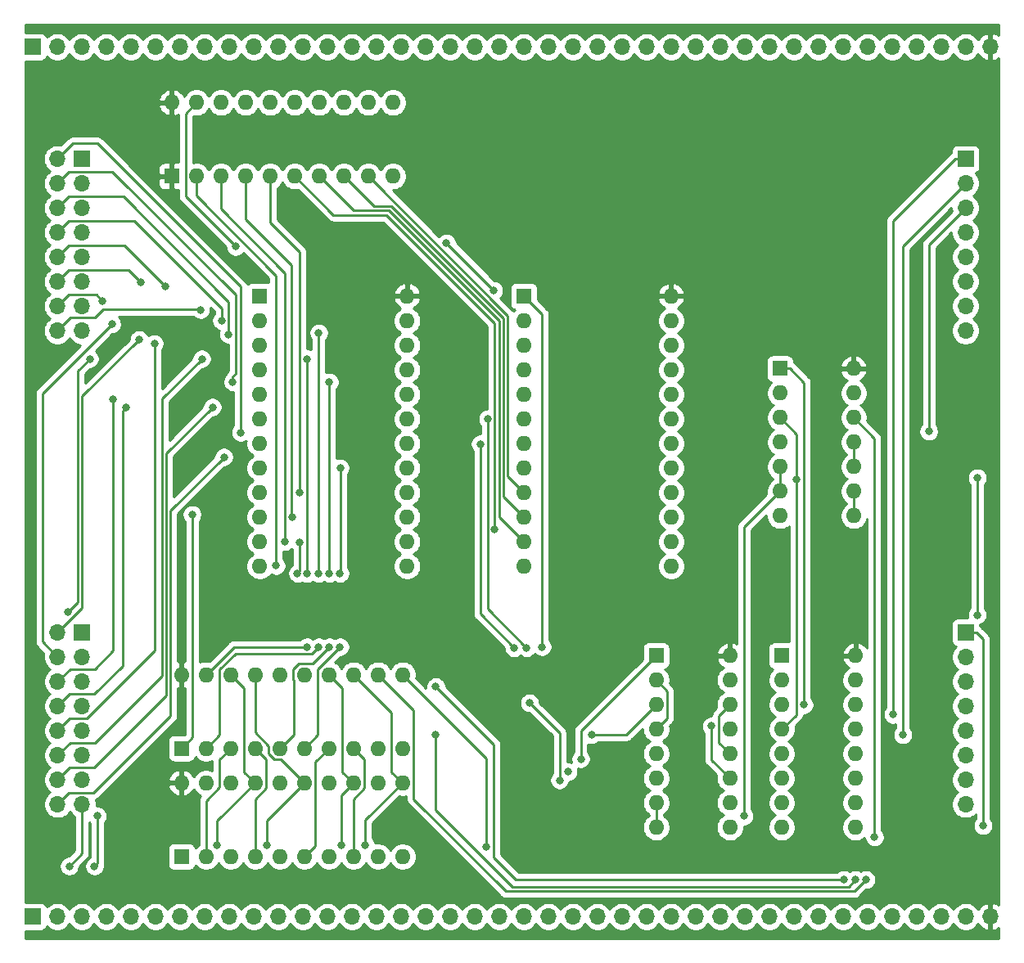
<source format=gbl>
G04 #@! TF.GenerationSoftware,KiCad,Pcbnew,(5.1.9)-1*
G04 #@! TF.CreationDate,2022-07-23T12:09:38-04:00*
G04 #@! TF.ProjectId,alu,616c752e-6b69-4636-9164-5f7063625858,1.0*
G04 #@! TF.SameCoordinates,Original*
G04 #@! TF.FileFunction,Copper,L2,Bot*
G04 #@! TF.FilePolarity,Positive*
%FSLAX46Y46*%
G04 Gerber Fmt 4.6, Leading zero omitted, Abs format (unit mm)*
G04 Created by KiCad (PCBNEW (5.1.9)-1) date 2022-07-23 12:09:38*
%MOMM*%
%LPD*%
G01*
G04 APERTURE LIST*
G04 #@! TA.AperFunction,ComponentPad*
%ADD10O,1.700000X1.700000*%
G04 #@! TD*
G04 #@! TA.AperFunction,ComponentPad*
%ADD11R,1.700000X1.700000*%
G04 #@! TD*
G04 #@! TA.AperFunction,ComponentPad*
%ADD12O,1.600000X1.600000*%
G04 #@! TD*
G04 #@! TA.AperFunction,ComponentPad*
%ADD13R,1.600000X1.600000*%
G04 #@! TD*
G04 #@! TA.AperFunction,ViaPad*
%ADD14C,0.800000*%
G04 #@! TD*
G04 #@! TA.AperFunction,Conductor*
%ADD15C,0.250000*%
G04 #@! TD*
G04 #@! TA.AperFunction,Conductor*
%ADD16C,0.254000*%
G04 #@! TD*
G04 #@! TA.AperFunction,Conductor*
%ADD17C,0.100000*%
G04 #@! TD*
G04 APERTURE END LIST*
D10*
X88960000Y-75380000D03*
X91500000Y-75380000D03*
X88960000Y-72840000D03*
X91500000Y-72840000D03*
X88960000Y-70300000D03*
X91500000Y-70300000D03*
X88960000Y-67760000D03*
X91500000Y-67760000D03*
X88960000Y-65220000D03*
X91500000Y-65220000D03*
X88960000Y-62680000D03*
X91500000Y-62680000D03*
X88960000Y-60140000D03*
X91500000Y-60140000D03*
X88960000Y-57600000D03*
D11*
X91500000Y-57600000D03*
D10*
X182900000Y-75380000D03*
X182900000Y-72840000D03*
X182900000Y-70300000D03*
X182900000Y-67760000D03*
X182900000Y-65220000D03*
X182900000Y-62680000D03*
X182900000Y-60140000D03*
D11*
X182900000Y-57600000D03*
D12*
X125140000Y-71800000D03*
X109900000Y-99740000D03*
X125140000Y-74340000D03*
X109900000Y-97200000D03*
X125140000Y-76880000D03*
X109900000Y-94660000D03*
X125140000Y-79420000D03*
X109900000Y-92120000D03*
X125140000Y-81960000D03*
X109900000Y-89580000D03*
X125140000Y-84500000D03*
X109900000Y-87040000D03*
X125140000Y-87040000D03*
X109900000Y-84500000D03*
X125140000Y-89580000D03*
X109900000Y-81960000D03*
X125140000Y-92120000D03*
X109900000Y-79420000D03*
X125140000Y-94660000D03*
X109900000Y-76880000D03*
X125140000Y-97200000D03*
X109900000Y-74340000D03*
X125140000Y-99740000D03*
D13*
X109900000Y-71800000D03*
D10*
X182900000Y-124380000D03*
X182900000Y-121840000D03*
X182900000Y-119300000D03*
X182900000Y-116760000D03*
X182900000Y-114220000D03*
X182900000Y-111680000D03*
X182900000Y-109140000D03*
D11*
X182900000Y-106600000D03*
D12*
X100800000Y-51780000D03*
X123660000Y-59400000D03*
X103340000Y-51780000D03*
X121120000Y-59400000D03*
X105880000Y-51780000D03*
X118580000Y-59400000D03*
X108420000Y-51780000D03*
X116040000Y-59400000D03*
X110960000Y-51780000D03*
X113500000Y-59400000D03*
X113500000Y-51780000D03*
X110960000Y-59400000D03*
X116040000Y-51780000D03*
X108420000Y-59400000D03*
X118580000Y-51780000D03*
X105880000Y-59400000D03*
X121120000Y-51780000D03*
X103340000Y-59400000D03*
X123660000Y-51780000D03*
D13*
X100800000Y-59400000D03*
D12*
X101800000Y-110980000D03*
X124660000Y-118600000D03*
X104340000Y-110980000D03*
X122120000Y-118600000D03*
X106880000Y-110980000D03*
X119580000Y-118600000D03*
X109420000Y-110980000D03*
X117040000Y-118600000D03*
X111960000Y-110980000D03*
X114500000Y-118600000D03*
X114500000Y-110980000D03*
X111960000Y-118600000D03*
X117040000Y-110980000D03*
X109420000Y-118600000D03*
X119580000Y-110980000D03*
X106880000Y-118600000D03*
X122120000Y-110980000D03*
X104340000Y-118600000D03*
X124660000Y-110980000D03*
D13*
X101800000Y-118600000D03*
D12*
X152440000Y-71800000D03*
X137200000Y-99740000D03*
X152440000Y-74340000D03*
X137200000Y-97200000D03*
X152440000Y-76880000D03*
X137200000Y-94660000D03*
X152440000Y-79420000D03*
X137200000Y-92120000D03*
X152440000Y-81960000D03*
X137200000Y-89580000D03*
X152440000Y-84500000D03*
X137200000Y-87040000D03*
X152440000Y-87040000D03*
X137200000Y-84500000D03*
X152440000Y-89580000D03*
X137200000Y-81960000D03*
X152440000Y-92120000D03*
X137200000Y-79420000D03*
X152440000Y-94660000D03*
X137200000Y-76880000D03*
X152440000Y-97200000D03*
X137200000Y-74340000D03*
X152440000Y-99740000D03*
D13*
X137200000Y-71800000D03*
D12*
X101800000Y-122180000D03*
X124660000Y-129800000D03*
X104340000Y-122180000D03*
X122120000Y-129800000D03*
X106880000Y-122180000D03*
X119580000Y-129800000D03*
X109420000Y-122180000D03*
X117040000Y-129800000D03*
X111960000Y-122180000D03*
X114500000Y-129800000D03*
X114500000Y-122180000D03*
X111960000Y-129800000D03*
X117040000Y-122180000D03*
X109420000Y-129800000D03*
X119580000Y-122180000D03*
X106880000Y-129800000D03*
X122120000Y-122180000D03*
X104340000Y-129800000D03*
X124660000Y-122180000D03*
D13*
X101800000Y-129800000D03*
D12*
X171520000Y-109000000D03*
X163900000Y-126780000D03*
X171520000Y-111540000D03*
X163900000Y-124240000D03*
X171520000Y-114080000D03*
X163900000Y-121700000D03*
X171520000Y-116620000D03*
X163900000Y-119160000D03*
X171520000Y-119160000D03*
X163900000Y-116620000D03*
X171520000Y-121700000D03*
X163900000Y-114080000D03*
X171520000Y-124240000D03*
X163900000Y-111540000D03*
X171520000Y-126780000D03*
D13*
X163900000Y-109000000D03*
D12*
X158520000Y-109000000D03*
X150900000Y-126780000D03*
X158520000Y-111540000D03*
X150900000Y-124240000D03*
X158520000Y-114080000D03*
X150900000Y-121700000D03*
X158520000Y-116620000D03*
X150900000Y-119160000D03*
X158520000Y-119160000D03*
X150900000Y-116620000D03*
X158520000Y-121700000D03*
X150900000Y-114080000D03*
X158520000Y-124240000D03*
X150900000Y-111540000D03*
X158520000Y-126780000D03*
D13*
X150900000Y-109000000D03*
D12*
X171320000Y-79300000D03*
X163700000Y-94540000D03*
X171320000Y-81840000D03*
X163700000Y-92000000D03*
X171320000Y-84380000D03*
X163700000Y-89460000D03*
X171320000Y-86920000D03*
X163700000Y-86920000D03*
X171320000Y-89460000D03*
X163700000Y-84380000D03*
X171320000Y-92000000D03*
X163700000Y-81840000D03*
X171320000Y-94540000D03*
D13*
X163700000Y-79300000D03*
D10*
X88990000Y-124380000D03*
X91530000Y-124380000D03*
X88990000Y-121840000D03*
X91530000Y-121840000D03*
X88990000Y-119300000D03*
X91530000Y-119300000D03*
X88990000Y-116760000D03*
X91530000Y-116760000D03*
X88990000Y-114220000D03*
X91530000Y-114220000D03*
X88990000Y-111680000D03*
X91530000Y-111680000D03*
X88990000Y-109140000D03*
X91530000Y-109140000D03*
X88990000Y-106600000D03*
D11*
X91530000Y-106600000D03*
D10*
X185460000Y-136000000D03*
X182920000Y-136000000D03*
X180380000Y-136000000D03*
X177840000Y-136000000D03*
X175300000Y-136000000D03*
X172760000Y-136000000D03*
X170220000Y-136000000D03*
X167680000Y-136000000D03*
X165140000Y-136000000D03*
X162600000Y-136000000D03*
X160060000Y-136000000D03*
X157520000Y-136000000D03*
X154980000Y-136000000D03*
X152440000Y-136000000D03*
X149900000Y-136000000D03*
X147360000Y-136000000D03*
X144820000Y-136000000D03*
X142280000Y-136000000D03*
X139740000Y-136000000D03*
X137200000Y-136000000D03*
X134660000Y-136000000D03*
X132120000Y-136000000D03*
X129580000Y-136000000D03*
X127040000Y-136000000D03*
X124500000Y-136000000D03*
X121960000Y-136000000D03*
X119420000Y-136000000D03*
X116880000Y-136000000D03*
X114340000Y-136000000D03*
X111800000Y-136000000D03*
X109260000Y-136000000D03*
X106720000Y-136000000D03*
X104180000Y-136000000D03*
X101640000Y-136000000D03*
X99100000Y-136000000D03*
X96560000Y-136000000D03*
X94020000Y-136000000D03*
X91480000Y-136000000D03*
X88940000Y-136000000D03*
D11*
X86400000Y-136000000D03*
D10*
X185460000Y-46000000D03*
X182920000Y-46000000D03*
X180380000Y-46000000D03*
X177840000Y-46000000D03*
X175300000Y-46000000D03*
X172760000Y-46000000D03*
X170220000Y-46000000D03*
X167680000Y-46000000D03*
X165140000Y-46000000D03*
X162600000Y-46000000D03*
X160060000Y-46000000D03*
X157520000Y-46000000D03*
X154980000Y-46000000D03*
X152440000Y-46000000D03*
X149900000Y-46000000D03*
X147360000Y-46000000D03*
X144820000Y-46000000D03*
X142280000Y-46000000D03*
X139740000Y-46000000D03*
X137200000Y-46000000D03*
X134660000Y-46000000D03*
X132120000Y-46000000D03*
X129580000Y-46000000D03*
X127040000Y-46000000D03*
X124500000Y-46000000D03*
X121960000Y-46000000D03*
X119420000Y-46000000D03*
X116880000Y-46000000D03*
X114340000Y-46000000D03*
X111800000Y-46000000D03*
X109260000Y-46000000D03*
X106720000Y-46000000D03*
X104180000Y-46000000D03*
X101640000Y-46000000D03*
X99100000Y-46000000D03*
X96560000Y-46000000D03*
X94020000Y-46000000D03*
X91480000Y-46000000D03*
X88940000Y-46000000D03*
D11*
X86400000Y-46000000D03*
D14*
X138700000Y-49000000D03*
X133300000Y-128800000D03*
X173487340Y-127787340D03*
X120800000Y-128600000D03*
X118300000Y-128600000D03*
X110600000Y-128600000D03*
X105500000Y-128600000D03*
X134100000Y-71200000D03*
X129200000Y-66300008D03*
X134200000Y-95900000D03*
X113980002Y-92120000D03*
X113240000Y-94660000D03*
X112500000Y-97200000D03*
X111600000Y-99700000D03*
X140900000Y-121900000D03*
X137800000Y-113900002D03*
X141800000Y-121025010D03*
X160000000Y-125600000D03*
X165400000Y-90800000D03*
X143100000Y-119700000D03*
X116000000Y-75600000D03*
X116000000Y-100505001D03*
X116000000Y-108100000D03*
X117100001Y-100500000D03*
X144200000Y-117200000D03*
X117100000Y-108100000D03*
X117100000Y-80700000D03*
X107914999Y-85914999D03*
X133475000Y-84500000D03*
X137500000Y-108200000D03*
X156600000Y-116300000D03*
X106200000Y-88454999D03*
X132700000Y-87100000D03*
X136200000Y-108200000D03*
X103785001Y-73214999D03*
X106645001Y-75754999D03*
X103905001Y-78294999D03*
X107100000Y-80700000D03*
X105000000Y-83300000D03*
X118200000Y-108100000D03*
X118200002Y-100499998D03*
X118220000Y-89580000D03*
X114799996Y-100500000D03*
X114805001Y-78294999D03*
X114800000Y-108100000D03*
X105940002Y-74340000D03*
X99000000Y-76700000D03*
X102900000Y-94400000D03*
X93625010Y-72300000D03*
X94600002Y-74700000D03*
X97600000Y-70400000D03*
X94700000Y-82500000D03*
X100100000Y-70800000D03*
X96100000Y-83300000D03*
X97400000Y-76300000D03*
X139100000Y-108100000D03*
X90082347Y-104482347D03*
X107400000Y-66675000D03*
X92300000Y-78300000D03*
X184100000Y-104800000D03*
X184100000Y-90600000D03*
X166200000Y-114100000D03*
X175400000Y-115100000D03*
X179100000Y-85800000D03*
X176400000Y-117200000D03*
X93100000Y-125600000D03*
X92800000Y-130800000D03*
X172600000Y-132200000D03*
X171500000Y-132200002D03*
X128100000Y-117200000D03*
X170300000Y-132174990D03*
X128100000Y-112200000D03*
X114000000Y-97300000D03*
X113799993Y-100500000D03*
X90200000Y-130800000D03*
X184700000Y-126600000D03*
D15*
X133300000Y-119636410D02*
X133300000Y-128800000D01*
X124660000Y-110980000D02*
X125459999Y-111779999D01*
X125459999Y-111779999D02*
X125459999Y-111796410D01*
X125459999Y-111796410D02*
X133300000Y-119636410D01*
X171320000Y-84380000D02*
X173487340Y-86547340D01*
X173487340Y-86547340D02*
X173487340Y-127787340D01*
X123534999Y-114934999D02*
X119580000Y-110980000D01*
X123534999Y-121054999D02*
X123534999Y-114934999D01*
X124660000Y-122180000D02*
X123534999Y-121054999D01*
X120800000Y-126040000D02*
X124660000Y-122180000D01*
X120800000Y-128600000D02*
X120800000Y-126040000D01*
X120705001Y-119725001D02*
X119580000Y-118600000D01*
X120705001Y-122720001D02*
X120705001Y-119725001D01*
X119580000Y-123845002D02*
X120705001Y-122720001D01*
X119580000Y-129800000D02*
X119580000Y-123845002D01*
X118454999Y-112394999D02*
X117040000Y-110980000D01*
X118454999Y-121054999D02*
X118454999Y-112394999D01*
X119580000Y-122180000D02*
X118454999Y-121054999D01*
X118300000Y-123460000D02*
X119580000Y-122180000D01*
X118300000Y-128600000D02*
X118300000Y-123460000D01*
X115625001Y-120014999D02*
X117040000Y-118600000D01*
X115625001Y-128674999D02*
X115625001Y-120014999D01*
X114500000Y-129800000D02*
X115625001Y-128674999D01*
X110600000Y-126080000D02*
X114500000Y-122180000D01*
X110600000Y-128600000D02*
X110600000Y-126080000D01*
X109420000Y-116927499D02*
X109420000Y-110980000D01*
X110834999Y-118342498D02*
X109420000Y-116927499D01*
X110834999Y-119140001D02*
X110834999Y-118342498D01*
X111419999Y-119725001D02*
X110834999Y-119140001D01*
X112045001Y-119725001D02*
X111419999Y-119725001D01*
X114500000Y-122180000D02*
X112045001Y-119725001D01*
X110545001Y-122720001D02*
X110545001Y-119725001D01*
X109420000Y-123845002D02*
X110545001Y-122720001D01*
X110545001Y-119725001D02*
X109420000Y-118600000D01*
X109420000Y-129800000D02*
X109420000Y-123845002D01*
X108294999Y-112394999D02*
X106880000Y-110980000D01*
X108294999Y-121054999D02*
X108294999Y-112394999D01*
X109420000Y-122180000D02*
X108294999Y-121054999D01*
X105500000Y-128600000D02*
X105500000Y-126100000D01*
X105500000Y-126100000D02*
X109420000Y-122180000D01*
X105754999Y-119725001D02*
X106880000Y-118600000D01*
X105754999Y-122645001D02*
X105754999Y-119725001D01*
X104340000Y-124060000D02*
X105754999Y-122645001D01*
X104340000Y-129800000D02*
X104340000Y-124060000D01*
X150900000Y-124240000D02*
X150900000Y-126780000D01*
X134100000Y-71200000D02*
X129200008Y-66300008D01*
X129200008Y-66300008D02*
X129200000Y-66300008D01*
X157394999Y-118034999D02*
X158520000Y-119160000D01*
X157394999Y-115205001D02*
X157394999Y-118034999D01*
X158520000Y-114080000D02*
X157394999Y-115205001D01*
X152025001Y-112665001D02*
X152025001Y-115494999D01*
X152025001Y-115494999D02*
X150900000Y-116620000D01*
X150900000Y-111540000D02*
X152025001Y-112665001D01*
X135550033Y-73830033D02*
X135550033Y-90470033D01*
X135550033Y-90470033D02*
X137200000Y-92120000D01*
X121120000Y-59400000D02*
X135550033Y-73830033D01*
X135100022Y-74100022D02*
X135100022Y-92560022D01*
X123499978Y-62499978D02*
X135100022Y-74100022D01*
X121679978Y-62499978D02*
X123499978Y-62499978D01*
X118580000Y-59400000D02*
X121679978Y-62499978D01*
X135100022Y-92560022D02*
X137200000Y-94660000D01*
X134650011Y-74350011D02*
X134650011Y-94650011D01*
X116040000Y-59400000D02*
X119589989Y-62949989D01*
X123249989Y-62949989D02*
X134650011Y-74350011D01*
X119589989Y-62949989D02*
X123249989Y-62949989D01*
X134650011Y-94650011D02*
X137200000Y-97200000D01*
X123002501Y-63400000D02*
X134200000Y-74597499D01*
X113500000Y-59400000D02*
X117500000Y-63400000D01*
X117500000Y-63400000D02*
X123002501Y-63400000D01*
X134200000Y-74597499D02*
X134200000Y-95900000D01*
X114000000Y-92100002D02*
X113980002Y-92120000D01*
X114000000Y-71100000D02*
X114000000Y-92100002D01*
X114000000Y-67200000D02*
X114000000Y-71100000D01*
X110960000Y-64160000D02*
X114000000Y-67200000D01*
X110960000Y-59400000D02*
X110960000Y-64160000D01*
X113200000Y-94620000D02*
X113240000Y-94660000D01*
X113200000Y-68600000D02*
X113200000Y-94620000D01*
X108420000Y-63820000D02*
X113200000Y-68600000D01*
X108420000Y-59400000D02*
X108420000Y-63820000D01*
X105880000Y-59400000D02*
X105880000Y-62780000D01*
X105880000Y-62780000D02*
X112500000Y-69400000D01*
X112500000Y-69400000D02*
X112500000Y-97200000D01*
X103340000Y-59400000D02*
X103340000Y-61400000D01*
X103340000Y-61400000D02*
X111600000Y-69660000D01*
X111600000Y-69660000D02*
X111600000Y-99700000D01*
X137800002Y-113900002D02*
X137800000Y-113900002D01*
X140900000Y-117000000D02*
X137800002Y-113900002D01*
X140900000Y-121900000D02*
X140900000Y-117000000D01*
X163700000Y-92000000D02*
X163700000Y-89460000D01*
X163700000Y-92000000D02*
X160000000Y-95700000D01*
X160000000Y-95700000D02*
X160000000Y-125600000D01*
X171320000Y-86920000D02*
X171320000Y-89460000D01*
X165400000Y-115120000D02*
X163900000Y-116620000D01*
X165400000Y-86080000D02*
X165400000Y-90800000D01*
X163700000Y-84380000D02*
X165400000Y-86080000D01*
X165400000Y-90800000D02*
X165400000Y-115120000D01*
X143100000Y-116800000D02*
X150900000Y-109000000D01*
X143100000Y-119700000D02*
X143100000Y-116800000D01*
X115274999Y-108825001D02*
X116000000Y-108100000D01*
X107369997Y-108825001D02*
X115274999Y-108825001D01*
X105754999Y-110439999D02*
X107369997Y-108825001D01*
X105754999Y-117185001D02*
X105754999Y-110439999D01*
X104340000Y-118600000D02*
X105754999Y-117185001D01*
X116000000Y-75600000D02*
X116000000Y-100505001D01*
X147780000Y-117200000D02*
X150900000Y-114080000D01*
X144200000Y-117200000D02*
X147780000Y-117200000D01*
X115345001Y-109854999D02*
X117100000Y-108100000D01*
X113374999Y-110439999D02*
X113959999Y-109854999D01*
X113374999Y-111520001D02*
X113374999Y-110439999D01*
X113959999Y-109854999D02*
X115300000Y-109854999D01*
X113400000Y-117160000D02*
X113400000Y-111500000D01*
X111960000Y-118600000D02*
X113400000Y-117160000D01*
X117100000Y-99934314D02*
X117100000Y-80700000D01*
X117100001Y-100500000D02*
X117100000Y-99934314D01*
X133475000Y-104175000D02*
X137500000Y-108200000D01*
X133475000Y-84500000D02*
X133475000Y-104175000D01*
X156600000Y-119780000D02*
X158520000Y-121700000D01*
X156600000Y-116300000D02*
X156600000Y-119780000D01*
X107914999Y-70814999D02*
X93100000Y-56000000D01*
X107914999Y-85914999D02*
X107914999Y-70814999D01*
X90560000Y-56000000D02*
X88960000Y-57600000D01*
X93100000Y-56000000D02*
X90560000Y-56000000D01*
X90170000Y-123200000D02*
X88990000Y-124380000D01*
X92710000Y-123200000D02*
X90170000Y-123200000D01*
X100674999Y-115235001D02*
X92710000Y-123200000D01*
X100674999Y-93980000D02*
X100674999Y-115235001D01*
X106200000Y-88454999D02*
X100674999Y-93980000D01*
X132700000Y-104700000D02*
X136200000Y-108200000D01*
X132700000Y-87100000D02*
X132700000Y-104700000D01*
X103770002Y-73200000D02*
X103785001Y-73214999D01*
X93700000Y-73200000D02*
X103770002Y-73200000D01*
X90324999Y-74015001D02*
X88960000Y-75380000D01*
X92884999Y-74015001D02*
X90324999Y-74015001D01*
X93700000Y-73200000D02*
X92884999Y-74015001D01*
X90135001Y-61504999D02*
X88960000Y-62680000D01*
X95804999Y-61504999D02*
X90135001Y-61504999D01*
X106665002Y-72365002D02*
X95804999Y-61504999D01*
X106665002Y-75734998D02*
X106665002Y-72365002D01*
X106645001Y-75754999D02*
X106665002Y-75734998D01*
X90290000Y-118000000D02*
X88990000Y-119300000D01*
X92830000Y-118000000D02*
X90290000Y-118000000D01*
X99774977Y-111055023D02*
X92830000Y-118000000D01*
X99774977Y-82425023D02*
X99774977Y-111055023D01*
X103905001Y-78294999D02*
X99774977Y-82425023D01*
X107100000Y-80134315D02*
X107100000Y-80700000D01*
X107370003Y-79864312D02*
X107100000Y-80134315D01*
X107370003Y-71670003D02*
X107370003Y-79864312D01*
X94664999Y-58964999D02*
X107370003Y-71670003D01*
X90135001Y-58964999D02*
X88960000Y-60140000D01*
X94664999Y-58964999D02*
X90135001Y-58964999D01*
X90230000Y-120600000D02*
X88990000Y-121840000D01*
X100224988Y-113145012D02*
X92770000Y-120600000D01*
X92770000Y-120600000D02*
X90230000Y-120600000D01*
X100224988Y-88075012D02*
X100224988Y-113145012D01*
X105000000Y-83300000D02*
X100224988Y-88075012D01*
X118220000Y-100480000D02*
X118200002Y-100499998D01*
X118220000Y-89580000D02*
X118220000Y-100480000D01*
X115914999Y-110385001D02*
X118200000Y-108100000D01*
X115914999Y-117185001D02*
X115914999Y-110385001D01*
X114500000Y-118600000D02*
X115914999Y-117185001D01*
X107220000Y-108100000D02*
X114800000Y-108100000D01*
X104340000Y-110980000D02*
X107220000Y-108100000D01*
X114799996Y-92373008D02*
X114799996Y-100500000D01*
X114805001Y-92368003D02*
X114799996Y-92373008D01*
X114805001Y-78294999D02*
X114805001Y-92368003D01*
X105940002Y-73040002D02*
X105940002Y-74340000D01*
X96944999Y-64044999D02*
X105940002Y-73040002D01*
X90135001Y-64044999D02*
X88960000Y-65220000D01*
X96944999Y-64044999D02*
X90135001Y-64044999D01*
X90250000Y-115500000D02*
X88990000Y-116760000D01*
X91989002Y-115500000D02*
X90250000Y-115500000D01*
X99000000Y-108489002D02*
X91989002Y-115500000D01*
X99000000Y-76700000D02*
X99000000Y-108489002D01*
X102925001Y-117474999D02*
X102925001Y-94425001D01*
X102925001Y-94425001D02*
X102900000Y-94400000D01*
X101800000Y-118600000D02*
X102925001Y-117474999D01*
X89340000Y-72400000D02*
X88900000Y-72840000D01*
X92990009Y-71664999D02*
X90135001Y-71664999D01*
X90135001Y-71664999D02*
X88960000Y-72840000D01*
X93625010Y-72300000D02*
X92990009Y-71664999D01*
X87400000Y-81900002D02*
X94600002Y-74700000D01*
X87400000Y-107550000D02*
X87400000Y-81900002D01*
X88990000Y-109140000D02*
X87400000Y-107550000D01*
X90135001Y-69124999D02*
X88960000Y-70300000D01*
X96324999Y-69124999D02*
X90135001Y-69124999D01*
X97600000Y-70400000D02*
X96324999Y-69124999D01*
X90270000Y-110400000D02*
X88990000Y-111680000D01*
X92810000Y-110400000D02*
X90270000Y-110400000D01*
X94700000Y-108510000D02*
X92810000Y-110400000D01*
X94700000Y-82500000D02*
X94700000Y-108510000D01*
X90135001Y-66584999D02*
X88960000Y-67760000D01*
X95884999Y-66584999D02*
X90135001Y-66584999D01*
X100100000Y-70800000D02*
X95884999Y-66584999D01*
X90210000Y-113000000D02*
X88990000Y-114220000D01*
X92750000Y-113000000D02*
X90210000Y-113000000D01*
X95700000Y-110050000D02*
X92750000Y-113000000D01*
X95700001Y-83699999D02*
X95700000Y-110050000D01*
X96100000Y-83300000D02*
X95700001Y-83699999D01*
X139100000Y-73700000D02*
X139100000Y-108100000D01*
X137200000Y-71800000D02*
X139100000Y-73700000D01*
X91530000Y-82170000D02*
X97400000Y-76300000D01*
X91530000Y-104060000D02*
X91530000Y-82170000D01*
X88990000Y-106600000D02*
X91530000Y-104060000D01*
X91079990Y-103484704D02*
X91079990Y-79520010D01*
X90082347Y-104482347D02*
X91079990Y-103484704D01*
X102214999Y-61489999D02*
X107400000Y-66675000D01*
X102214999Y-52905001D02*
X102214999Y-61489999D01*
X103340000Y-51780000D02*
X102214999Y-52905001D01*
X91079990Y-79520010D02*
X92300000Y-78300000D01*
X184100000Y-104800000D02*
X184100000Y-90600000D01*
X163700000Y-79300000D02*
X164750000Y-79300000D01*
X164750000Y-79300000D02*
X166200000Y-80750000D01*
X166200000Y-80750000D02*
X166200000Y-114100000D01*
X175400000Y-64000000D02*
X181800000Y-57600000D01*
X181800000Y-57600000D02*
X182900000Y-57600000D01*
X175400000Y-115100000D02*
X175400000Y-64000000D01*
X179100000Y-66480000D02*
X182900000Y-62680000D01*
X179100000Y-85800000D02*
X179100000Y-66480000D01*
X178550010Y-64489990D02*
X182900000Y-60140000D01*
X176400000Y-66640000D02*
X178550010Y-64489990D01*
X176400000Y-117200000D02*
X176400000Y-66640000D01*
X93100000Y-130500000D02*
X92800000Y-130800000D01*
X93100000Y-125600000D02*
X93100000Y-130500000D01*
X122120000Y-110980000D02*
X125785001Y-114645001D01*
X125785001Y-114645001D02*
X125785001Y-123858003D01*
X171400001Y-133399999D02*
X172600000Y-132200000D01*
X125785001Y-123858003D02*
X135326997Y-133399999D01*
X135326997Y-133399999D02*
X171400001Y-133399999D01*
X171500000Y-132200002D02*
X170800003Y-132899999D01*
X170800003Y-132899999D02*
X135999999Y-132899999D01*
X135999999Y-132899999D02*
X128100000Y-125000000D01*
X128100000Y-125000000D02*
X128100000Y-117200000D01*
X134100000Y-118200000D02*
X128100000Y-112200000D01*
X134100000Y-129900000D02*
X134100000Y-118200000D01*
X136374990Y-132174990D02*
X134100000Y-129900000D01*
X170300000Y-132174990D02*
X136374990Y-132174990D01*
X171320000Y-92000000D02*
X171320000Y-94540000D01*
X114000000Y-100299993D02*
X113799993Y-100500000D01*
X114000000Y-97300000D02*
X114000000Y-100299993D01*
X91530000Y-129470000D02*
X90200000Y-130800000D01*
X91530000Y-124380000D02*
X91530000Y-129470000D01*
X184000000Y-106600000D02*
X184700000Y-107300000D01*
X182900000Y-106600000D02*
X184000000Y-106600000D01*
X184700000Y-107300000D02*
X184700000Y-126600000D01*
D16*
X186315000Y-44794057D02*
X186226920Y-44728359D01*
X185964099Y-44603175D01*
X185816890Y-44558524D01*
X185587000Y-44679845D01*
X185587000Y-45873000D01*
X185607000Y-45873000D01*
X185607000Y-46127000D01*
X185587000Y-46127000D01*
X185587000Y-47320155D01*
X185816890Y-47441476D01*
X185964099Y-47396825D01*
X186226920Y-47271641D01*
X186315000Y-47205943D01*
X186315001Y-134794058D01*
X186226920Y-134728359D01*
X185964099Y-134603175D01*
X185816890Y-134558524D01*
X185587000Y-134679845D01*
X185587000Y-135873000D01*
X185607000Y-135873000D01*
X185607000Y-136127000D01*
X185587000Y-136127000D01*
X185587000Y-137320155D01*
X185816890Y-137441476D01*
X185964099Y-137396825D01*
X186226920Y-137271641D01*
X186315001Y-137205942D01*
X186315001Y-138315000D01*
X85685000Y-138315000D01*
X85685000Y-137488072D01*
X87250000Y-137488072D01*
X87374482Y-137475812D01*
X87494180Y-137439502D01*
X87604494Y-137380537D01*
X87701185Y-137301185D01*
X87780537Y-137204494D01*
X87839502Y-137094180D01*
X87861513Y-137021620D01*
X87993368Y-137153475D01*
X88236589Y-137315990D01*
X88506842Y-137427932D01*
X88793740Y-137485000D01*
X89086260Y-137485000D01*
X89373158Y-137427932D01*
X89643411Y-137315990D01*
X89886632Y-137153475D01*
X90093475Y-136946632D01*
X90210000Y-136772240D01*
X90326525Y-136946632D01*
X90533368Y-137153475D01*
X90776589Y-137315990D01*
X91046842Y-137427932D01*
X91333740Y-137485000D01*
X91626260Y-137485000D01*
X91913158Y-137427932D01*
X92183411Y-137315990D01*
X92426632Y-137153475D01*
X92633475Y-136946632D01*
X92750000Y-136772240D01*
X92866525Y-136946632D01*
X93073368Y-137153475D01*
X93316589Y-137315990D01*
X93586842Y-137427932D01*
X93873740Y-137485000D01*
X94166260Y-137485000D01*
X94453158Y-137427932D01*
X94723411Y-137315990D01*
X94966632Y-137153475D01*
X95173475Y-136946632D01*
X95290000Y-136772240D01*
X95406525Y-136946632D01*
X95613368Y-137153475D01*
X95856589Y-137315990D01*
X96126842Y-137427932D01*
X96413740Y-137485000D01*
X96706260Y-137485000D01*
X96993158Y-137427932D01*
X97263411Y-137315990D01*
X97506632Y-137153475D01*
X97713475Y-136946632D01*
X97830000Y-136772240D01*
X97946525Y-136946632D01*
X98153368Y-137153475D01*
X98396589Y-137315990D01*
X98666842Y-137427932D01*
X98953740Y-137485000D01*
X99246260Y-137485000D01*
X99533158Y-137427932D01*
X99803411Y-137315990D01*
X100046632Y-137153475D01*
X100253475Y-136946632D01*
X100370000Y-136772240D01*
X100486525Y-136946632D01*
X100693368Y-137153475D01*
X100936589Y-137315990D01*
X101206842Y-137427932D01*
X101493740Y-137485000D01*
X101786260Y-137485000D01*
X102073158Y-137427932D01*
X102343411Y-137315990D01*
X102586632Y-137153475D01*
X102793475Y-136946632D01*
X102910000Y-136772240D01*
X103026525Y-136946632D01*
X103233368Y-137153475D01*
X103476589Y-137315990D01*
X103746842Y-137427932D01*
X104033740Y-137485000D01*
X104326260Y-137485000D01*
X104613158Y-137427932D01*
X104883411Y-137315990D01*
X105126632Y-137153475D01*
X105333475Y-136946632D01*
X105450000Y-136772240D01*
X105566525Y-136946632D01*
X105773368Y-137153475D01*
X106016589Y-137315990D01*
X106286842Y-137427932D01*
X106573740Y-137485000D01*
X106866260Y-137485000D01*
X107153158Y-137427932D01*
X107423411Y-137315990D01*
X107666632Y-137153475D01*
X107873475Y-136946632D01*
X107990000Y-136772240D01*
X108106525Y-136946632D01*
X108313368Y-137153475D01*
X108556589Y-137315990D01*
X108826842Y-137427932D01*
X109113740Y-137485000D01*
X109406260Y-137485000D01*
X109693158Y-137427932D01*
X109963411Y-137315990D01*
X110206632Y-137153475D01*
X110413475Y-136946632D01*
X110530000Y-136772240D01*
X110646525Y-136946632D01*
X110853368Y-137153475D01*
X111096589Y-137315990D01*
X111366842Y-137427932D01*
X111653740Y-137485000D01*
X111946260Y-137485000D01*
X112233158Y-137427932D01*
X112503411Y-137315990D01*
X112746632Y-137153475D01*
X112953475Y-136946632D01*
X113070000Y-136772240D01*
X113186525Y-136946632D01*
X113393368Y-137153475D01*
X113636589Y-137315990D01*
X113906842Y-137427932D01*
X114193740Y-137485000D01*
X114486260Y-137485000D01*
X114773158Y-137427932D01*
X115043411Y-137315990D01*
X115286632Y-137153475D01*
X115493475Y-136946632D01*
X115610000Y-136772240D01*
X115726525Y-136946632D01*
X115933368Y-137153475D01*
X116176589Y-137315990D01*
X116446842Y-137427932D01*
X116733740Y-137485000D01*
X117026260Y-137485000D01*
X117313158Y-137427932D01*
X117583411Y-137315990D01*
X117826632Y-137153475D01*
X118033475Y-136946632D01*
X118150000Y-136772240D01*
X118266525Y-136946632D01*
X118473368Y-137153475D01*
X118716589Y-137315990D01*
X118986842Y-137427932D01*
X119273740Y-137485000D01*
X119566260Y-137485000D01*
X119853158Y-137427932D01*
X120123411Y-137315990D01*
X120366632Y-137153475D01*
X120573475Y-136946632D01*
X120690000Y-136772240D01*
X120806525Y-136946632D01*
X121013368Y-137153475D01*
X121256589Y-137315990D01*
X121526842Y-137427932D01*
X121813740Y-137485000D01*
X122106260Y-137485000D01*
X122393158Y-137427932D01*
X122663411Y-137315990D01*
X122906632Y-137153475D01*
X123113475Y-136946632D01*
X123230000Y-136772240D01*
X123346525Y-136946632D01*
X123553368Y-137153475D01*
X123796589Y-137315990D01*
X124066842Y-137427932D01*
X124353740Y-137485000D01*
X124646260Y-137485000D01*
X124933158Y-137427932D01*
X125203411Y-137315990D01*
X125446632Y-137153475D01*
X125653475Y-136946632D01*
X125770000Y-136772240D01*
X125886525Y-136946632D01*
X126093368Y-137153475D01*
X126336589Y-137315990D01*
X126606842Y-137427932D01*
X126893740Y-137485000D01*
X127186260Y-137485000D01*
X127473158Y-137427932D01*
X127743411Y-137315990D01*
X127986632Y-137153475D01*
X128193475Y-136946632D01*
X128310000Y-136772240D01*
X128426525Y-136946632D01*
X128633368Y-137153475D01*
X128876589Y-137315990D01*
X129146842Y-137427932D01*
X129433740Y-137485000D01*
X129726260Y-137485000D01*
X130013158Y-137427932D01*
X130283411Y-137315990D01*
X130526632Y-137153475D01*
X130733475Y-136946632D01*
X130850000Y-136772240D01*
X130966525Y-136946632D01*
X131173368Y-137153475D01*
X131416589Y-137315990D01*
X131686842Y-137427932D01*
X131973740Y-137485000D01*
X132266260Y-137485000D01*
X132553158Y-137427932D01*
X132823411Y-137315990D01*
X133066632Y-137153475D01*
X133273475Y-136946632D01*
X133390000Y-136772240D01*
X133506525Y-136946632D01*
X133713368Y-137153475D01*
X133956589Y-137315990D01*
X134226842Y-137427932D01*
X134513740Y-137485000D01*
X134806260Y-137485000D01*
X135093158Y-137427932D01*
X135363411Y-137315990D01*
X135606632Y-137153475D01*
X135813475Y-136946632D01*
X135930000Y-136772240D01*
X136046525Y-136946632D01*
X136253368Y-137153475D01*
X136496589Y-137315990D01*
X136766842Y-137427932D01*
X137053740Y-137485000D01*
X137346260Y-137485000D01*
X137633158Y-137427932D01*
X137903411Y-137315990D01*
X138146632Y-137153475D01*
X138353475Y-136946632D01*
X138470000Y-136772240D01*
X138586525Y-136946632D01*
X138793368Y-137153475D01*
X139036589Y-137315990D01*
X139306842Y-137427932D01*
X139593740Y-137485000D01*
X139886260Y-137485000D01*
X140173158Y-137427932D01*
X140443411Y-137315990D01*
X140686632Y-137153475D01*
X140893475Y-136946632D01*
X141010000Y-136772240D01*
X141126525Y-136946632D01*
X141333368Y-137153475D01*
X141576589Y-137315990D01*
X141846842Y-137427932D01*
X142133740Y-137485000D01*
X142426260Y-137485000D01*
X142713158Y-137427932D01*
X142983411Y-137315990D01*
X143226632Y-137153475D01*
X143433475Y-136946632D01*
X143550000Y-136772240D01*
X143666525Y-136946632D01*
X143873368Y-137153475D01*
X144116589Y-137315990D01*
X144386842Y-137427932D01*
X144673740Y-137485000D01*
X144966260Y-137485000D01*
X145253158Y-137427932D01*
X145523411Y-137315990D01*
X145766632Y-137153475D01*
X145973475Y-136946632D01*
X146090000Y-136772240D01*
X146206525Y-136946632D01*
X146413368Y-137153475D01*
X146656589Y-137315990D01*
X146926842Y-137427932D01*
X147213740Y-137485000D01*
X147506260Y-137485000D01*
X147793158Y-137427932D01*
X148063411Y-137315990D01*
X148306632Y-137153475D01*
X148513475Y-136946632D01*
X148630000Y-136772240D01*
X148746525Y-136946632D01*
X148953368Y-137153475D01*
X149196589Y-137315990D01*
X149466842Y-137427932D01*
X149753740Y-137485000D01*
X150046260Y-137485000D01*
X150333158Y-137427932D01*
X150603411Y-137315990D01*
X150846632Y-137153475D01*
X151053475Y-136946632D01*
X151170000Y-136772240D01*
X151286525Y-136946632D01*
X151493368Y-137153475D01*
X151736589Y-137315990D01*
X152006842Y-137427932D01*
X152293740Y-137485000D01*
X152586260Y-137485000D01*
X152873158Y-137427932D01*
X153143411Y-137315990D01*
X153386632Y-137153475D01*
X153593475Y-136946632D01*
X153710000Y-136772240D01*
X153826525Y-136946632D01*
X154033368Y-137153475D01*
X154276589Y-137315990D01*
X154546842Y-137427932D01*
X154833740Y-137485000D01*
X155126260Y-137485000D01*
X155413158Y-137427932D01*
X155683411Y-137315990D01*
X155926632Y-137153475D01*
X156133475Y-136946632D01*
X156250000Y-136772240D01*
X156366525Y-136946632D01*
X156573368Y-137153475D01*
X156816589Y-137315990D01*
X157086842Y-137427932D01*
X157373740Y-137485000D01*
X157666260Y-137485000D01*
X157953158Y-137427932D01*
X158223411Y-137315990D01*
X158466632Y-137153475D01*
X158673475Y-136946632D01*
X158790000Y-136772240D01*
X158906525Y-136946632D01*
X159113368Y-137153475D01*
X159356589Y-137315990D01*
X159626842Y-137427932D01*
X159913740Y-137485000D01*
X160206260Y-137485000D01*
X160493158Y-137427932D01*
X160763411Y-137315990D01*
X161006632Y-137153475D01*
X161213475Y-136946632D01*
X161330000Y-136772240D01*
X161446525Y-136946632D01*
X161653368Y-137153475D01*
X161896589Y-137315990D01*
X162166842Y-137427932D01*
X162453740Y-137485000D01*
X162746260Y-137485000D01*
X163033158Y-137427932D01*
X163303411Y-137315990D01*
X163546632Y-137153475D01*
X163753475Y-136946632D01*
X163870000Y-136772240D01*
X163986525Y-136946632D01*
X164193368Y-137153475D01*
X164436589Y-137315990D01*
X164706842Y-137427932D01*
X164993740Y-137485000D01*
X165286260Y-137485000D01*
X165573158Y-137427932D01*
X165843411Y-137315990D01*
X166086632Y-137153475D01*
X166293475Y-136946632D01*
X166410000Y-136772240D01*
X166526525Y-136946632D01*
X166733368Y-137153475D01*
X166976589Y-137315990D01*
X167246842Y-137427932D01*
X167533740Y-137485000D01*
X167826260Y-137485000D01*
X168113158Y-137427932D01*
X168383411Y-137315990D01*
X168626632Y-137153475D01*
X168833475Y-136946632D01*
X168950000Y-136772240D01*
X169066525Y-136946632D01*
X169273368Y-137153475D01*
X169516589Y-137315990D01*
X169786842Y-137427932D01*
X170073740Y-137485000D01*
X170366260Y-137485000D01*
X170653158Y-137427932D01*
X170923411Y-137315990D01*
X171166632Y-137153475D01*
X171373475Y-136946632D01*
X171490000Y-136772240D01*
X171606525Y-136946632D01*
X171813368Y-137153475D01*
X172056589Y-137315990D01*
X172326842Y-137427932D01*
X172613740Y-137485000D01*
X172906260Y-137485000D01*
X173193158Y-137427932D01*
X173463411Y-137315990D01*
X173706632Y-137153475D01*
X173913475Y-136946632D01*
X174030000Y-136772240D01*
X174146525Y-136946632D01*
X174353368Y-137153475D01*
X174596589Y-137315990D01*
X174866842Y-137427932D01*
X175153740Y-137485000D01*
X175446260Y-137485000D01*
X175733158Y-137427932D01*
X176003411Y-137315990D01*
X176246632Y-137153475D01*
X176453475Y-136946632D01*
X176570000Y-136772240D01*
X176686525Y-136946632D01*
X176893368Y-137153475D01*
X177136589Y-137315990D01*
X177406842Y-137427932D01*
X177693740Y-137485000D01*
X177986260Y-137485000D01*
X178273158Y-137427932D01*
X178543411Y-137315990D01*
X178786632Y-137153475D01*
X178993475Y-136946632D01*
X179110000Y-136772240D01*
X179226525Y-136946632D01*
X179433368Y-137153475D01*
X179676589Y-137315990D01*
X179946842Y-137427932D01*
X180233740Y-137485000D01*
X180526260Y-137485000D01*
X180813158Y-137427932D01*
X181083411Y-137315990D01*
X181326632Y-137153475D01*
X181533475Y-136946632D01*
X181650000Y-136772240D01*
X181766525Y-136946632D01*
X181973368Y-137153475D01*
X182216589Y-137315990D01*
X182486842Y-137427932D01*
X182773740Y-137485000D01*
X183066260Y-137485000D01*
X183353158Y-137427932D01*
X183623411Y-137315990D01*
X183866632Y-137153475D01*
X184073475Y-136946632D01*
X184195195Y-136764466D01*
X184264822Y-136881355D01*
X184459731Y-137097588D01*
X184693080Y-137271641D01*
X184955901Y-137396825D01*
X185103110Y-137441476D01*
X185333000Y-137320155D01*
X185333000Y-136127000D01*
X185313000Y-136127000D01*
X185313000Y-135873000D01*
X185333000Y-135873000D01*
X185333000Y-134679845D01*
X185103110Y-134558524D01*
X184955901Y-134603175D01*
X184693080Y-134728359D01*
X184459731Y-134902412D01*
X184264822Y-135118645D01*
X184195195Y-135235534D01*
X184073475Y-135053368D01*
X183866632Y-134846525D01*
X183623411Y-134684010D01*
X183353158Y-134572068D01*
X183066260Y-134515000D01*
X182773740Y-134515000D01*
X182486842Y-134572068D01*
X182216589Y-134684010D01*
X181973368Y-134846525D01*
X181766525Y-135053368D01*
X181650000Y-135227760D01*
X181533475Y-135053368D01*
X181326632Y-134846525D01*
X181083411Y-134684010D01*
X180813158Y-134572068D01*
X180526260Y-134515000D01*
X180233740Y-134515000D01*
X179946842Y-134572068D01*
X179676589Y-134684010D01*
X179433368Y-134846525D01*
X179226525Y-135053368D01*
X179110000Y-135227760D01*
X178993475Y-135053368D01*
X178786632Y-134846525D01*
X178543411Y-134684010D01*
X178273158Y-134572068D01*
X177986260Y-134515000D01*
X177693740Y-134515000D01*
X177406842Y-134572068D01*
X177136589Y-134684010D01*
X176893368Y-134846525D01*
X176686525Y-135053368D01*
X176570000Y-135227760D01*
X176453475Y-135053368D01*
X176246632Y-134846525D01*
X176003411Y-134684010D01*
X175733158Y-134572068D01*
X175446260Y-134515000D01*
X175153740Y-134515000D01*
X174866842Y-134572068D01*
X174596589Y-134684010D01*
X174353368Y-134846525D01*
X174146525Y-135053368D01*
X174030000Y-135227760D01*
X173913475Y-135053368D01*
X173706632Y-134846525D01*
X173463411Y-134684010D01*
X173193158Y-134572068D01*
X172906260Y-134515000D01*
X172613740Y-134515000D01*
X172326842Y-134572068D01*
X172056589Y-134684010D01*
X171813368Y-134846525D01*
X171606525Y-135053368D01*
X171490000Y-135227760D01*
X171373475Y-135053368D01*
X171166632Y-134846525D01*
X170923411Y-134684010D01*
X170653158Y-134572068D01*
X170366260Y-134515000D01*
X170073740Y-134515000D01*
X169786842Y-134572068D01*
X169516589Y-134684010D01*
X169273368Y-134846525D01*
X169066525Y-135053368D01*
X168950000Y-135227760D01*
X168833475Y-135053368D01*
X168626632Y-134846525D01*
X168383411Y-134684010D01*
X168113158Y-134572068D01*
X167826260Y-134515000D01*
X167533740Y-134515000D01*
X167246842Y-134572068D01*
X166976589Y-134684010D01*
X166733368Y-134846525D01*
X166526525Y-135053368D01*
X166410000Y-135227760D01*
X166293475Y-135053368D01*
X166086632Y-134846525D01*
X165843411Y-134684010D01*
X165573158Y-134572068D01*
X165286260Y-134515000D01*
X164993740Y-134515000D01*
X164706842Y-134572068D01*
X164436589Y-134684010D01*
X164193368Y-134846525D01*
X163986525Y-135053368D01*
X163870000Y-135227760D01*
X163753475Y-135053368D01*
X163546632Y-134846525D01*
X163303411Y-134684010D01*
X163033158Y-134572068D01*
X162746260Y-134515000D01*
X162453740Y-134515000D01*
X162166842Y-134572068D01*
X161896589Y-134684010D01*
X161653368Y-134846525D01*
X161446525Y-135053368D01*
X161330000Y-135227760D01*
X161213475Y-135053368D01*
X161006632Y-134846525D01*
X160763411Y-134684010D01*
X160493158Y-134572068D01*
X160206260Y-134515000D01*
X159913740Y-134515000D01*
X159626842Y-134572068D01*
X159356589Y-134684010D01*
X159113368Y-134846525D01*
X158906525Y-135053368D01*
X158790000Y-135227760D01*
X158673475Y-135053368D01*
X158466632Y-134846525D01*
X158223411Y-134684010D01*
X157953158Y-134572068D01*
X157666260Y-134515000D01*
X157373740Y-134515000D01*
X157086842Y-134572068D01*
X156816589Y-134684010D01*
X156573368Y-134846525D01*
X156366525Y-135053368D01*
X156250000Y-135227760D01*
X156133475Y-135053368D01*
X155926632Y-134846525D01*
X155683411Y-134684010D01*
X155413158Y-134572068D01*
X155126260Y-134515000D01*
X154833740Y-134515000D01*
X154546842Y-134572068D01*
X154276589Y-134684010D01*
X154033368Y-134846525D01*
X153826525Y-135053368D01*
X153710000Y-135227760D01*
X153593475Y-135053368D01*
X153386632Y-134846525D01*
X153143411Y-134684010D01*
X152873158Y-134572068D01*
X152586260Y-134515000D01*
X152293740Y-134515000D01*
X152006842Y-134572068D01*
X151736589Y-134684010D01*
X151493368Y-134846525D01*
X151286525Y-135053368D01*
X151170000Y-135227760D01*
X151053475Y-135053368D01*
X150846632Y-134846525D01*
X150603411Y-134684010D01*
X150333158Y-134572068D01*
X150046260Y-134515000D01*
X149753740Y-134515000D01*
X149466842Y-134572068D01*
X149196589Y-134684010D01*
X148953368Y-134846525D01*
X148746525Y-135053368D01*
X148630000Y-135227760D01*
X148513475Y-135053368D01*
X148306632Y-134846525D01*
X148063411Y-134684010D01*
X147793158Y-134572068D01*
X147506260Y-134515000D01*
X147213740Y-134515000D01*
X146926842Y-134572068D01*
X146656589Y-134684010D01*
X146413368Y-134846525D01*
X146206525Y-135053368D01*
X146090000Y-135227760D01*
X145973475Y-135053368D01*
X145766632Y-134846525D01*
X145523411Y-134684010D01*
X145253158Y-134572068D01*
X144966260Y-134515000D01*
X144673740Y-134515000D01*
X144386842Y-134572068D01*
X144116589Y-134684010D01*
X143873368Y-134846525D01*
X143666525Y-135053368D01*
X143550000Y-135227760D01*
X143433475Y-135053368D01*
X143226632Y-134846525D01*
X142983411Y-134684010D01*
X142713158Y-134572068D01*
X142426260Y-134515000D01*
X142133740Y-134515000D01*
X141846842Y-134572068D01*
X141576589Y-134684010D01*
X141333368Y-134846525D01*
X141126525Y-135053368D01*
X141010000Y-135227760D01*
X140893475Y-135053368D01*
X140686632Y-134846525D01*
X140443411Y-134684010D01*
X140173158Y-134572068D01*
X139886260Y-134515000D01*
X139593740Y-134515000D01*
X139306842Y-134572068D01*
X139036589Y-134684010D01*
X138793368Y-134846525D01*
X138586525Y-135053368D01*
X138470000Y-135227760D01*
X138353475Y-135053368D01*
X138146632Y-134846525D01*
X137903411Y-134684010D01*
X137633158Y-134572068D01*
X137346260Y-134515000D01*
X137053740Y-134515000D01*
X136766842Y-134572068D01*
X136496589Y-134684010D01*
X136253368Y-134846525D01*
X136046525Y-135053368D01*
X135930000Y-135227760D01*
X135813475Y-135053368D01*
X135606632Y-134846525D01*
X135363411Y-134684010D01*
X135093158Y-134572068D01*
X134806260Y-134515000D01*
X134513740Y-134515000D01*
X134226842Y-134572068D01*
X133956589Y-134684010D01*
X133713368Y-134846525D01*
X133506525Y-135053368D01*
X133390000Y-135227760D01*
X133273475Y-135053368D01*
X133066632Y-134846525D01*
X132823411Y-134684010D01*
X132553158Y-134572068D01*
X132266260Y-134515000D01*
X131973740Y-134515000D01*
X131686842Y-134572068D01*
X131416589Y-134684010D01*
X131173368Y-134846525D01*
X130966525Y-135053368D01*
X130850000Y-135227760D01*
X130733475Y-135053368D01*
X130526632Y-134846525D01*
X130283411Y-134684010D01*
X130013158Y-134572068D01*
X129726260Y-134515000D01*
X129433740Y-134515000D01*
X129146842Y-134572068D01*
X128876589Y-134684010D01*
X128633368Y-134846525D01*
X128426525Y-135053368D01*
X128310000Y-135227760D01*
X128193475Y-135053368D01*
X127986632Y-134846525D01*
X127743411Y-134684010D01*
X127473158Y-134572068D01*
X127186260Y-134515000D01*
X126893740Y-134515000D01*
X126606842Y-134572068D01*
X126336589Y-134684010D01*
X126093368Y-134846525D01*
X125886525Y-135053368D01*
X125770000Y-135227760D01*
X125653475Y-135053368D01*
X125446632Y-134846525D01*
X125203411Y-134684010D01*
X124933158Y-134572068D01*
X124646260Y-134515000D01*
X124353740Y-134515000D01*
X124066842Y-134572068D01*
X123796589Y-134684010D01*
X123553368Y-134846525D01*
X123346525Y-135053368D01*
X123230000Y-135227760D01*
X123113475Y-135053368D01*
X122906632Y-134846525D01*
X122663411Y-134684010D01*
X122393158Y-134572068D01*
X122106260Y-134515000D01*
X121813740Y-134515000D01*
X121526842Y-134572068D01*
X121256589Y-134684010D01*
X121013368Y-134846525D01*
X120806525Y-135053368D01*
X120690000Y-135227760D01*
X120573475Y-135053368D01*
X120366632Y-134846525D01*
X120123411Y-134684010D01*
X119853158Y-134572068D01*
X119566260Y-134515000D01*
X119273740Y-134515000D01*
X118986842Y-134572068D01*
X118716589Y-134684010D01*
X118473368Y-134846525D01*
X118266525Y-135053368D01*
X118150000Y-135227760D01*
X118033475Y-135053368D01*
X117826632Y-134846525D01*
X117583411Y-134684010D01*
X117313158Y-134572068D01*
X117026260Y-134515000D01*
X116733740Y-134515000D01*
X116446842Y-134572068D01*
X116176589Y-134684010D01*
X115933368Y-134846525D01*
X115726525Y-135053368D01*
X115610000Y-135227760D01*
X115493475Y-135053368D01*
X115286632Y-134846525D01*
X115043411Y-134684010D01*
X114773158Y-134572068D01*
X114486260Y-134515000D01*
X114193740Y-134515000D01*
X113906842Y-134572068D01*
X113636589Y-134684010D01*
X113393368Y-134846525D01*
X113186525Y-135053368D01*
X113070000Y-135227760D01*
X112953475Y-135053368D01*
X112746632Y-134846525D01*
X112503411Y-134684010D01*
X112233158Y-134572068D01*
X111946260Y-134515000D01*
X111653740Y-134515000D01*
X111366842Y-134572068D01*
X111096589Y-134684010D01*
X110853368Y-134846525D01*
X110646525Y-135053368D01*
X110530000Y-135227760D01*
X110413475Y-135053368D01*
X110206632Y-134846525D01*
X109963411Y-134684010D01*
X109693158Y-134572068D01*
X109406260Y-134515000D01*
X109113740Y-134515000D01*
X108826842Y-134572068D01*
X108556589Y-134684010D01*
X108313368Y-134846525D01*
X108106525Y-135053368D01*
X107990000Y-135227760D01*
X107873475Y-135053368D01*
X107666632Y-134846525D01*
X107423411Y-134684010D01*
X107153158Y-134572068D01*
X106866260Y-134515000D01*
X106573740Y-134515000D01*
X106286842Y-134572068D01*
X106016589Y-134684010D01*
X105773368Y-134846525D01*
X105566525Y-135053368D01*
X105450000Y-135227760D01*
X105333475Y-135053368D01*
X105126632Y-134846525D01*
X104883411Y-134684010D01*
X104613158Y-134572068D01*
X104326260Y-134515000D01*
X104033740Y-134515000D01*
X103746842Y-134572068D01*
X103476589Y-134684010D01*
X103233368Y-134846525D01*
X103026525Y-135053368D01*
X102910000Y-135227760D01*
X102793475Y-135053368D01*
X102586632Y-134846525D01*
X102343411Y-134684010D01*
X102073158Y-134572068D01*
X101786260Y-134515000D01*
X101493740Y-134515000D01*
X101206842Y-134572068D01*
X100936589Y-134684010D01*
X100693368Y-134846525D01*
X100486525Y-135053368D01*
X100370000Y-135227760D01*
X100253475Y-135053368D01*
X100046632Y-134846525D01*
X99803411Y-134684010D01*
X99533158Y-134572068D01*
X99246260Y-134515000D01*
X98953740Y-134515000D01*
X98666842Y-134572068D01*
X98396589Y-134684010D01*
X98153368Y-134846525D01*
X97946525Y-135053368D01*
X97830000Y-135227760D01*
X97713475Y-135053368D01*
X97506632Y-134846525D01*
X97263411Y-134684010D01*
X96993158Y-134572068D01*
X96706260Y-134515000D01*
X96413740Y-134515000D01*
X96126842Y-134572068D01*
X95856589Y-134684010D01*
X95613368Y-134846525D01*
X95406525Y-135053368D01*
X95290000Y-135227760D01*
X95173475Y-135053368D01*
X94966632Y-134846525D01*
X94723411Y-134684010D01*
X94453158Y-134572068D01*
X94166260Y-134515000D01*
X93873740Y-134515000D01*
X93586842Y-134572068D01*
X93316589Y-134684010D01*
X93073368Y-134846525D01*
X92866525Y-135053368D01*
X92750000Y-135227760D01*
X92633475Y-135053368D01*
X92426632Y-134846525D01*
X92183411Y-134684010D01*
X91913158Y-134572068D01*
X91626260Y-134515000D01*
X91333740Y-134515000D01*
X91046842Y-134572068D01*
X90776589Y-134684010D01*
X90533368Y-134846525D01*
X90326525Y-135053368D01*
X90210000Y-135227760D01*
X90093475Y-135053368D01*
X89886632Y-134846525D01*
X89643411Y-134684010D01*
X89373158Y-134572068D01*
X89086260Y-134515000D01*
X88793740Y-134515000D01*
X88506842Y-134572068D01*
X88236589Y-134684010D01*
X87993368Y-134846525D01*
X87861513Y-134978380D01*
X87839502Y-134905820D01*
X87780537Y-134795506D01*
X87701185Y-134698815D01*
X87604494Y-134619463D01*
X87494180Y-134560498D01*
X87374482Y-134524188D01*
X87250000Y-134511928D01*
X85685000Y-134511928D01*
X85685000Y-81900002D01*
X86636324Y-81900002D01*
X86640001Y-81937335D01*
X86640000Y-107512678D01*
X86636324Y-107550000D01*
X86640000Y-107587322D01*
X86640000Y-107587332D01*
X86650997Y-107698985D01*
X86683991Y-107807753D01*
X86694454Y-107842246D01*
X86765026Y-107974276D01*
X86775079Y-107986525D01*
X86859999Y-108090001D01*
X86889003Y-108113804D01*
X87548791Y-108773592D01*
X87505000Y-108993740D01*
X87505000Y-109286260D01*
X87562068Y-109573158D01*
X87674010Y-109843411D01*
X87836525Y-110086632D01*
X88043368Y-110293475D01*
X88217760Y-110410000D01*
X88043368Y-110526525D01*
X87836525Y-110733368D01*
X87674010Y-110976589D01*
X87562068Y-111246842D01*
X87505000Y-111533740D01*
X87505000Y-111826260D01*
X87562068Y-112113158D01*
X87674010Y-112383411D01*
X87836525Y-112626632D01*
X88043368Y-112833475D01*
X88217760Y-112950000D01*
X88043368Y-113066525D01*
X87836525Y-113273368D01*
X87674010Y-113516589D01*
X87562068Y-113786842D01*
X87505000Y-114073740D01*
X87505000Y-114366260D01*
X87562068Y-114653158D01*
X87674010Y-114923411D01*
X87836525Y-115166632D01*
X88043368Y-115373475D01*
X88217760Y-115490000D01*
X88043368Y-115606525D01*
X87836525Y-115813368D01*
X87674010Y-116056589D01*
X87562068Y-116326842D01*
X87505000Y-116613740D01*
X87505000Y-116906260D01*
X87562068Y-117193158D01*
X87674010Y-117463411D01*
X87836525Y-117706632D01*
X88043368Y-117913475D01*
X88217760Y-118030000D01*
X88043368Y-118146525D01*
X87836525Y-118353368D01*
X87674010Y-118596589D01*
X87562068Y-118866842D01*
X87505000Y-119153740D01*
X87505000Y-119446260D01*
X87562068Y-119733158D01*
X87674010Y-120003411D01*
X87836525Y-120246632D01*
X88043368Y-120453475D01*
X88217760Y-120570000D01*
X88043368Y-120686525D01*
X87836525Y-120893368D01*
X87674010Y-121136589D01*
X87562068Y-121406842D01*
X87505000Y-121693740D01*
X87505000Y-121986260D01*
X87562068Y-122273158D01*
X87674010Y-122543411D01*
X87836525Y-122786632D01*
X88043368Y-122993475D01*
X88217760Y-123110000D01*
X88043368Y-123226525D01*
X87836525Y-123433368D01*
X87674010Y-123676589D01*
X87562068Y-123946842D01*
X87505000Y-124233740D01*
X87505000Y-124526260D01*
X87562068Y-124813158D01*
X87674010Y-125083411D01*
X87836525Y-125326632D01*
X88043368Y-125533475D01*
X88286589Y-125695990D01*
X88556842Y-125807932D01*
X88843740Y-125865000D01*
X89136260Y-125865000D01*
X89423158Y-125807932D01*
X89693411Y-125695990D01*
X89936632Y-125533475D01*
X90143475Y-125326632D01*
X90260000Y-125152240D01*
X90376525Y-125326632D01*
X90583368Y-125533475D01*
X90770000Y-125658179D01*
X90770001Y-129155197D01*
X90160199Y-129765000D01*
X90098061Y-129765000D01*
X89898102Y-129804774D01*
X89709744Y-129882795D01*
X89540226Y-129996063D01*
X89396063Y-130140226D01*
X89282795Y-130309744D01*
X89204774Y-130498102D01*
X89165000Y-130698061D01*
X89165000Y-130901939D01*
X89204774Y-131101898D01*
X89282795Y-131290256D01*
X89396063Y-131459774D01*
X89540226Y-131603937D01*
X89709744Y-131717205D01*
X89898102Y-131795226D01*
X90098061Y-131835000D01*
X90301939Y-131835000D01*
X90501898Y-131795226D01*
X90690256Y-131717205D01*
X90859774Y-131603937D01*
X91003937Y-131459774D01*
X91117205Y-131290256D01*
X91195226Y-131101898D01*
X91235000Y-130901939D01*
X91235000Y-130839801D01*
X92041003Y-130033799D01*
X92070001Y-130010001D01*
X92130567Y-129936201D01*
X92164974Y-129894277D01*
X92235546Y-129762247D01*
X92238958Y-129750998D01*
X92279003Y-129618986D01*
X92290000Y-129507333D01*
X92290000Y-129507324D01*
X92293676Y-129470001D01*
X92290000Y-129432678D01*
X92290000Y-126250700D01*
X92296063Y-126259774D01*
X92340000Y-126303711D01*
X92340001Y-129870262D01*
X92309744Y-129882795D01*
X92140226Y-129996063D01*
X91996063Y-130140226D01*
X91882795Y-130309744D01*
X91804774Y-130498102D01*
X91765000Y-130698061D01*
X91765000Y-130901939D01*
X91804774Y-131101898D01*
X91882795Y-131290256D01*
X91996063Y-131459774D01*
X92140226Y-131603937D01*
X92309744Y-131717205D01*
X92498102Y-131795226D01*
X92698061Y-131835000D01*
X92901939Y-131835000D01*
X93101898Y-131795226D01*
X93290256Y-131717205D01*
X93459774Y-131603937D01*
X93603937Y-131459774D01*
X93717205Y-131290256D01*
X93795226Y-131101898D01*
X93835000Y-130901939D01*
X93835000Y-130698061D01*
X93834650Y-130696302D01*
X93849003Y-130648986D01*
X93860000Y-130537333D01*
X93860000Y-130537324D01*
X93863676Y-130500001D01*
X93860000Y-130462678D01*
X93860000Y-126303711D01*
X93903937Y-126259774D01*
X94017205Y-126090256D01*
X94095226Y-125901898D01*
X94135000Y-125701939D01*
X94135000Y-125498061D01*
X94095226Y-125298102D01*
X94017205Y-125109744D01*
X93903937Y-124940226D01*
X93759774Y-124796063D01*
X93590256Y-124682795D01*
X93401898Y-124604774D01*
X93201939Y-124565000D01*
X93007294Y-124565000D01*
X93015000Y-124526260D01*
X93015000Y-124233740D01*
X92957932Y-123946842D01*
X92947683Y-123922098D01*
X93002247Y-123905546D01*
X93134276Y-123834974D01*
X93250001Y-123740001D01*
X93273804Y-123710997D01*
X94455761Y-122529040D01*
X100408091Y-122529040D01*
X100502930Y-122793881D01*
X100647615Y-123035131D01*
X100836586Y-123243519D01*
X101062580Y-123411037D01*
X101316913Y-123531246D01*
X101450961Y-123571904D01*
X101673000Y-123449915D01*
X101673000Y-122307000D01*
X100529376Y-122307000D01*
X100408091Y-122529040D01*
X94455761Y-122529040D01*
X95153841Y-121830960D01*
X100408091Y-121830960D01*
X100529376Y-122053000D01*
X101673000Y-122053000D01*
X101673000Y-120910085D01*
X101450961Y-120788096D01*
X101316913Y-120828754D01*
X101062580Y-120948963D01*
X100836586Y-121116481D01*
X100647615Y-121324869D01*
X100502930Y-121566119D01*
X100408091Y-121830960D01*
X95153841Y-121830960D01*
X99184801Y-117800000D01*
X100361928Y-117800000D01*
X100361928Y-119400000D01*
X100374188Y-119524482D01*
X100410498Y-119644180D01*
X100469463Y-119754494D01*
X100548815Y-119851185D01*
X100645506Y-119930537D01*
X100755820Y-119989502D01*
X100875518Y-120025812D01*
X101000000Y-120038072D01*
X102600000Y-120038072D01*
X102724482Y-120025812D01*
X102844180Y-119989502D01*
X102954494Y-119930537D01*
X103051185Y-119851185D01*
X103130537Y-119754494D01*
X103189502Y-119644180D01*
X103225812Y-119524482D01*
X103226643Y-119516039D01*
X103425241Y-119714637D01*
X103660273Y-119871680D01*
X103921426Y-119979853D01*
X104198665Y-120035000D01*
X104481335Y-120035000D01*
X104758574Y-119979853D01*
X104995000Y-119881922D01*
X104995000Y-120898078D01*
X104758574Y-120800147D01*
X104481335Y-120745000D01*
X104198665Y-120745000D01*
X103921426Y-120800147D01*
X103660273Y-120908320D01*
X103425241Y-121065363D01*
X103225363Y-121265241D01*
X103068320Y-121500273D01*
X103063933Y-121510865D01*
X102952385Y-121324869D01*
X102763414Y-121116481D01*
X102537420Y-120948963D01*
X102283087Y-120828754D01*
X102149039Y-120788096D01*
X101927000Y-120910085D01*
X101927000Y-122053000D01*
X101947000Y-122053000D01*
X101947000Y-122307000D01*
X101927000Y-122307000D01*
X101927000Y-123449915D01*
X102149039Y-123571904D01*
X102283087Y-123531246D01*
X102537420Y-123411037D01*
X102763414Y-123243519D01*
X102952385Y-123035131D01*
X103063933Y-122849135D01*
X103068320Y-122859727D01*
X103225363Y-123094759D01*
X103425241Y-123294637D01*
X103660273Y-123451680D01*
X103808456Y-123513059D01*
X103800000Y-123519999D01*
X103776202Y-123548997D01*
X103776201Y-123548998D01*
X103705026Y-123635724D01*
X103634454Y-123767754D01*
X103614064Y-123834974D01*
X103590998Y-123911014D01*
X103587256Y-123949003D01*
X103576324Y-124060000D01*
X103580001Y-124097332D01*
X103580000Y-128581956D01*
X103425241Y-128685363D01*
X103226643Y-128883961D01*
X103225812Y-128875518D01*
X103189502Y-128755820D01*
X103130537Y-128645506D01*
X103051185Y-128548815D01*
X102954494Y-128469463D01*
X102844180Y-128410498D01*
X102724482Y-128374188D01*
X102600000Y-128361928D01*
X101000000Y-128361928D01*
X100875518Y-128374188D01*
X100755820Y-128410498D01*
X100645506Y-128469463D01*
X100548815Y-128548815D01*
X100469463Y-128645506D01*
X100410498Y-128755820D01*
X100374188Y-128875518D01*
X100361928Y-129000000D01*
X100361928Y-130600000D01*
X100374188Y-130724482D01*
X100410498Y-130844180D01*
X100469463Y-130954494D01*
X100548815Y-131051185D01*
X100645506Y-131130537D01*
X100755820Y-131189502D01*
X100875518Y-131225812D01*
X101000000Y-131238072D01*
X102600000Y-131238072D01*
X102724482Y-131225812D01*
X102844180Y-131189502D01*
X102954494Y-131130537D01*
X103051185Y-131051185D01*
X103130537Y-130954494D01*
X103189502Y-130844180D01*
X103225812Y-130724482D01*
X103226643Y-130716039D01*
X103425241Y-130914637D01*
X103660273Y-131071680D01*
X103921426Y-131179853D01*
X104198665Y-131235000D01*
X104481335Y-131235000D01*
X104758574Y-131179853D01*
X105019727Y-131071680D01*
X105254759Y-130914637D01*
X105454637Y-130714759D01*
X105610000Y-130482241D01*
X105765363Y-130714759D01*
X105965241Y-130914637D01*
X106200273Y-131071680D01*
X106461426Y-131179853D01*
X106738665Y-131235000D01*
X107021335Y-131235000D01*
X107298574Y-131179853D01*
X107559727Y-131071680D01*
X107794759Y-130914637D01*
X107994637Y-130714759D01*
X108150000Y-130482241D01*
X108305363Y-130714759D01*
X108505241Y-130914637D01*
X108740273Y-131071680D01*
X109001426Y-131179853D01*
X109278665Y-131235000D01*
X109561335Y-131235000D01*
X109838574Y-131179853D01*
X110099727Y-131071680D01*
X110334759Y-130914637D01*
X110534637Y-130714759D01*
X110690000Y-130482241D01*
X110845363Y-130714759D01*
X111045241Y-130914637D01*
X111280273Y-131071680D01*
X111541426Y-131179853D01*
X111818665Y-131235000D01*
X112101335Y-131235000D01*
X112378574Y-131179853D01*
X112639727Y-131071680D01*
X112874759Y-130914637D01*
X113074637Y-130714759D01*
X113230000Y-130482241D01*
X113385363Y-130714759D01*
X113585241Y-130914637D01*
X113820273Y-131071680D01*
X114081426Y-131179853D01*
X114358665Y-131235000D01*
X114641335Y-131235000D01*
X114918574Y-131179853D01*
X115179727Y-131071680D01*
X115414759Y-130914637D01*
X115614637Y-130714759D01*
X115770000Y-130482241D01*
X115925363Y-130714759D01*
X116125241Y-130914637D01*
X116360273Y-131071680D01*
X116621426Y-131179853D01*
X116898665Y-131235000D01*
X117181335Y-131235000D01*
X117458574Y-131179853D01*
X117719727Y-131071680D01*
X117954759Y-130914637D01*
X118154637Y-130714759D01*
X118310000Y-130482241D01*
X118465363Y-130714759D01*
X118665241Y-130914637D01*
X118900273Y-131071680D01*
X119161426Y-131179853D01*
X119438665Y-131235000D01*
X119721335Y-131235000D01*
X119998574Y-131179853D01*
X120259727Y-131071680D01*
X120494759Y-130914637D01*
X120694637Y-130714759D01*
X120850000Y-130482241D01*
X121005363Y-130714759D01*
X121205241Y-130914637D01*
X121440273Y-131071680D01*
X121701426Y-131179853D01*
X121978665Y-131235000D01*
X122261335Y-131235000D01*
X122538574Y-131179853D01*
X122799727Y-131071680D01*
X123034759Y-130914637D01*
X123234637Y-130714759D01*
X123390000Y-130482241D01*
X123545363Y-130714759D01*
X123745241Y-130914637D01*
X123980273Y-131071680D01*
X124241426Y-131179853D01*
X124518665Y-131235000D01*
X124801335Y-131235000D01*
X125078574Y-131179853D01*
X125339727Y-131071680D01*
X125574759Y-130914637D01*
X125774637Y-130714759D01*
X125931680Y-130479727D01*
X126039853Y-130218574D01*
X126095000Y-129941335D01*
X126095000Y-129658665D01*
X126039853Y-129381426D01*
X125931680Y-129120273D01*
X125774637Y-128885241D01*
X125574759Y-128685363D01*
X125339727Y-128528320D01*
X125078574Y-128420147D01*
X124801335Y-128365000D01*
X124518665Y-128365000D01*
X124241426Y-128420147D01*
X123980273Y-128528320D01*
X123745241Y-128685363D01*
X123545363Y-128885241D01*
X123390000Y-129117759D01*
X123234637Y-128885241D01*
X123034759Y-128685363D01*
X122799727Y-128528320D01*
X122538574Y-128420147D01*
X122261335Y-128365000D01*
X121978665Y-128365000D01*
X121815008Y-128397554D01*
X121795226Y-128298102D01*
X121717205Y-128109744D01*
X121603937Y-127940226D01*
X121560000Y-127896289D01*
X121560000Y-126354801D01*
X124336114Y-123578688D01*
X124518665Y-123615000D01*
X124801335Y-123615000D01*
X125025002Y-123570509D01*
X125025002Y-123820671D01*
X125021325Y-123858003D01*
X125035999Y-124006988D01*
X125079455Y-124150249D01*
X125150027Y-124282279D01*
X125221202Y-124369005D01*
X125245001Y-124398004D01*
X125273999Y-124421802D01*
X134763198Y-133911002D01*
X134786996Y-133940000D01*
X134815994Y-133963798D01*
X134902720Y-134034973D01*
X135034750Y-134105545D01*
X135178011Y-134149002D01*
X135289664Y-134159999D01*
X135289673Y-134159999D01*
X135326996Y-134163675D01*
X135364319Y-134159999D01*
X171362679Y-134159999D01*
X171400001Y-134163675D01*
X171437323Y-134159999D01*
X171437334Y-134159999D01*
X171548987Y-134149002D01*
X171692248Y-134105545D01*
X171824277Y-134034973D01*
X171940002Y-133940000D01*
X171963805Y-133910996D01*
X172639802Y-133235000D01*
X172701939Y-133235000D01*
X172901898Y-133195226D01*
X173090256Y-133117205D01*
X173259774Y-133003937D01*
X173403937Y-132859774D01*
X173517205Y-132690256D01*
X173595226Y-132501898D01*
X173635000Y-132301939D01*
X173635000Y-132098061D01*
X173595226Y-131898102D01*
X173517205Y-131709744D01*
X173403937Y-131540226D01*
X173259774Y-131396063D01*
X173090256Y-131282795D01*
X172901898Y-131204774D01*
X172701939Y-131165000D01*
X172498061Y-131165000D01*
X172298102Y-131204774D01*
X172109744Y-131282795D01*
X172049999Y-131322716D01*
X171990256Y-131282797D01*
X171801898Y-131204776D01*
X171601939Y-131165002D01*
X171398061Y-131165002D01*
X171198102Y-131204776D01*
X171009744Y-131282797D01*
X170918717Y-131343619D01*
X170790256Y-131257785D01*
X170601898Y-131179764D01*
X170401939Y-131139990D01*
X170198061Y-131139990D01*
X169998102Y-131179764D01*
X169809744Y-131257785D01*
X169640226Y-131371053D01*
X169596289Y-131414990D01*
X136689792Y-131414990D01*
X134860000Y-129585199D01*
X134860000Y-118237322D01*
X134863676Y-118199999D01*
X134860000Y-118162676D01*
X134860000Y-118162667D01*
X134849003Y-118051014D01*
X134805546Y-117907753D01*
X134734974Y-117775724D01*
X134713044Y-117749002D01*
X134663799Y-117688996D01*
X134663795Y-117688992D01*
X134640001Y-117659999D01*
X134611008Y-117636205D01*
X130772865Y-113798063D01*
X136765000Y-113798063D01*
X136765000Y-114001941D01*
X136804774Y-114201900D01*
X136882795Y-114390258D01*
X136996063Y-114559776D01*
X137140226Y-114703939D01*
X137309744Y-114817207D01*
X137498102Y-114895228D01*
X137698061Y-114935002D01*
X137760201Y-114935002D01*
X140140001Y-117314803D01*
X140140000Y-121196289D01*
X140096063Y-121240226D01*
X139982795Y-121409744D01*
X139904774Y-121598102D01*
X139865000Y-121798061D01*
X139865000Y-122001939D01*
X139904774Y-122201898D01*
X139982795Y-122390256D01*
X140096063Y-122559774D01*
X140240226Y-122703937D01*
X140409744Y-122817205D01*
X140598102Y-122895226D01*
X140798061Y-122935000D01*
X141001939Y-122935000D01*
X141201898Y-122895226D01*
X141390256Y-122817205D01*
X141559774Y-122703937D01*
X141703937Y-122559774D01*
X141817205Y-122390256D01*
X141895226Y-122201898D01*
X141924335Y-122055555D01*
X142101898Y-122020236D01*
X142290256Y-121942215D01*
X142459774Y-121828947D01*
X142603937Y-121684784D01*
X142717205Y-121515266D01*
X142795226Y-121326908D01*
X142835000Y-121126949D01*
X142835000Y-120923071D01*
X142795226Y-120723112D01*
X142780687Y-120688013D01*
X142798102Y-120695226D01*
X142998061Y-120735000D01*
X143201939Y-120735000D01*
X143401898Y-120695226D01*
X143590256Y-120617205D01*
X143759774Y-120503937D01*
X143903937Y-120359774D01*
X144017205Y-120190256D01*
X144095226Y-120001898D01*
X144135000Y-119801939D01*
X144135000Y-119598061D01*
X144095226Y-119398102D01*
X144017205Y-119209744D01*
X143903937Y-119040226D01*
X143860000Y-118996289D01*
X143860000Y-118179444D01*
X143898102Y-118195226D01*
X144098061Y-118235000D01*
X144301939Y-118235000D01*
X144501898Y-118195226D01*
X144690256Y-118117205D01*
X144859774Y-118003937D01*
X144903711Y-117960000D01*
X147742678Y-117960000D01*
X147780000Y-117963676D01*
X147817322Y-117960000D01*
X147817333Y-117960000D01*
X147928986Y-117949003D01*
X148072247Y-117905546D01*
X148204276Y-117834974D01*
X148320001Y-117740001D01*
X148343804Y-117710997D01*
X149465000Y-116589801D01*
X149465000Y-116761335D01*
X149520147Y-117038574D01*
X149628320Y-117299727D01*
X149785363Y-117534759D01*
X149985241Y-117734637D01*
X150217759Y-117890000D01*
X149985241Y-118045363D01*
X149785363Y-118245241D01*
X149628320Y-118480273D01*
X149520147Y-118741426D01*
X149465000Y-119018665D01*
X149465000Y-119301335D01*
X149520147Y-119578574D01*
X149628320Y-119839727D01*
X149785363Y-120074759D01*
X149985241Y-120274637D01*
X150217759Y-120430000D01*
X149985241Y-120585363D01*
X149785363Y-120785241D01*
X149628320Y-121020273D01*
X149520147Y-121281426D01*
X149465000Y-121558665D01*
X149465000Y-121841335D01*
X149520147Y-122118574D01*
X149628320Y-122379727D01*
X149785363Y-122614759D01*
X149985241Y-122814637D01*
X150217759Y-122970000D01*
X149985241Y-123125363D01*
X149785363Y-123325241D01*
X149628320Y-123560273D01*
X149520147Y-123821426D01*
X149465000Y-124098665D01*
X149465000Y-124381335D01*
X149520147Y-124658574D01*
X149628320Y-124919727D01*
X149785363Y-125154759D01*
X149985241Y-125354637D01*
X150140000Y-125458044D01*
X150140001Y-125561956D01*
X149985241Y-125665363D01*
X149785363Y-125865241D01*
X149628320Y-126100273D01*
X149520147Y-126361426D01*
X149465000Y-126638665D01*
X149465000Y-126921335D01*
X149520147Y-127198574D01*
X149628320Y-127459727D01*
X149785363Y-127694759D01*
X149985241Y-127894637D01*
X150220273Y-128051680D01*
X150481426Y-128159853D01*
X150758665Y-128215000D01*
X151041335Y-128215000D01*
X151318574Y-128159853D01*
X151579727Y-128051680D01*
X151814759Y-127894637D01*
X152014637Y-127694759D01*
X152171680Y-127459727D01*
X152279853Y-127198574D01*
X152335000Y-126921335D01*
X152335000Y-126638665D01*
X152279853Y-126361426D01*
X152171680Y-126100273D01*
X152014637Y-125865241D01*
X151814759Y-125665363D01*
X151660000Y-125561957D01*
X151660000Y-125458043D01*
X151814759Y-125354637D01*
X152014637Y-125154759D01*
X152171680Y-124919727D01*
X152279853Y-124658574D01*
X152335000Y-124381335D01*
X152335000Y-124098665D01*
X152279853Y-123821426D01*
X152171680Y-123560273D01*
X152014637Y-123325241D01*
X151814759Y-123125363D01*
X151582241Y-122970000D01*
X151814759Y-122814637D01*
X152014637Y-122614759D01*
X152171680Y-122379727D01*
X152279853Y-122118574D01*
X152335000Y-121841335D01*
X152335000Y-121558665D01*
X152279853Y-121281426D01*
X152171680Y-121020273D01*
X152014637Y-120785241D01*
X151814759Y-120585363D01*
X151582241Y-120430000D01*
X151814759Y-120274637D01*
X152014637Y-120074759D01*
X152171680Y-119839727D01*
X152279853Y-119578574D01*
X152335000Y-119301335D01*
X152335000Y-119018665D01*
X152279853Y-118741426D01*
X152171680Y-118480273D01*
X152014637Y-118245241D01*
X151814759Y-118045363D01*
X151582241Y-117890000D01*
X151814759Y-117734637D01*
X152014637Y-117534759D01*
X152171680Y-117299727D01*
X152279853Y-117038574D01*
X152335000Y-116761335D01*
X152335000Y-116478665D01*
X152298688Y-116296114D01*
X152396741Y-116198061D01*
X155565000Y-116198061D01*
X155565000Y-116401939D01*
X155604774Y-116601898D01*
X155682795Y-116790256D01*
X155796063Y-116959774D01*
X155840000Y-117003711D01*
X155840001Y-119742668D01*
X155836324Y-119780000D01*
X155840001Y-119817333D01*
X155850998Y-119928986D01*
X155861930Y-119965026D01*
X155894454Y-120072246D01*
X155965026Y-120204276D01*
X156034394Y-120288800D01*
X156060000Y-120320001D01*
X156088998Y-120343799D01*
X157121312Y-121376114D01*
X157085000Y-121558665D01*
X157085000Y-121841335D01*
X157140147Y-122118574D01*
X157248320Y-122379727D01*
X157405363Y-122614759D01*
X157605241Y-122814637D01*
X157837759Y-122970000D01*
X157605241Y-123125363D01*
X157405363Y-123325241D01*
X157248320Y-123560273D01*
X157140147Y-123821426D01*
X157085000Y-124098665D01*
X157085000Y-124381335D01*
X157140147Y-124658574D01*
X157248320Y-124919727D01*
X157405363Y-125154759D01*
X157605241Y-125354637D01*
X157837759Y-125510000D01*
X157605241Y-125665363D01*
X157405363Y-125865241D01*
X157248320Y-126100273D01*
X157140147Y-126361426D01*
X157085000Y-126638665D01*
X157085000Y-126921335D01*
X157140147Y-127198574D01*
X157248320Y-127459727D01*
X157405363Y-127694759D01*
X157605241Y-127894637D01*
X157840273Y-128051680D01*
X158101426Y-128159853D01*
X158378665Y-128215000D01*
X158661335Y-128215000D01*
X158938574Y-128159853D01*
X159199727Y-128051680D01*
X159434759Y-127894637D01*
X159634637Y-127694759D01*
X159791680Y-127459727D01*
X159899853Y-127198574D01*
X159955000Y-126921335D01*
X159955000Y-126638665D01*
X159954271Y-126635000D01*
X160101939Y-126635000D01*
X160301898Y-126595226D01*
X160490256Y-126517205D01*
X160659774Y-126403937D01*
X160803937Y-126259774D01*
X160917205Y-126090256D01*
X160995226Y-125901898D01*
X161035000Y-125701939D01*
X161035000Y-125498061D01*
X160995226Y-125298102D01*
X160917205Y-125109744D01*
X160803937Y-124940226D01*
X160760000Y-124896289D01*
X160760000Y-96014801D01*
X162265000Y-94509801D01*
X162265000Y-94681335D01*
X162320147Y-94958574D01*
X162428320Y-95219727D01*
X162585363Y-95454759D01*
X162785241Y-95654637D01*
X163020273Y-95811680D01*
X163281426Y-95919853D01*
X163558665Y-95975000D01*
X163841335Y-95975000D01*
X164118574Y-95919853D01*
X164379727Y-95811680D01*
X164614759Y-95654637D01*
X164640000Y-95629396D01*
X164640001Y-107561928D01*
X163100000Y-107561928D01*
X162975518Y-107574188D01*
X162855820Y-107610498D01*
X162745506Y-107669463D01*
X162648815Y-107748815D01*
X162569463Y-107845506D01*
X162510498Y-107955820D01*
X162474188Y-108075518D01*
X162461928Y-108200000D01*
X162461928Y-109800000D01*
X162474188Y-109924482D01*
X162510498Y-110044180D01*
X162569463Y-110154494D01*
X162648815Y-110251185D01*
X162745506Y-110330537D01*
X162855820Y-110389502D01*
X162975518Y-110425812D01*
X162983961Y-110426643D01*
X162785363Y-110625241D01*
X162628320Y-110860273D01*
X162520147Y-111121426D01*
X162465000Y-111398665D01*
X162465000Y-111681335D01*
X162520147Y-111958574D01*
X162628320Y-112219727D01*
X162785363Y-112454759D01*
X162985241Y-112654637D01*
X163217759Y-112810000D01*
X162985241Y-112965363D01*
X162785363Y-113165241D01*
X162628320Y-113400273D01*
X162520147Y-113661426D01*
X162465000Y-113938665D01*
X162465000Y-114221335D01*
X162520147Y-114498574D01*
X162628320Y-114759727D01*
X162785363Y-114994759D01*
X162985241Y-115194637D01*
X163217759Y-115350000D01*
X162985241Y-115505363D01*
X162785363Y-115705241D01*
X162628320Y-115940273D01*
X162520147Y-116201426D01*
X162465000Y-116478665D01*
X162465000Y-116761335D01*
X162520147Y-117038574D01*
X162628320Y-117299727D01*
X162785363Y-117534759D01*
X162985241Y-117734637D01*
X163217759Y-117890000D01*
X162985241Y-118045363D01*
X162785363Y-118245241D01*
X162628320Y-118480273D01*
X162520147Y-118741426D01*
X162465000Y-119018665D01*
X162465000Y-119301335D01*
X162520147Y-119578574D01*
X162628320Y-119839727D01*
X162785363Y-120074759D01*
X162985241Y-120274637D01*
X163217759Y-120430000D01*
X162985241Y-120585363D01*
X162785363Y-120785241D01*
X162628320Y-121020273D01*
X162520147Y-121281426D01*
X162465000Y-121558665D01*
X162465000Y-121841335D01*
X162520147Y-122118574D01*
X162628320Y-122379727D01*
X162785363Y-122614759D01*
X162985241Y-122814637D01*
X163217759Y-122970000D01*
X162985241Y-123125363D01*
X162785363Y-123325241D01*
X162628320Y-123560273D01*
X162520147Y-123821426D01*
X162465000Y-124098665D01*
X162465000Y-124381335D01*
X162520147Y-124658574D01*
X162628320Y-124919727D01*
X162785363Y-125154759D01*
X162985241Y-125354637D01*
X163217759Y-125510000D01*
X162985241Y-125665363D01*
X162785363Y-125865241D01*
X162628320Y-126100273D01*
X162520147Y-126361426D01*
X162465000Y-126638665D01*
X162465000Y-126921335D01*
X162520147Y-127198574D01*
X162628320Y-127459727D01*
X162785363Y-127694759D01*
X162985241Y-127894637D01*
X163220273Y-128051680D01*
X163481426Y-128159853D01*
X163758665Y-128215000D01*
X164041335Y-128215000D01*
X164318574Y-128159853D01*
X164579727Y-128051680D01*
X164814759Y-127894637D01*
X165014637Y-127694759D01*
X165171680Y-127459727D01*
X165279853Y-127198574D01*
X165335000Y-126921335D01*
X165335000Y-126638665D01*
X165279853Y-126361426D01*
X165171680Y-126100273D01*
X165014637Y-125865241D01*
X164814759Y-125665363D01*
X164582241Y-125510000D01*
X164814759Y-125354637D01*
X165014637Y-125154759D01*
X165171680Y-124919727D01*
X165279853Y-124658574D01*
X165335000Y-124381335D01*
X165335000Y-124098665D01*
X165279853Y-123821426D01*
X165171680Y-123560273D01*
X165014637Y-123325241D01*
X164814759Y-123125363D01*
X164582241Y-122970000D01*
X164814759Y-122814637D01*
X165014637Y-122614759D01*
X165171680Y-122379727D01*
X165279853Y-122118574D01*
X165335000Y-121841335D01*
X165335000Y-121558665D01*
X165279853Y-121281426D01*
X165171680Y-121020273D01*
X165014637Y-120785241D01*
X164814759Y-120585363D01*
X164582241Y-120430000D01*
X164814759Y-120274637D01*
X165014637Y-120074759D01*
X165171680Y-119839727D01*
X165279853Y-119578574D01*
X165335000Y-119301335D01*
X165335000Y-119018665D01*
X165279853Y-118741426D01*
X165171680Y-118480273D01*
X165014637Y-118245241D01*
X164814759Y-118045363D01*
X164582241Y-117890000D01*
X164814759Y-117734637D01*
X165014637Y-117534759D01*
X165171680Y-117299727D01*
X165279853Y-117038574D01*
X165335000Y-116761335D01*
X165335000Y-116478665D01*
X165298688Y-116296114D01*
X165911003Y-115683799D01*
X165940001Y-115660001D01*
X166034974Y-115544276D01*
X166105546Y-115412247D01*
X166149003Y-115268986D01*
X166160000Y-115157333D01*
X166160000Y-115157324D01*
X166162199Y-115135000D01*
X166301939Y-115135000D01*
X166501898Y-115095226D01*
X166690256Y-115017205D01*
X166859774Y-114903937D01*
X167003937Y-114759774D01*
X167117205Y-114590256D01*
X167195226Y-114401898D01*
X167235000Y-114201939D01*
X167235000Y-113998061D01*
X167195226Y-113798102D01*
X167117205Y-113609744D01*
X167003937Y-113440226D01*
X166960000Y-113396289D01*
X166960000Y-108650961D01*
X170128096Y-108650961D01*
X170250085Y-108873000D01*
X171393000Y-108873000D01*
X171393000Y-107729376D01*
X171170960Y-107608091D01*
X170906119Y-107702930D01*
X170664869Y-107847615D01*
X170456481Y-108036586D01*
X170288963Y-108262580D01*
X170168754Y-108516913D01*
X170128096Y-108650961D01*
X166960000Y-108650961D01*
X166960000Y-81698665D01*
X169885000Y-81698665D01*
X169885000Y-81981335D01*
X169940147Y-82258574D01*
X170048320Y-82519727D01*
X170205363Y-82754759D01*
X170405241Y-82954637D01*
X170637759Y-83110000D01*
X170405241Y-83265363D01*
X170205363Y-83465241D01*
X170048320Y-83700273D01*
X169940147Y-83961426D01*
X169885000Y-84238665D01*
X169885000Y-84521335D01*
X169940147Y-84798574D01*
X170048320Y-85059727D01*
X170205363Y-85294759D01*
X170405241Y-85494637D01*
X170637759Y-85650000D01*
X170405241Y-85805363D01*
X170205363Y-86005241D01*
X170048320Y-86240273D01*
X169940147Y-86501426D01*
X169885000Y-86778665D01*
X169885000Y-87061335D01*
X169940147Y-87338574D01*
X170048320Y-87599727D01*
X170205363Y-87834759D01*
X170405241Y-88034637D01*
X170560000Y-88138044D01*
X170560001Y-88241956D01*
X170405241Y-88345363D01*
X170205363Y-88545241D01*
X170048320Y-88780273D01*
X169940147Y-89041426D01*
X169885000Y-89318665D01*
X169885000Y-89601335D01*
X169940147Y-89878574D01*
X170048320Y-90139727D01*
X170205363Y-90374759D01*
X170405241Y-90574637D01*
X170637759Y-90730000D01*
X170405241Y-90885363D01*
X170205363Y-91085241D01*
X170048320Y-91320273D01*
X169940147Y-91581426D01*
X169885000Y-91858665D01*
X169885000Y-92141335D01*
X169940147Y-92418574D01*
X170048320Y-92679727D01*
X170205363Y-92914759D01*
X170405241Y-93114637D01*
X170560000Y-93218044D01*
X170560001Y-93321956D01*
X170405241Y-93425363D01*
X170205363Y-93625241D01*
X170048320Y-93860273D01*
X169940147Y-94121426D01*
X169885000Y-94398665D01*
X169885000Y-94681335D01*
X169940147Y-94958574D01*
X170048320Y-95219727D01*
X170205363Y-95454759D01*
X170405241Y-95654637D01*
X170640273Y-95811680D01*
X170901426Y-95919853D01*
X171178665Y-95975000D01*
X171461335Y-95975000D01*
X171738574Y-95919853D01*
X171999727Y-95811680D01*
X172234759Y-95654637D01*
X172434637Y-95454759D01*
X172591680Y-95219727D01*
X172699853Y-94958574D01*
X172727340Y-94820388D01*
X172727341Y-108230612D01*
X172583519Y-108036586D01*
X172375131Y-107847615D01*
X172133881Y-107702930D01*
X171869040Y-107608091D01*
X171647000Y-107729376D01*
X171647000Y-108873000D01*
X171667000Y-108873000D01*
X171667000Y-109127000D01*
X171647000Y-109127000D01*
X171647000Y-109147000D01*
X171393000Y-109147000D01*
X171393000Y-109127000D01*
X170250085Y-109127000D01*
X170128096Y-109349039D01*
X170168754Y-109483087D01*
X170288963Y-109737420D01*
X170456481Y-109963414D01*
X170664869Y-110152385D01*
X170850865Y-110263933D01*
X170840273Y-110268320D01*
X170605241Y-110425363D01*
X170405363Y-110625241D01*
X170248320Y-110860273D01*
X170140147Y-111121426D01*
X170085000Y-111398665D01*
X170085000Y-111681335D01*
X170140147Y-111958574D01*
X170248320Y-112219727D01*
X170405363Y-112454759D01*
X170605241Y-112654637D01*
X170837759Y-112810000D01*
X170605241Y-112965363D01*
X170405363Y-113165241D01*
X170248320Y-113400273D01*
X170140147Y-113661426D01*
X170085000Y-113938665D01*
X170085000Y-114221335D01*
X170140147Y-114498574D01*
X170248320Y-114759727D01*
X170405363Y-114994759D01*
X170605241Y-115194637D01*
X170837759Y-115350000D01*
X170605241Y-115505363D01*
X170405363Y-115705241D01*
X170248320Y-115940273D01*
X170140147Y-116201426D01*
X170085000Y-116478665D01*
X170085000Y-116761335D01*
X170140147Y-117038574D01*
X170248320Y-117299727D01*
X170405363Y-117534759D01*
X170605241Y-117734637D01*
X170837759Y-117890000D01*
X170605241Y-118045363D01*
X170405363Y-118245241D01*
X170248320Y-118480273D01*
X170140147Y-118741426D01*
X170085000Y-119018665D01*
X170085000Y-119301335D01*
X170140147Y-119578574D01*
X170248320Y-119839727D01*
X170405363Y-120074759D01*
X170605241Y-120274637D01*
X170837759Y-120430000D01*
X170605241Y-120585363D01*
X170405363Y-120785241D01*
X170248320Y-121020273D01*
X170140147Y-121281426D01*
X170085000Y-121558665D01*
X170085000Y-121841335D01*
X170140147Y-122118574D01*
X170248320Y-122379727D01*
X170405363Y-122614759D01*
X170605241Y-122814637D01*
X170837759Y-122970000D01*
X170605241Y-123125363D01*
X170405363Y-123325241D01*
X170248320Y-123560273D01*
X170140147Y-123821426D01*
X170085000Y-124098665D01*
X170085000Y-124381335D01*
X170140147Y-124658574D01*
X170248320Y-124919727D01*
X170405363Y-125154759D01*
X170605241Y-125354637D01*
X170837759Y-125510000D01*
X170605241Y-125665363D01*
X170405363Y-125865241D01*
X170248320Y-126100273D01*
X170140147Y-126361426D01*
X170085000Y-126638665D01*
X170085000Y-126921335D01*
X170140147Y-127198574D01*
X170248320Y-127459727D01*
X170405363Y-127694759D01*
X170605241Y-127894637D01*
X170840273Y-128051680D01*
X171101426Y-128159853D01*
X171378665Y-128215000D01*
X171661335Y-128215000D01*
X171938574Y-128159853D01*
X172199727Y-128051680D01*
X172434759Y-127894637D01*
X172452340Y-127877056D01*
X172452340Y-127889279D01*
X172492114Y-128089238D01*
X172570135Y-128277596D01*
X172683403Y-128447114D01*
X172827566Y-128591277D01*
X172997084Y-128704545D01*
X173185442Y-128782566D01*
X173385401Y-128822340D01*
X173589279Y-128822340D01*
X173789238Y-128782566D01*
X173977596Y-128704545D01*
X174147114Y-128591277D01*
X174291277Y-128447114D01*
X174404545Y-128277596D01*
X174482566Y-128089238D01*
X174522340Y-127889279D01*
X174522340Y-127685401D01*
X174482566Y-127485442D01*
X174404545Y-127297084D01*
X174291277Y-127127566D01*
X174247340Y-127083629D01*
X174247340Y-114998061D01*
X174365000Y-114998061D01*
X174365000Y-115201939D01*
X174404774Y-115401898D01*
X174482795Y-115590256D01*
X174596063Y-115759774D01*
X174740226Y-115903937D01*
X174909744Y-116017205D01*
X175098102Y-116095226D01*
X175298061Y-116135000D01*
X175501939Y-116135000D01*
X175640000Y-116107538D01*
X175640000Y-116496289D01*
X175596063Y-116540226D01*
X175482795Y-116709744D01*
X175404774Y-116898102D01*
X175365000Y-117098061D01*
X175365000Y-117301939D01*
X175404774Y-117501898D01*
X175482795Y-117690256D01*
X175596063Y-117859774D01*
X175740226Y-118003937D01*
X175909744Y-118117205D01*
X176098102Y-118195226D01*
X176298061Y-118235000D01*
X176501939Y-118235000D01*
X176701898Y-118195226D01*
X176890256Y-118117205D01*
X177059774Y-118003937D01*
X177203937Y-117859774D01*
X177317205Y-117690256D01*
X177395226Y-117501898D01*
X177435000Y-117301939D01*
X177435000Y-117098061D01*
X177395226Y-116898102D01*
X177317205Y-116709744D01*
X177203937Y-116540226D01*
X177160000Y-116496289D01*
X177160000Y-105750000D01*
X181411928Y-105750000D01*
X181411928Y-107450000D01*
X181424188Y-107574482D01*
X181460498Y-107694180D01*
X181519463Y-107804494D01*
X181598815Y-107901185D01*
X181695506Y-107980537D01*
X181805820Y-108039502D01*
X181878380Y-108061513D01*
X181746525Y-108193368D01*
X181584010Y-108436589D01*
X181472068Y-108706842D01*
X181415000Y-108993740D01*
X181415000Y-109286260D01*
X181472068Y-109573158D01*
X181584010Y-109843411D01*
X181746525Y-110086632D01*
X181953368Y-110293475D01*
X182127760Y-110410000D01*
X181953368Y-110526525D01*
X181746525Y-110733368D01*
X181584010Y-110976589D01*
X181472068Y-111246842D01*
X181415000Y-111533740D01*
X181415000Y-111826260D01*
X181472068Y-112113158D01*
X181584010Y-112383411D01*
X181746525Y-112626632D01*
X181953368Y-112833475D01*
X182127760Y-112950000D01*
X181953368Y-113066525D01*
X181746525Y-113273368D01*
X181584010Y-113516589D01*
X181472068Y-113786842D01*
X181415000Y-114073740D01*
X181415000Y-114366260D01*
X181472068Y-114653158D01*
X181584010Y-114923411D01*
X181746525Y-115166632D01*
X181953368Y-115373475D01*
X182127760Y-115490000D01*
X181953368Y-115606525D01*
X181746525Y-115813368D01*
X181584010Y-116056589D01*
X181472068Y-116326842D01*
X181415000Y-116613740D01*
X181415000Y-116906260D01*
X181472068Y-117193158D01*
X181584010Y-117463411D01*
X181746525Y-117706632D01*
X181953368Y-117913475D01*
X182127760Y-118030000D01*
X181953368Y-118146525D01*
X181746525Y-118353368D01*
X181584010Y-118596589D01*
X181472068Y-118866842D01*
X181415000Y-119153740D01*
X181415000Y-119446260D01*
X181472068Y-119733158D01*
X181584010Y-120003411D01*
X181746525Y-120246632D01*
X181953368Y-120453475D01*
X182127760Y-120570000D01*
X181953368Y-120686525D01*
X181746525Y-120893368D01*
X181584010Y-121136589D01*
X181472068Y-121406842D01*
X181415000Y-121693740D01*
X181415000Y-121986260D01*
X181472068Y-122273158D01*
X181584010Y-122543411D01*
X181746525Y-122786632D01*
X181953368Y-122993475D01*
X182127760Y-123110000D01*
X181953368Y-123226525D01*
X181746525Y-123433368D01*
X181584010Y-123676589D01*
X181472068Y-123946842D01*
X181415000Y-124233740D01*
X181415000Y-124526260D01*
X181472068Y-124813158D01*
X181584010Y-125083411D01*
X181746525Y-125326632D01*
X181953368Y-125533475D01*
X182196589Y-125695990D01*
X182466842Y-125807932D01*
X182753740Y-125865000D01*
X183046260Y-125865000D01*
X183333158Y-125807932D01*
X183603411Y-125695990D01*
X183846632Y-125533475D01*
X183940001Y-125440106D01*
X183940001Y-125896288D01*
X183896063Y-125940226D01*
X183782795Y-126109744D01*
X183704774Y-126298102D01*
X183665000Y-126498061D01*
X183665000Y-126701939D01*
X183704774Y-126901898D01*
X183782795Y-127090256D01*
X183896063Y-127259774D01*
X184040226Y-127403937D01*
X184209744Y-127517205D01*
X184398102Y-127595226D01*
X184598061Y-127635000D01*
X184801939Y-127635000D01*
X185001898Y-127595226D01*
X185190256Y-127517205D01*
X185359774Y-127403937D01*
X185503937Y-127259774D01*
X185617205Y-127090256D01*
X185695226Y-126901898D01*
X185735000Y-126701939D01*
X185735000Y-126498061D01*
X185695226Y-126298102D01*
X185617205Y-126109744D01*
X185503937Y-125940226D01*
X185460000Y-125896289D01*
X185460000Y-107337322D01*
X185463676Y-107299999D01*
X185460000Y-107262676D01*
X185460000Y-107262667D01*
X185449003Y-107151014D01*
X185405546Y-107007753D01*
X185334974Y-106875724D01*
X185321811Y-106859685D01*
X185263799Y-106788996D01*
X185263795Y-106788992D01*
X185240001Y-106759999D01*
X185211009Y-106736206D01*
X184563803Y-106089002D01*
X184540001Y-106059999D01*
X184424276Y-105965026D01*
X184388072Y-105945674D01*
X184388072Y-105797976D01*
X184401898Y-105795226D01*
X184590256Y-105717205D01*
X184759774Y-105603937D01*
X184903937Y-105459774D01*
X185017205Y-105290256D01*
X185095226Y-105101898D01*
X185135000Y-104901939D01*
X185135000Y-104698061D01*
X185095226Y-104498102D01*
X185017205Y-104309744D01*
X184903937Y-104140226D01*
X184860000Y-104096289D01*
X184860000Y-91303711D01*
X184903937Y-91259774D01*
X185017205Y-91090256D01*
X185095226Y-90901898D01*
X185135000Y-90701939D01*
X185135000Y-90498061D01*
X185095226Y-90298102D01*
X185017205Y-90109744D01*
X184903937Y-89940226D01*
X184759774Y-89796063D01*
X184590256Y-89682795D01*
X184401898Y-89604774D01*
X184201939Y-89565000D01*
X183998061Y-89565000D01*
X183798102Y-89604774D01*
X183609744Y-89682795D01*
X183440226Y-89796063D01*
X183296063Y-89940226D01*
X183182795Y-90109744D01*
X183104774Y-90298102D01*
X183065000Y-90498061D01*
X183065000Y-90701939D01*
X183104774Y-90901898D01*
X183182795Y-91090256D01*
X183296063Y-91259774D01*
X183340001Y-91303712D01*
X183340000Y-104096289D01*
X183296063Y-104140226D01*
X183182795Y-104309744D01*
X183104774Y-104498102D01*
X183065000Y-104698061D01*
X183065000Y-104901939D01*
X183104774Y-105101898D01*
X183108929Y-105111928D01*
X182050000Y-105111928D01*
X181925518Y-105124188D01*
X181805820Y-105160498D01*
X181695506Y-105219463D01*
X181598815Y-105298815D01*
X181519463Y-105395506D01*
X181460498Y-105505820D01*
X181424188Y-105625518D01*
X181411928Y-105750000D01*
X177160000Y-105750000D01*
X177160000Y-66954801D01*
X179113809Y-65000993D01*
X179113814Y-65000987D01*
X181415000Y-62699802D01*
X181415000Y-62826260D01*
X181458790Y-63046408D01*
X178588998Y-65916201D01*
X178560000Y-65939999D01*
X178536202Y-65968997D01*
X178536201Y-65968998D01*
X178465026Y-66055724D01*
X178394454Y-66187754D01*
X178350998Y-66331015D01*
X178336324Y-66480000D01*
X178340001Y-66517333D01*
X178340000Y-85096289D01*
X178296063Y-85140226D01*
X178182795Y-85309744D01*
X178104774Y-85498102D01*
X178065000Y-85698061D01*
X178065000Y-85901939D01*
X178104774Y-86101898D01*
X178182795Y-86290256D01*
X178296063Y-86459774D01*
X178440226Y-86603937D01*
X178609744Y-86717205D01*
X178798102Y-86795226D01*
X178998061Y-86835000D01*
X179201939Y-86835000D01*
X179401898Y-86795226D01*
X179590256Y-86717205D01*
X179759774Y-86603937D01*
X179903937Y-86459774D01*
X180017205Y-86290256D01*
X180095226Y-86101898D01*
X180135000Y-85901939D01*
X180135000Y-85698061D01*
X180095226Y-85498102D01*
X180017205Y-85309744D01*
X179903937Y-85140226D01*
X179860000Y-85096289D01*
X179860000Y-66794801D01*
X181415000Y-65239801D01*
X181415000Y-65366260D01*
X181472068Y-65653158D01*
X181584010Y-65923411D01*
X181746525Y-66166632D01*
X181953368Y-66373475D01*
X182127760Y-66490000D01*
X181953368Y-66606525D01*
X181746525Y-66813368D01*
X181584010Y-67056589D01*
X181472068Y-67326842D01*
X181415000Y-67613740D01*
X181415000Y-67906260D01*
X181472068Y-68193158D01*
X181584010Y-68463411D01*
X181746525Y-68706632D01*
X181953368Y-68913475D01*
X182127760Y-69030000D01*
X181953368Y-69146525D01*
X181746525Y-69353368D01*
X181584010Y-69596589D01*
X181472068Y-69866842D01*
X181415000Y-70153740D01*
X181415000Y-70446260D01*
X181472068Y-70733158D01*
X181584010Y-71003411D01*
X181746525Y-71246632D01*
X181953368Y-71453475D01*
X182127760Y-71570000D01*
X181953368Y-71686525D01*
X181746525Y-71893368D01*
X181584010Y-72136589D01*
X181472068Y-72406842D01*
X181415000Y-72693740D01*
X181415000Y-72986260D01*
X181472068Y-73273158D01*
X181584010Y-73543411D01*
X181746525Y-73786632D01*
X181953368Y-73993475D01*
X182127760Y-74110000D01*
X181953368Y-74226525D01*
X181746525Y-74433368D01*
X181584010Y-74676589D01*
X181472068Y-74946842D01*
X181415000Y-75233740D01*
X181415000Y-75526260D01*
X181472068Y-75813158D01*
X181584010Y-76083411D01*
X181746525Y-76326632D01*
X181953368Y-76533475D01*
X182196589Y-76695990D01*
X182466842Y-76807932D01*
X182753740Y-76865000D01*
X183046260Y-76865000D01*
X183333158Y-76807932D01*
X183603411Y-76695990D01*
X183846632Y-76533475D01*
X184053475Y-76326632D01*
X184215990Y-76083411D01*
X184327932Y-75813158D01*
X184385000Y-75526260D01*
X184385000Y-75233740D01*
X184327932Y-74946842D01*
X184215990Y-74676589D01*
X184053475Y-74433368D01*
X183846632Y-74226525D01*
X183672240Y-74110000D01*
X183846632Y-73993475D01*
X184053475Y-73786632D01*
X184215990Y-73543411D01*
X184327932Y-73273158D01*
X184385000Y-72986260D01*
X184385000Y-72693740D01*
X184327932Y-72406842D01*
X184215990Y-72136589D01*
X184053475Y-71893368D01*
X183846632Y-71686525D01*
X183672240Y-71570000D01*
X183846632Y-71453475D01*
X184053475Y-71246632D01*
X184215990Y-71003411D01*
X184327932Y-70733158D01*
X184385000Y-70446260D01*
X184385000Y-70153740D01*
X184327932Y-69866842D01*
X184215990Y-69596589D01*
X184053475Y-69353368D01*
X183846632Y-69146525D01*
X183672240Y-69030000D01*
X183846632Y-68913475D01*
X184053475Y-68706632D01*
X184215990Y-68463411D01*
X184327932Y-68193158D01*
X184385000Y-67906260D01*
X184385000Y-67613740D01*
X184327932Y-67326842D01*
X184215990Y-67056589D01*
X184053475Y-66813368D01*
X183846632Y-66606525D01*
X183672240Y-66490000D01*
X183846632Y-66373475D01*
X184053475Y-66166632D01*
X184215990Y-65923411D01*
X184327932Y-65653158D01*
X184385000Y-65366260D01*
X184385000Y-65073740D01*
X184327932Y-64786842D01*
X184215990Y-64516589D01*
X184053475Y-64273368D01*
X183846632Y-64066525D01*
X183672240Y-63950000D01*
X183846632Y-63833475D01*
X184053475Y-63626632D01*
X184215990Y-63383411D01*
X184327932Y-63113158D01*
X184385000Y-62826260D01*
X184385000Y-62533740D01*
X184327932Y-62246842D01*
X184215990Y-61976589D01*
X184053475Y-61733368D01*
X183846632Y-61526525D01*
X183672240Y-61410000D01*
X183846632Y-61293475D01*
X184053475Y-61086632D01*
X184215990Y-60843411D01*
X184327932Y-60573158D01*
X184385000Y-60286260D01*
X184385000Y-59993740D01*
X184327932Y-59706842D01*
X184215990Y-59436589D01*
X184053475Y-59193368D01*
X183921620Y-59061513D01*
X183994180Y-59039502D01*
X184104494Y-58980537D01*
X184201185Y-58901185D01*
X184280537Y-58804494D01*
X184339502Y-58694180D01*
X184375812Y-58574482D01*
X184388072Y-58450000D01*
X184388072Y-56750000D01*
X184375812Y-56625518D01*
X184339502Y-56505820D01*
X184280537Y-56395506D01*
X184201185Y-56298815D01*
X184104494Y-56219463D01*
X183994180Y-56160498D01*
X183874482Y-56124188D01*
X183750000Y-56111928D01*
X182050000Y-56111928D01*
X181925518Y-56124188D01*
X181805820Y-56160498D01*
X181695506Y-56219463D01*
X181598815Y-56298815D01*
X181519463Y-56395506D01*
X181460498Y-56505820D01*
X181424188Y-56625518D01*
X181411928Y-56750000D01*
X181411928Y-56945674D01*
X181375724Y-56965026D01*
X181259999Y-57059999D01*
X181236201Y-57088997D01*
X174888998Y-63436201D01*
X174860000Y-63459999D01*
X174836202Y-63488997D01*
X174836201Y-63488998D01*
X174765026Y-63575724D01*
X174694454Y-63707754D01*
X174650998Y-63851015D01*
X174636324Y-64000000D01*
X174640001Y-64037333D01*
X174640000Y-114396289D01*
X174596063Y-114440226D01*
X174482795Y-114609744D01*
X174404774Y-114798102D01*
X174365000Y-114998061D01*
X174247340Y-114998061D01*
X174247340Y-86584673D01*
X174251017Y-86547340D01*
X174236343Y-86398354D01*
X174192886Y-86255093D01*
X174122314Y-86123064D01*
X174051139Y-86036337D01*
X174027341Y-86007339D01*
X173998344Y-85983542D01*
X172718688Y-84703886D01*
X172755000Y-84521335D01*
X172755000Y-84238665D01*
X172699853Y-83961426D01*
X172591680Y-83700273D01*
X172434637Y-83465241D01*
X172234759Y-83265363D01*
X172002241Y-83110000D01*
X172234759Y-82954637D01*
X172434637Y-82754759D01*
X172591680Y-82519727D01*
X172699853Y-82258574D01*
X172755000Y-81981335D01*
X172755000Y-81698665D01*
X172699853Y-81421426D01*
X172591680Y-81160273D01*
X172434637Y-80925241D01*
X172234759Y-80725363D01*
X171999727Y-80568320D01*
X171989135Y-80563933D01*
X172175131Y-80452385D01*
X172383519Y-80263414D01*
X172551037Y-80037420D01*
X172671246Y-79783087D01*
X172711904Y-79649039D01*
X172589915Y-79427000D01*
X171447000Y-79427000D01*
X171447000Y-79447000D01*
X171193000Y-79447000D01*
X171193000Y-79427000D01*
X170050085Y-79427000D01*
X169928096Y-79649039D01*
X169968754Y-79783087D01*
X170088963Y-80037420D01*
X170256481Y-80263414D01*
X170464869Y-80452385D01*
X170650865Y-80563933D01*
X170640273Y-80568320D01*
X170405241Y-80725363D01*
X170205363Y-80925241D01*
X170048320Y-81160273D01*
X169940147Y-81421426D01*
X169885000Y-81698665D01*
X166960000Y-81698665D01*
X166960000Y-80787325D01*
X166963676Y-80750000D01*
X166960000Y-80712675D01*
X166960000Y-80712667D01*
X166949003Y-80601014D01*
X166905546Y-80457753D01*
X166834974Y-80325724D01*
X166740001Y-80209999D01*
X166711004Y-80186202D01*
X165475763Y-78950961D01*
X169928096Y-78950961D01*
X170050085Y-79173000D01*
X171193000Y-79173000D01*
X171193000Y-78029376D01*
X171447000Y-78029376D01*
X171447000Y-79173000D01*
X172589915Y-79173000D01*
X172711904Y-78950961D01*
X172671246Y-78816913D01*
X172551037Y-78562580D01*
X172383519Y-78336586D01*
X172175131Y-78147615D01*
X171933881Y-78002930D01*
X171669040Y-77908091D01*
X171447000Y-78029376D01*
X171193000Y-78029376D01*
X170970960Y-77908091D01*
X170706119Y-78002930D01*
X170464869Y-78147615D01*
X170256481Y-78336586D01*
X170088963Y-78562580D01*
X169968754Y-78816913D01*
X169928096Y-78950961D01*
X165475763Y-78950961D01*
X165313804Y-78789003D01*
X165290001Y-78759999D01*
X165174276Y-78665026D01*
X165138072Y-78645674D01*
X165138072Y-78500000D01*
X165125812Y-78375518D01*
X165089502Y-78255820D01*
X165030537Y-78145506D01*
X164951185Y-78048815D01*
X164854494Y-77969463D01*
X164744180Y-77910498D01*
X164624482Y-77874188D01*
X164500000Y-77861928D01*
X162900000Y-77861928D01*
X162775518Y-77874188D01*
X162655820Y-77910498D01*
X162545506Y-77969463D01*
X162448815Y-78048815D01*
X162369463Y-78145506D01*
X162310498Y-78255820D01*
X162274188Y-78375518D01*
X162261928Y-78500000D01*
X162261928Y-80100000D01*
X162274188Y-80224482D01*
X162310498Y-80344180D01*
X162369463Y-80454494D01*
X162448815Y-80551185D01*
X162545506Y-80630537D01*
X162655820Y-80689502D01*
X162775518Y-80725812D01*
X162783961Y-80726643D01*
X162585363Y-80925241D01*
X162428320Y-81160273D01*
X162320147Y-81421426D01*
X162265000Y-81698665D01*
X162265000Y-81981335D01*
X162320147Y-82258574D01*
X162428320Y-82519727D01*
X162585363Y-82754759D01*
X162785241Y-82954637D01*
X163017759Y-83110000D01*
X162785241Y-83265363D01*
X162585363Y-83465241D01*
X162428320Y-83700273D01*
X162320147Y-83961426D01*
X162265000Y-84238665D01*
X162265000Y-84521335D01*
X162320147Y-84798574D01*
X162428320Y-85059727D01*
X162585363Y-85294759D01*
X162785241Y-85494637D01*
X163017759Y-85650000D01*
X162785241Y-85805363D01*
X162585363Y-86005241D01*
X162428320Y-86240273D01*
X162320147Y-86501426D01*
X162265000Y-86778665D01*
X162265000Y-87061335D01*
X162320147Y-87338574D01*
X162428320Y-87599727D01*
X162585363Y-87834759D01*
X162785241Y-88034637D01*
X163017759Y-88190000D01*
X162785241Y-88345363D01*
X162585363Y-88545241D01*
X162428320Y-88780273D01*
X162320147Y-89041426D01*
X162265000Y-89318665D01*
X162265000Y-89601335D01*
X162320147Y-89878574D01*
X162428320Y-90139727D01*
X162585363Y-90374759D01*
X162785241Y-90574637D01*
X162940001Y-90678044D01*
X162940000Y-90781956D01*
X162785241Y-90885363D01*
X162585363Y-91085241D01*
X162428320Y-91320273D01*
X162320147Y-91581426D01*
X162265000Y-91858665D01*
X162265000Y-92141335D01*
X162301312Y-92323886D01*
X159489003Y-95136196D01*
X159459999Y-95159999D01*
X159410982Y-95219727D01*
X159365026Y-95275724D01*
X159317015Y-95365546D01*
X159294454Y-95407754D01*
X159250997Y-95551015D01*
X159240000Y-95662668D01*
X159240000Y-95662678D01*
X159236324Y-95700000D01*
X159240000Y-95737322D01*
X159240000Y-107766573D01*
X159133881Y-107702930D01*
X158869040Y-107608091D01*
X158647000Y-107729376D01*
X158647000Y-108873000D01*
X158667000Y-108873000D01*
X158667000Y-109127000D01*
X158647000Y-109127000D01*
X158647000Y-109147000D01*
X158393000Y-109147000D01*
X158393000Y-109127000D01*
X157250085Y-109127000D01*
X157128096Y-109349039D01*
X157168754Y-109483087D01*
X157288963Y-109737420D01*
X157456481Y-109963414D01*
X157664869Y-110152385D01*
X157850865Y-110263933D01*
X157840273Y-110268320D01*
X157605241Y-110425363D01*
X157405363Y-110625241D01*
X157248320Y-110860273D01*
X157140147Y-111121426D01*
X157085000Y-111398665D01*
X157085000Y-111681335D01*
X157140147Y-111958574D01*
X157248320Y-112219727D01*
X157405363Y-112454759D01*
X157605241Y-112654637D01*
X157837759Y-112810000D01*
X157605241Y-112965363D01*
X157405363Y-113165241D01*
X157248320Y-113400273D01*
X157140147Y-113661426D01*
X157085000Y-113938665D01*
X157085000Y-114221335D01*
X157121312Y-114403887D01*
X156884001Y-114641197D01*
X156854998Y-114665000D01*
X156830378Y-114695000D01*
X156760025Y-114780725D01*
X156697518Y-114897666D01*
X156689453Y-114912755D01*
X156645996Y-115056016D01*
X156634999Y-115167669D01*
X156634999Y-115167679D01*
X156631323Y-115205001D01*
X156634999Y-115242324D01*
X156634999Y-115265000D01*
X156498061Y-115265000D01*
X156298102Y-115304774D01*
X156109744Y-115382795D01*
X155940226Y-115496063D01*
X155796063Y-115640226D01*
X155682795Y-115809744D01*
X155604774Y-115998102D01*
X155565000Y-116198061D01*
X152396741Y-116198061D01*
X152536004Y-116058798D01*
X152565002Y-116035000D01*
X152659975Y-115919275D01*
X152730547Y-115787246D01*
X152774004Y-115643985D01*
X152785001Y-115532332D01*
X152785001Y-115532324D01*
X152788677Y-115494999D01*
X152785001Y-115457674D01*
X152785001Y-112702326D01*
X152788677Y-112665001D01*
X152785001Y-112627676D01*
X152785001Y-112627668D01*
X152774004Y-112516015D01*
X152730547Y-112372754D01*
X152659975Y-112240725D01*
X152565002Y-112125000D01*
X152536005Y-112101203D01*
X152298688Y-111863886D01*
X152335000Y-111681335D01*
X152335000Y-111398665D01*
X152279853Y-111121426D01*
X152171680Y-110860273D01*
X152014637Y-110625241D01*
X151816039Y-110426643D01*
X151824482Y-110425812D01*
X151944180Y-110389502D01*
X152054494Y-110330537D01*
X152151185Y-110251185D01*
X152230537Y-110154494D01*
X152289502Y-110044180D01*
X152325812Y-109924482D01*
X152338072Y-109800000D01*
X152338072Y-108650961D01*
X157128096Y-108650961D01*
X157250085Y-108873000D01*
X158393000Y-108873000D01*
X158393000Y-107729376D01*
X158170960Y-107608091D01*
X157906119Y-107702930D01*
X157664869Y-107847615D01*
X157456481Y-108036586D01*
X157288963Y-108262580D01*
X157168754Y-108516913D01*
X157128096Y-108650961D01*
X152338072Y-108650961D01*
X152338072Y-108200000D01*
X152325812Y-108075518D01*
X152289502Y-107955820D01*
X152230537Y-107845506D01*
X152151185Y-107748815D01*
X152054494Y-107669463D01*
X151944180Y-107610498D01*
X151824482Y-107574188D01*
X151700000Y-107561928D01*
X150100000Y-107561928D01*
X149975518Y-107574188D01*
X149855820Y-107610498D01*
X149745506Y-107669463D01*
X149648815Y-107748815D01*
X149569463Y-107845506D01*
X149510498Y-107955820D01*
X149474188Y-108075518D01*
X149461928Y-108200000D01*
X149461928Y-109363270D01*
X142588998Y-116236201D01*
X142560000Y-116259999D01*
X142536202Y-116288997D01*
X142536201Y-116288998D01*
X142465026Y-116375724D01*
X142394454Y-116507754D01*
X142367625Y-116596201D01*
X142352823Y-116645000D01*
X142350998Y-116651015D01*
X142336324Y-116800000D01*
X142340001Y-116837332D01*
X142340000Y-118996289D01*
X142296063Y-119040226D01*
X142182795Y-119209744D01*
X142104774Y-119398102D01*
X142065000Y-119598061D01*
X142065000Y-119801939D01*
X142104774Y-120001898D01*
X142119313Y-120036997D01*
X142101898Y-120029784D01*
X141901939Y-119990010D01*
X141698061Y-119990010D01*
X141660000Y-119997581D01*
X141660000Y-117037322D01*
X141663676Y-116999999D01*
X141660000Y-116962676D01*
X141660000Y-116962667D01*
X141649003Y-116851014D01*
X141605546Y-116707753D01*
X141534974Y-116575724D01*
X141440001Y-116459999D01*
X141411003Y-116436201D01*
X138835000Y-113860199D01*
X138835000Y-113798063D01*
X138795226Y-113598104D01*
X138717205Y-113409746D01*
X138603937Y-113240228D01*
X138459774Y-113096065D01*
X138290256Y-112982797D01*
X138101898Y-112904776D01*
X137901939Y-112865002D01*
X137698061Y-112865002D01*
X137498102Y-112904776D01*
X137309744Y-112982797D01*
X137140226Y-113096065D01*
X136996063Y-113240228D01*
X136882795Y-113409746D01*
X136804774Y-113598104D01*
X136765000Y-113798063D01*
X130772865Y-113798063D01*
X129135000Y-112160199D01*
X129135000Y-112098061D01*
X129095226Y-111898102D01*
X129017205Y-111709744D01*
X128903937Y-111540226D01*
X128759774Y-111396063D01*
X128590256Y-111282795D01*
X128401898Y-111204774D01*
X128201939Y-111165000D01*
X127998061Y-111165000D01*
X127798102Y-111204774D01*
X127609744Y-111282795D01*
X127440226Y-111396063D01*
X127296063Y-111540226D01*
X127182795Y-111709744D01*
X127104774Y-111898102D01*
X127065000Y-112098061D01*
X127065000Y-112301939D01*
X127071126Y-112332735D01*
X126095961Y-111357570D01*
X126094973Y-111355723D01*
X126057467Y-111310022D01*
X126095000Y-111121335D01*
X126095000Y-110838665D01*
X126039853Y-110561426D01*
X125931680Y-110300273D01*
X125774637Y-110065241D01*
X125574759Y-109865363D01*
X125339727Y-109708320D01*
X125078574Y-109600147D01*
X124801335Y-109545000D01*
X124518665Y-109545000D01*
X124241426Y-109600147D01*
X123980273Y-109708320D01*
X123745241Y-109865363D01*
X123545363Y-110065241D01*
X123390000Y-110297759D01*
X123234637Y-110065241D01*
X123034759Y-109865363D01*
X122799727Y-109708320D01*
X122538574Y-109600147D01*
X122261335Y-109545000D01*
X121978665Y-109545000D01*
X121701426Y-109600147D01*
X121440273Y-109708320D01*
X121205241Y-109865363D01*
X121005363Y-110065241D01*
X120850000Y-110297759D01*
X120694637Y-110065241D01*
X120494759Y-109865363D01*
X120259727Y-109708320D01*
X119998574Y-109600147D01*
X119721335Y-109545000D01*
X119438665Y-109545000D01*
X119161426Y-109600147D01*
X118900273Y-109708320D01*
X118665241Y-109865363D01*
X118465363Y-110065241D01*
X118310000Y-110297759D01*
X118154637Y-110065241D01*
X117954759Y-109865363D01*
X117719727Y-109708320D01*
X117682077Y-109692725D01*
X118239803Y-109135000D01*
X118301939Y-109135000D01*
X118501898Y-109095226D01*
X118690256Y-109017205D01*
X118859774Y-108903937D01*
X119003937Y-108759774D01*
X119117205Y-108590256D01*
X119195226Y-108401898D01*
X119235000Y-108201939D01*
X119235000Y-107998061D01*
X119195226Y-107798102D01*
X119117205Y-107609744D01*
X119003937Y-107440226D01*
X118859774Y-107296063D01*
X118690256Y-107182795D01*
X118501898Y-107104774D01*
X118301939Y-107065000D01*
X118098061Y-107065000D01*
X117898102Y-107104774D01*
X117709744Y-107182795D01*
X117650000Y-107222715D01*
X117590256Y-107182795D01*
X117401898Y-107104774D01*
X117201939Y-107065000D01*
X116998061Y-107065000D01*
X116798102Y-107104774D01*
X116609744Y-107182795D01*
X116550000Y-107222715D01*
X116490256Y-107182795D01*
X116301898Y-107104774D01*
X116101939Y-107065000D01*
X115898061Y-107065000D01*
X115698102Y-107104774D01*
X115509744Y-107182795D01*
X115400000Y-107256123D01*
X115290256Y-107182795D01*
X115101898Y-107104774D01*
X114901939Y-107065000D01*
X114698061Y-107065000D01*
X114498102Y-107104774D01*
X114309744Y-107182795D01*
X114140226Y-107296063D01*
X114096289Y-107340000D01*
X107257322Y-107340000D01*
X107219999Y-107336324D01*
X107182676Y-107340000D01*
X107182667Y-107340000D01*
X107071014Y-107350997D01*
X106927753Y-107394454D01*
X106795723Y-107465026D01*
X106712083Y-107533668D01*
X106679999Y-107559999D01*
X106656201Y-107588997D01*
X104663886Y-109581312D01*
X104481335Y-109545000D01*
X104198665Y-109545000D01*
X103921426Y-109600147D01*
X103685001Y-109698077D01*
X103685001Y-95078710D01*
X103703937Y-95059774D01*
X103817205Y-94890256D01*
X103895226Y-94701898D01*
X103935000Y-94501939D01*
X103935000Y-94298061D01*
X103895226Y-94098102D01*
X103817205Y-93909744D01*
X103703937Y-93740226D01*
X103559774Y-93596063D01*
X103390256Y-93482795D01*
X103201898Y-93404774D01*
X103001939Y-93365000D01*
X102798061Y-93365000D01*
X102598102Y-93404774D01*
X102409744Y-93482795D01*
X102240226Y-93596063D01*
X102096063Y-93740226D01*
X101982795Y-93909744D01*
X101904774Y-94098102D01*
X101865000Y-94298061D01*
X101865000Y-94501939D01*
X101904774Y-94701898D01*
X101982795Y-94890256D01*
X102096063Y-95059774D01*
X102165002Y-95128713D01*
X102165001Y-109592938D01*
X102149039Y-109588096D01*
X101927000Y-109710085D01*
X101927000Y-110853000D01*
X101947000Y-110853000D01*
X101947000Y-111107000D01*
X101927000Y-111107000D01*
X101927000Y-112249915D01*
X102149039Y-112371904D01*
X102165001Y-112367063D01*
X102165001Y-117160197D01*
X102163270Y-117161928D01*
X101000000Y-117161928D01*
X100875518Y-117174188D01*
X100755820Y-117210498D01*
X100645506Y-117269463D01*
X100548815Y-117348815D01*
X100469463Y-117445506D01*
X100410498Y-117555820D01*
X100374188Y-117675518D01*
X100361928Y-117800000D01*
X99184801Y-117800000D01*
X101186002Y-115798800D01*
X101215000Y-115775002D01*
X101309973Y-115659277D01*
X101380545Y-115527248D01*
X101424002Y-115383987D01*
X101434999Y-115272334D01*
X101438676Y-115235001D01*
X101434999Y-115197668D01*
X101434999Y-112367063D01*
X101450961Y-112371904D01*
X101673000Y-112249915D01*
X101673000Y-111107000D01*
X101653000Y-111107000D01*
X101653000Y-110853000D01*
X101673000Y-110853000D01*
X101673000Y-109710085D01*
X101450961Y-109588096D01*
X101434999Y-109592937D01*
X101434999Y-94294801D01*
X106239802Y-89489999D01*
X106301939Y-89489999D01*
X106501898Y-89450225D01*
X106690256Y-89372204D01*
X106859774Y-89258936D01*
X107003937Y-89114773D01*
X107117205Y-88945255D01*
X107195226Y-88756897D01*
X107235000Y-88556938D01*
X107235000Y-88353060D01*
X107195226Y-88153101D01*
X107117205Y-87964743D01*
X107003937Y-87795225D01*
X106859774Y-87651062D01*
X106690256Y-87537794D01*
X106501898Y-87459773D01*
X106301939Y-87419999D01*
X106098061Y-87419999D01*
X105898102Y-87459773D01*
X105709744Y-87537794D01*
X105540226Y-87651062D01*
X105396063Y-87795225D01*
X105282795Y-87964743D01*
X105204774Y-88153101D01*
X105165000Y-88353060D01*
X105165000Y-88415197D01*
X100984988Y-92595210D01*
X100984988Y-88389813D01*
X105039802Y-84335000D01*
X105101939Y-84335000D01*
X105301898Y-84295226D01*
X105490256Y-84217205D01*
X105659774Y-84103937D01*
X105803937Y-83959774D01*
X105917205Y-83790256D01*
X105995226Y-83601898D01*
X106035000Y-83401939D01*
X106035000Y-83198061D01*
X105995226Y-82998102D01*
X105917205Y-82809744D01*
X105803937Y-82640226D01*
X105659774Y-82496063D01*
X105490256Y-82382795D01*
X105301898Y-82304774D01*
X105101939Y-82265000D01*
X104898061Y-82265000D01*
X104698102Y-82304774D01*
X104509744Y-82382795D01*
X104340226Y-82496063D01*
X104196063Y-82640226D01*
X104082795Y-82809744D01*
X104004774Y-82998102D01*
X103965000Y-83198061D01*
X103965000Y-83260198D01*
X100534977Y-86690222D01*
X100534977Y-82739824D01*
X103944803Y-79329999D01*
X104006940Y-79329999D01*
X104206899Y-79290225D01*
X104395257Y-79212204D01*
X104564775Y-79098936D01*
X104708938Y-78954773D01*
X104822206Y-78785255D01*
X104900227Y-78596897D01*
X104940001Y-78396938D01*
X104940001Y-78193060D01*
X104900227Y-77993101D01*
X104822206Y-77804743D01*
X104708938Y-77635225D01*
X104564775Y-77491062D01*
X104395257Y-77377794D01*
X104206899Y-77299773D01*
X104006940Y-77259999D01*
X103803062Y-77259999D01*
X103603103Y-77299773D01*
X103414745Y-77377794D01*
X103245227Y-77491062D01*
X103101064Y-77635225D01*
X102987796Y-77804743D01*
X102909775Y-77993101D01*
X102870001Y-78193060D01*
X102870001Y-78255197D01*
X99760000Y-81365199D01*
X99760000Y-77403711D01*
X99803937Y-77359774D01*
X99917205Y-77190256D01*
X99995226Y-77001898D01*
X100035000Y-76801939D01*
X100035000Y-76598061D01*
X99995226Y-76398102D01*
X99917205Y-76209744D01*
X99803937Y-76040226D01*
X99659774Y-75896063D01*
X99490256Y-75782795D01*
X99301898Y-75704774D01*
X99101939Y-75665000D01*
X98898061Y-75665000D01*
X98698102Y-75704774D01*
X98509744Y-75782795D01*
X98350199Y-75889399D01*
X98317205Y-75809744D01*
X98203937Y-75640226D01*
X98059774Y-75496063D01*
X97890256Y-75382795D01*
X97701898Y-75304774D01*
X97501939Y-75265000D01*
X97298061Y-75265000D01*
X97098102Y-75304774D01*
X96909744Y-75382795D01*
X96740226Y-75496063D01*
X96596063Y-75640226D01*
X96482795Y-75809744D01*
X96404774Y-75998102D01*
X96365000Y-76198061D01*
X96365000Y-76260198D01*
X91839990Y-80785209D01*
X91839990Y-79834811D01*
X92339802Y-79335000D01*
X92401939Y-79335000D01*
X92601898Y-79295226D01*
X92790256Y-79217205D01*
X92959774Y-79103937D01*
X93103937Y-78959774D01*
X93217205Y-78790256D01*
X93295226Y-78601898D01*
X93335000Y-78401939D01*
X93335000Y-78198061D01*
X93295226Y-77998102D01*
X93217205Y-77809744D01*
X93103937Y-77640226D01*
X92959774Y-77496063D01*
X92911198Y-77463606D01*
X94639805Y-75735000D01*
X94701941Y-75735000D01*
X94901900Y-75695226D01*
X95090258Y-75617205D01*
X95259776Y-75503937D01*
X95403939Y-75359774D01*
X95517207Y-75190256D01*
X95595228Y-75001898D01*
X95635002Y-74801939D01*
X95635002Y-74598061D01*
X95595228Y-74398102D01*
X95517207Y-74209744D01*
X95403939Y-74040226D01*
X95323713Y-73960000D01*
X103066291Y-73960000D01*
X103125227Y-74018936D01*
X103294745Y-74132204D01*
X103483103Y-74210225D01*
X103683062Y-74249999D01*
X103886940Y-74249999D01*
X104086899Y-74210225D01*
X104275257Y-74132204D01*
X104444775Y-74018936D01*
X104588938Y-73874773D01*
X104702206Y-73705255D01*
X104780227Y-73516897D01*
X104820001Y-73316938D01*
X104820001Y-73113060D01*
X104790638Y-72965440D01*
X105180002Y-73354804D01*
X105180002Y-73636289D01*
X105136065Y-73680226D01*
X105022797Y-73849744D01*
X104944776Y-74038102D01*
X104905002Y-74238061D01*
X104905002Y-74441939D01*
X104944776Y-74641898D01*
X105022797Y-74830256D01*
X105136065Y-74999774D01*
X105280228Y-75143937D01*
X105449746Y-75257205D01*
X105638104Y-75335226D01*
X105693996Y-75346343D01*
X105649775Y-75453101D01*
X105610001Y-75653060D01*
X105610001Y-75856938D01*
X105649775Y-76056897D01*
X105727796Y-76245255D01*
X105841064Y-76414773D01*
X105985227Y-76558936D01*
X106154745Y-76672204D01*
X106343103Y-76750225D01*
X106543062Y-76789999D01*
X106610004Y-76789999D01*
X106610004Y-79549510D01*
X106589003Y-79570511D01*
X106559999Y-79594314D01*
X106515088Y-79649039D01*
X106465026Y-79710039D01*
X106396322Y-79838574D01*
X106394454Y-79842069D01*
X106351014Y-79985275D01*
X106296063Y-80040226D01*
X106182795Y-80209744D01*
X106104774Y-80398102D01*
X106065000Y-80598061D01*
X106065000Y-80801939D01*
X106104774Y-81001898D01*
X106182795Y-81190256D01*
X106296063Y-81359774D01*
X106440226Y-81503937D01*
X106609744Y-81617205D01*
X106798102Y-81695226D01*
X106998061Y-81735000D01*
X107154999Y-81735000D01*
X107154999Y-85211288D01*
X107111062Y-85255225D01*
X106997794Y-85424743D01*
X106919773Y-85613101D01*
X106879999Y-85813060D01*
X106879999Y-86016938D01*
X106919773Y-86216897D01*
X106997794Y-86405255D01*
X107111062Y-86574773D01*
X107255225Y-86718936D01*
X107424743Y-86832204D01*
X107613101Y-86910225D01*
X107813060Y-86949999D01*
X108016938Y-86949999D01*
X108216897Y-86910225D01*
X108405255Y-86832204D01*
X108489404Y-86775977D01*
X108465000Y-86898665D01*
X108465000Y-87181335D01*
X108520147Y-87458574D01*
X108628320Y-87719727D01*
X108785363Y-87954759D01*
X108985241Y-88154637D01*
X109217759Y-88310000D01*
X108985241Y-88465363D01*
X108785363Y-88665241D01*
X108628320Y-88900273D01*
X108520147Y-89161426D01*
X108465000Y-89438665D01*
X108465000Y-89721335D01*
X108520147Y-89998574D01*
X108628320Y-90259727D01*
X108785363Y-90494759D01*
X108985241Y-90694637D01*
X109217759Y-90850000D01*
X108985241Y-91005363D01*
X108785363Y-91205241D01*
X108628320Y-91440273D01*
X108520147Y-91701426D01*
X108465000Y-91978665D01*
X108465000Y-92261335D01*
X108520147Y-92538574D01*
X108628320Y-92799727D01*
X108785363Y-93034759D01*
X108985241Y-93234637D01*
X109217759Y-93390000D01*
X108985241Y-93545363D01*
X108785363Y-93745241D01*
X108628320Y-93980273D01*
X108520147Y-94241426D01*
X108465000Y-94518665D01*
X108465000Y-94801335D01*
X108520147Y-95078574D01*
X108628320Y-95339727D01*
X108785363Y-95574759D01*
X108985241Y-95774637D01*
X109217759Y-95930000D01*
X108985241Y-96085363D01*
X108785363Y-96285241D01*
X108628320Y-96520273D01*
X108520147Y-96781426D01*
X108465000Y-97058665D01*
X108465000Y-97341335D01*
X108520147Y-97618574D01*
X108628320Y-97879727D01*
X108785363Y-98114759D01*
X108985241Y-98314637D01*
X109217759Y-98470000D01*
X108985241Y-98625363D01*
X108785363Y-98825241D01*
X108628320Y-99060273D01*
X108520147Y-99321426D01*
X108465000Y-99598665D01*
X108465000Y-99881335D01*
X108520147Y-100158574D01*
X108628320Y-100419727D01*
X108785363Y-100654759D01*
X108985241Y-100854637D01*
X109220273Y-101011680D01*
X109481426Y-101119853D01*
X109758665Y-101175000D01*
X110041335Y-101175000D01*
X110318574Y-101119853D01*
X110579727Y-101011680D01*
X110814759Y-100854637D01*
X111014637Y-100654759D01*
X111061340Y-100584863D01*
X111109744Y-100617205D01*
X111298102Y-100695226D01*
X111498061Y-100735000D01*
X111701939Y-100735000D01*
X111901898Y-100695226D01*
X112090256Y-100617205D01*
X112259774Y-100503937D01*
X112403937Y-100359774D01*
X112517205Y-100190256D01*
X112595226Y-100001898D01*
X112635000Y-99801939D01*
X112635000Y-99598061D01*
X112595226Y-99398102D01*
X112517205Y-99209744D01*
X112403937Y-99040226D01*
X112360000Y-98996289D01*
X112360000Y-98227429D01*
X112398061Y-98235000D01*
X112601939Y-98235000D01*
X112801898Y-98195226D01*
X112990256Y-98117205D01*
X113159774Y-98003937D01*
X113200000Y-97963711D01*
X113240000Y-98003711D01*
X113240001Y-99629391D01*
X113140219Y-99696063D01*
X112996056Y-99840226D01*
X112882788Y-100009744D01*
X112804767Y-100198102D01*
X112764993Y-100398061D01*
X112764993Y-100601939D01*
X112804767Y-100801898D01*
X112882788Y-100990256D01*
X112996056Y-101159774D01*
X113140219Y-101303937D01*
X113309737Y-101417205D01*
X113498095Y-101495226D01*
X113698054Y-101535000D01*
X113901932Y-101535000D01*
X114101891Y-101495226D01*
X114290249Y-101417205D01*
X114299995Y-101410693D01*
X114309740Y-101417205D01*
X114498098Y-101495226D01*
X114698057Y-101535000D01*
X114901935Y-101535000D01*
X115101894Y-101495226D01*
X115290252Y-101417205D01*
X115396256Y-101346376D01*
X115509744Y-101422206D01*
X115698102Y-101500227D01*
X115898061Y-101540001D01*
X116101939Y-101540001D01*
X116301898Y-101500227D01*
X116490256Y-101422206D01*
X116553743Y-101379786D01*
X116609745Y-101417205D01*
X116798103Y-101495226D01*
X116998062Y-101535000D01*
X117201940Y-101535000D01*
X117401899Y-101495226D01*
X117590257Y-101417205D01*
X117650003Y-101377284D01*
X117709746Y-101417203D01*
X117898104Y-101495224D01*
X118098063Y-101534998D01*
X118301941Y-101534998D01*
X118501900Y-101495224D01*
X118690258Y-101417203D01*
X118859776Y-101303935D01*
X119003939Y-101159772D01*
X119117207Y-100990254D01*
X119195228Y-100801896D01*
X119235002Y-100601937D01*
X119235002Y-100398059D01*
X119195228Y-100198100D01*
X119117207Y-100009742D01*
X119003939Y-99840224D01*
X118980000Y-99816285D01*
X118980000Y-90283711D01*
X119023937Y-90239774D01*
X119137205Y-90070256D01*
X119215226Y-89881898D01*
X119255000Y-89681939D01*
X119255000Y-89478061D01*
X119215226Y-89278102D01*
X119137205Y-89089744D01*
X119023937Y-88920226D01*
X118879774Y-88776063D01*
X118710256Y-88662795D01*
X118521898Y-88584774D01*
X118321939Y-88545000D01*
X118118061Y-88545000D01*
X117918102Y-88584774D01*
X117860000Y-88608841D01*
X117860000Y-81403711D01*
X117903937Y-81359774D01*
X118017205Y-81190256D01*
X118095226Y-81001898D01*
X118135000Y-80801939D01*
X118135000Y-80598061D01*
X118095226Y-80398102D01*
X118017205Y-80209744D01*
X117903937Y-80040226D01*
X117759774Y-79896063D01*
X117590256Y-79782795D01*
X117401898Y-79704774D01*
X117201939Y-79665000D01*
X116998061Y-79665000D01*
X116798102Y-79704774D01*
X116760000Y-79720556D01*
X116760000Y-76303711D01*
X116803937Y-76259774D01*
X116917205Y-76090256D01*
X116995226Y-75901898D01*
X117035000Y-75701939D01*
X117035000Y-75498061D01*
X116995226Y-75298102D01*
X116917205Y-75109744D01*
X116803937Y-74940226D01*
X116659774Y-74796063D01*
X116490256Y-74682795D01*
X116301898Y-74604774D01*
X116101939Y-74565000D01*
X115898061Y-74565000D01*
X115698102Y-74604774D01*
X115509744Y-74682795D01*
X115340226Y-74796063D01*
X115196063Y-74940226D01*
X115082795Y-75109744D01*
X115004774Y-75298102D01*
X114965000Y-75498061D01*
X114965000Y-75701939D01*
X115004774Y-75901898D01*
X115082795Y-76090256D01*
X115196063Y-76259774D01*
X115240000Y-76303711D01*
X115240000Y-77354906D01*
X115106899Y-77299773D01*
X114906940Y-77259999D01*
X114760000Y-77259999D01*
X114760000Y-74198665D01*
X123705000Y-74198665D01*
X123705000Y-74481335D01*
X123760147Y-74758574D01*
X123868320Y-75019727D01*
X124025363Y-75254759D01*
X124225241Y-75454637D01*
X124457759Y-75610000D01*
X124225241Y-75765363D01*
X124025363Y-75965241D01*
X123868320Y-76200273D01*
X123760147Y-76461426D01*
X123705000Y-76738665D01*
X123705000Y-77021335D01*
X123760147Y-77298574D01*
X123868320Y-77559727D01*
X124025363Y-77794759D01*
X124225241Y-77994637D01*
X124457759Y-78150000D01*
X124225241Y-78305363D01*
X124025363Y-78505241D01*
X123868320Y-78740273D01*
X123760147Y-79001426D01*
X123705000Y-79278665D01*
X123705000Y-79561335D01*
X123760147Y-79838574D01*
X123868320Y-80099727D01*
X124025363Y-80334759D01*
X124225241Y-80534637D01*
X124457759Y-80690000D01*
X124225241Y-80845363D01*
X124025363Y-81045241D01*
X123868320Y-81280273D01*
X123760147Y-81541426D01*
X123705000Y-81818665D01*
X123705000Y-82101335D01*
X123760147Y-82378574D01*
X123868320Y-82639727D01*
X124025363Y-82874759D01*
X124225241Y-83074637D01*
X124457759Y-83230000D01*
X124225241Y-83385363D01*
X124025363Y-83585241D01*
X123868320Y-83820273D01*
X123760147Y-84081426D01*
X123705000Y-84358665D01*
X123705000Y-84641335D01*
X123760147Y-84918574D01*
X123868320Y-85179727D01*
X124025363Y-85414759D01*
X124225241Y-85614637D01*
X124457759Y-85770000D01*
X124225241Y-85925363D01*
X124025363Y-86125241D01*
X123868320Y-86360273D01*
X123760147Y-86621426D01*
X123705000Y-86898665D01*
X123705000Y-87181335D01*
X123760147Y-87458574D01*
X123868320Y-87719727D01*
X124025363Y-87954759D01*
X124225241Y-88154637D01*
X124457759Y-88310000D01*
X124225241Y-88465363D01*
X124025363Y-88665241D01*
X123868320Y-88900273D01*
X123760147Y-89161426D01*
X123705000Y-89438665D01*
X123705000Y-89721335D01*
X123760147Y-89998574D01*
X123868320Y-90259727D01*
X124025363Y-90494759D01*
X124225241Y-90694637D01*
X124457759Y-90850000D01*
X124225241Y-91005363D01*
X124025363Y-91205241D01*
X123868320Y-91440273D01*
X123760147Y-91701426D01*
X123705000Y-91978665D01*
X123705000Y-92261335D01*
X123760147Y-92538574D01*
X123868320Y-92799727D01*
X124025363Y-93034759D01*
X124225241Y-93234637D01*
X124457759Y-93390000D01*
X124225241Y-93545363D01*
X124025363Y-93745241D01*
X123868320Y-93980273D01*
X123760147Y-94241426D01*
X123705000Y-94518665D01*
X123705000Y-94801335D01*
X123760147Y-95078574D01*
X123868320Y-95339727D01*
X124025363Y-95574759D01*
X124225241Y-95774637D01*
X124457759Y-95930000D01*
X124225241Y-96085363D01*
X124025363Y-96285241D01*
X123868320Y-96520273D01*
X123760147Y-96781426D01*
X123705000Y-97058665D01*
X123705000Y-97341335D01*
X123760147Y-97618574D01*
X123868320Y-97879727D01*
X124025363Y-98114759D01*
X124225241Y-98314637D01*
X124457759Y-98470000D01*
X124225241Y-98625363D01*
X124025363Y-98825241D01*
X123868320Y-99060273D01*
X123760147Y-99321426D01*
X123705000Y-99598665D01*
X123705000Y-99881335D01*
X123760147Y-100158574D01*
X123868320Y-100419727D01*
X124025363Y-100654759D01*
X124225241Y-100854637D01*
X124460273Y-101011680D01*
X124721426Y-101119853D01*
X124998665Y-101175000D01*
X125281335Y-101175000D01*
X125558574Y-101119853D01*
X125819727Y-101011680D01*
X126054759Y-100854637D01*
X126254637Y-100654759D01*
X126411680Y-100419727D01*
X126519853Y-100158574D01*
X126575000Y-99881335D01*
X126575000Y-99598665D01*
X126519853Y-99321426D01*
X126411680Y-99060273D01*
X126254637Y-98825241D01*
X126054759Y-98625363D01*
X125822241Y-98470000D01*
X126054759Y-98314637D01*
X126254637Y-98114759D01*
X126411680Y-97879727D01*
X126519853Y-97618574D01*
X126575000Y-97341335D01*
X126575000Y-97058665D01*
X126519853Y-96781426D01*
X126411680Y-96520273D01*
X126254637Y-96285241D01*
X126054759Y-96085363D01*
X125822241Y-95930000D01*
X126054759Y-95774637D01*
X126254637Y-95574759D01*
X126411680Y-95339727D01*
X126519853Y-95078574D01*
X126575000Y-94801335D01*
X126575000Y-94518665D01*
X126519853Y-94241426D01*
X126411680Y-93980273D01*
X126254637Y-93745241D01*
X126054759Y-93545363D01*
X125822241Y-93390000D01*
X126054759Y-93234637D01*
X126254637Y-93034759D01*
X126411680Y-92799727D01*
X126519853Y-92538574D01*
X126575000Y-92261335D01*
X126575000Y-91978665D01*
X126519853Y-91701426D01*
X126411680Y-91440273D01*
X126254637Y-91205241D01*
X126054759Y-91005363D01*
X125822241Y-90850000D01*
X126054759Y-90694637D01*
X126254637Y-90494759D01*
X126411680Y-90259727D01*
X126519853Y-89998574D01*
X126575000Y-89721335D01*
X126575000Y-89438665D01*
X126519853Y-89161426D01*
X126411680Y-88900273D01*
X126254637Y-88665241D01*
X126054759Y-88465363D01*
X125822241Y-88310000D01*
X126054759Y-88154637D01*
X126254637Y-87954759D01*
X126411680Y-87719727D01*
X126519853Y-87458574D01*
X126575000Y-87181335D01*
X126575000Y-86898665D01*
X126519853Y-86621426D01*
X126411680Y-86360273D01*
X126254637Y-86125241D01*
X126054759Y-85925363D01*
X125822241Y-85770000D01*
X126054759Y-85614637D01*
X126254637Y-85414759D01*
X126411680Y-85179727D01*
X126519853Y-84918574D01*
X126575000Y-84641335D01*
X126575000Y-84358665D01*
X126519853Y-84081426D01*
X126411680Y-83820273D01*
X126254637Y-83585241D01*
X126054759Y-83385363D01*
X125822241Y-83230000D01*
X126054759Y-83074637D01*
X126254637Y-82874759D01*
X126411680Y-82639727D01*
X126519853Y-82378574D01*
X126575000Y-82101335D01*
X126575000Y-81818665D01*
X126519853Y-81541426D01*
X126411680Y-81280273D01*
X126254637Y-81045241D01*
X126054759Y-80845363D01*
X125822241Y-80690000D01*
X126054759Y-80534637D01*
X126254637Y-80334759D01*
X126411680Y-80099727D01*
X126519853Y-79838574D01*
X126575000Y-79561335D01*
X126575000Y-79278665D01*
X126519853Y-79001426D01*
X126411680Y-78740273D01*
X126254637Y-78505241D01*
X126054759Y-78305363D01*
X125822241Y-78150000D01*
X126054759Y-77994637D01*
X126254637Y-77794759D01*
X126411680Y-77559727D01*
X126519853Y-77298574D01*
X126575000Y-77021335D01*
X126575000Y-76738665D01*
X126519853Y-76461426D01*
X126411680Y-76200273D01*
X126254637Y-75965241D01*
X126054759Y-75765363D01*
X125822241Y-75610000D01*
X126054759Y-75454637D01*
X126254637Y-75254759D01*
X126411680Y-75019727D01*
X126519853Y-74758574D01*
X126575000Y-74481335D01*
X126575000Y-74198665D01*
X126519853Y-73921426D01*
X126411680Y-73660273D01*
X126254637Y-73425241D01*
X126054759Y-73225363D01*
X125819727Y-73068320D01*
X125809135Y-73063933D01*
X125995131Y-72952385D01*
X126203519Y-72763414D01*
X126371037Y-72537420D01*
X126491246Y-72283087D01*
X126531904Y-72149039D01*
X126409915Y-71927000D01*
X125267000Y-71927000D01*
X125267000Y-71947000D01*
X125013000Y-71947000D01*
X125013000Y-71927000D01*
X123870085Y-71927000D01*
X123748096Y-72149039D01*
X123788754Y-72283087D01*
X123908963Y-72537420D01*
X124076481Y-72763414D01*
X124284869Y-72952385D01*
X124470865Y-73063933D01*
X124460273Y-73068320D01*
X124225241Y-73225363D01*
X124025363Y-73425241D01*
X123868320Y-73660273D01*
X123760147Y-73921426D01*
X123705000Y-74198665D01*
X114760000Y-74198665D01*
X114760000Y-71450961D01*
X123748096Y-71450961D01*
X123870085Y-71673000D01*
X125013000Y-71673000D01*
X125013000Y-70529376D01*
X125267000Y-70529376D01*
X125267000Y-71673000D01*
X126409915Y-71673000D01*
X126531904Y-71450961D01*
X126491246Y-71316913D01*
X126371037Y-71062580D01*
X126203519Y-70836586D01*
X125995131Y-70647615D01*
X125753881Y-70502930D01*
X125489040Y-70408091D01*
X125267000Y-70529376D01*
X125013000Y-70529376D01*
X124790960Y-70408091D01*
X124526119Y-70502930D01*
X124284869Y-70647615D01*
X124076481Y-70836586D01*
X123908963Y-71062580D01*
X123788754Y-71316913D01*
X123748096Y-71450961D01*
X114760000Y-71450961D01*
X114760000Y-67237322D01*
X114763676Y-67199999D01*
X114760000Y-67162676D01*
X114760000Y-67162667D01*
X114749003Y-67051014D01*
X114705546Y-66907753D01*
X114634974Y-66775724D01*
X114540001Y-66659999D01*
X114511004Y-66636202D01*
X111720000Y-63845199D01*
X111720000Y-60618043D01*
X111874759Y-60514637D01*
X112074637Y-60314759D01*
X112230000Y-60082241D01*
X112385363Y-60314759D01*
X112585241Y-60514637D01*
X112820273Y-60671680D01*
X113081426Y-60779853D01*
X113358665Y-60835000D01*
X113641335Y-60835000D01*
X113823887Y-60798688D01*
X116936200Y-63911002D01*
X116959999Y-63940001D01*
X117075724Y-64034974D01*
X117207753Y-64105546D01*
X117351014Y-64149003D01*
X117462667Y-64160000D01*
X117462676Y-64160000D01*
X117499999Y-64163676D01*
X117537322Y-64160000D01*
X122687700Y-64160000D01*
X133440000Y-74912301D01*
X133440000Y-83465000D01*
X133373061Y-83465000D01*
X133173102Y-83504774D01*
X132984744Y-83582795D01*
X132815226Y-83696063D01*
X132671063Y-83840226D01*
X132557795Y-84009744D01*
X132479774Y-84198102D01*
X132440000Y-84398061D01*
X132440000Y-84601939D01*
X132479774Y-84801898D01*
X132557795Y-84990256D01*
X132671063Y-85159774D01*
X132715000Y-85203711D01*
X132715000Y-86065000D01*
X132598061Y-86065000D01*
X132398102Y-86104774D01*
X132209744Y-86182795D01*
X132040226Y-86296063D01*
X131896063Y-86440226D01*
X131782795Y-86609744D01*
X131704774Y-86798102D01*
X131665000Y-86998061D01*
X131665000Y-87201939D01*
X131704774Y-87401898D01*
X131782795Y-87590256D01*
X131896063Y-87759774D01*
X131940000Y-87803711D01*
X131940001Y-104662667D01*
X131936324Y-104700000D01*
X131940001Y-104737333D01*
X131950998Y-104848986D01*
X131964180Y-104892442D01*
X131994454Y-104992246D01*
X132065026Y-105124276D01*
X132117236Y-105187893D01*
X132160000Y-105240001D01*
X132188998Y-105263799D01*
X135165000Y-108239803D01*
X135165000Y-108301939D01*
X135204774Y-108501898D01*
X135282795Y-108690256D01*
X135396063Y-108859774D01*
X135540226Y-109003937D01*
X135709744Y-109117205D01*
X135898102Y-109195226D01*
X136098061Y-109235000D01*
X136301939Y-109235000D01*
X136501898Y-109195226D01*
X136690256Y-109117205D01*
X136850000Y-109010468D01*
X137009744Y-109117205D01*
X137198102Y-109195226D01*
X137398061Y-109235000D01*
X137601939Y-109235000D01*
X137801898Y-109195226D01*
X137990256Y-109117205D01*
X138159774Y-109003937D01*
X138303937Y-108859774D01*
X138340837Y-108804548D01*
X138440226Y-108903937D01*
X138609744Y-109017205D01*
X138798102Y-109095226D01*
X138998061Y-109135000D01*
X139201939Y-109135000D01*
X139401898Y-109095226D01*
X139590256Y-109017205D01*
X139759774Y-108903937D01*
X139903937Y-108759774D01*
X140017205Y-108590256D01*
X140095226Y-108401898D01*
X140135000Y-108201939D01*
X140135000Y-107998061D01*
X140095226Y-107798102D01*
X140017205Y-107609744D01*
X139903937Y-107440226D01*
X139860000Y-107396289D01*
X139860000Y-74198665D01*
X151005000Y-74198665D01*
X151005000Y-74481335D01*
X151060147Y-74758574D01*
X151168320Y-75019727D01*
X151325363Y-75254759D01*
X151525241Y-75454637D01*
X151757759Y-75610000D01*
X151525241Y-75765363D01*
X151325363Y-75965241D01*
X151168320Y-76200273D01*
X151060147Y-76461426D01*
X151005000Y-76738665D01*
X151005000Y-77021335D01*
X151060147Y-77298574D01*
X151168320Y-77559727D01*
X151325363Y-77794759D01*
X151525241Y-77994637D01*
X151757759Y-78150000D01*
X151525241Y-78305363D01*
X151325363Y-78505241D01*
X151168320Y-78740273D01*
X151060147Y-79001426D01*
X151005000Y-79278665D01*
X151005000Y-79561335D01*
X151060147Y-79838574D01*
X151168320Y-80099727D01*
X151325363Y-80334759D01*
X151525241Y-80534637D01*
X151757759Y-80690000D01*
X151525241Y-80845363D01*
X151325363Y-81045241D01*
X151168320Y-81280273D01*
X151060147Y-81541426D01*
X151005000Y-81818665D01*
X151005000Y-82101335D01*
X151060147Y-82378574D01*
X151168320Y-82639727D01*
X151325363Y-82874759D01*
X151525241Y-83074637D01*
X151757759Y-83230000D01*
X151525241Y-83385363D01*
X151325363Y-83585241D01*
X151168320Y-83820273D01*
X151060147Y-84081426D01*
X151005000Y-84358665D01*
X151005000Y-84641335D01*
X151060147Y-84918574D01*
X151168320Y-85179727D01*
X151325363Y-85414759D01*
X151525241Y-85614637D01*
X151757759Y-85770000D01*
X151525241Y-85925363D01*
X151325363Y-86125241D01*
X151168320Y-86360273D01*
X151060147Y-86621426D01*
X151005000Y-86898665D01*
X151005000Y-87181335D01*
X151060147Y-87458574D01*
X151168320Y-87719727D01*
X151325363Y-87954759D01*
X151525241Y-88154637D01*
X151757759Y-88310000D01*
X151525241Y-88465363D01*
X151325363Y-88665241D01*
X151168320Y-88900273D01*
X151060147Y-89161426D01*
X151005000Y-89438665D01*
X151005000Y-89721335D01*
X151060147Y-89998574D01*
X151168320Y-90259727D01*
X151325363Y-90494759D01*
X151525241Y-90694637D01*
X151757759Y-90850000D01*
X151525241Y-91005363D01*
X151325363Y-91205241D01*
X151168320Y-91440273D01*
X151060147Y-91701426D01*
X151005000Y-91978665D01*
X151005000Y-92261335D01*
X151060147Y-92538574D01*
X151168320Y-92799727D01*
X151325363Y-93034759D01*
X151525241Y-93234637D01*
X151757759Y-93390000D01*
X151525241Y-93545363D01*
X151325363Y-93745241D01*
X151168320Y-93980273D01*
X151060147Y-94241426D01*
X151005000Y-94518665D01*
X151005000Y-94801335D01*
X151060147Y-95078574D01*
X151168320Y-95339727D01*
X151325363Y-95574759D01*
X151525241Y-95774637D01*
X151757759Y-95930000D01*
X151525241Y-96085363D01*
X151325363Y-96285241D01*
X151168320Y-96520273D01*
X151060147Y-96781426D01*
X151005000Y-97058665D01*
X151005000Y-97341335D01*
X151060147Y-97618574D01*
X151168320Y-97879727D01*
X151325363Y-98114759D01*
X151525241Y-98314637D01*
X151757759Y-98470000D01*
X151525241Y-98625363D01*
X151325363Y-98825241D01*
X151168320Y-99060273D01*
X151060147Y-99321426D01*
X151005000Y-99598665D01*
X151005000Y-99881335D01*
X151060147Y-100158574D01*
X151168320Y-100419727D01*
X151325363Y-100654759D01*
X151525241Y-100854637D01*
X151760273Y-101011680D01*
X152021426Y-101119853D01*
X152298665Y-101175000D01*
X152581335Y-101175000D01*
X152858574Y-101119853D01*
X153119727Y-101011680D01*
X153354759Y-100854637D01*
X153554637Y-100654759D01*
X153711680Y-100419727D01*
X153819853Y-100158574D01*
X153875000Y-99881335D01*
X153875000Y-99598665D01*
X153819853Y-99321426D01*
X153711680Y-99060273D01*
X153554637Y-98825241D01*
X153354759Y-98625363D01*
X153122241Y-98470000D01*
X153354759Y-98314637D01*
X153554637Y-98114759D01*
X153711680Y-97879727D01*
X153819853Y-97618574D01*
X153875000Y-97341335D01*
X153875000Y-97058665D01*
X153819853Y-96781426D01*
X153711680Y-96520273D01*
X153554637Y-96285241D01*
X153354759Y-96085363D01*
X153122241Y-95930000D01*
X153354759Y-95774637D01*
X153554637Y-95574759D01*
X153711680Y-95339727D01*
X153819853Y-95078574D01*
X153875000Y-94801335D01*
X153875000Y-94518665D01*
X153819853Y-94241426D01*
X153711680Y-93980273D01*
X153554637Y-93745241D01*
X153354759Y-93545363D01*
X153122241Y-93390000D01*
X153354759Y-93234637D01*
X153554637Y-93034759D01*
X153711680Y-92799727D01*
X153819853Y-92538574D01*
X153875000Y-92261335D01*
X153875000Y-91978665D01*
X153819853Y-91701426D01*
X153711680Y-91440273D01*
X153554637Y-91205241D01*
X153354759Y-91005363D01*
X153122241Y-90850000D01*
X153354759Y-90694637D01*
X153554637Y-90494759D01*
X153711680Y-90259727D01*
X153819853Y-89998574D01*
X153875000Y-89721335D01*
X153875000Y-89438665D01*
X153819853Y-89161426D01*
X153711680Y-88900273D01*
X153554637Y-88665241D01*
X153354759Y-88465363D01*
X153122241Y-88310000D01*
X153354759Y-88154637D01*
X153554637Y-87954759D01*
X153711680Y-87719727D01*
X153819853Y-87458574D01*
X153875000Y-87181335D01*
X153875000Y-86898665D01*
X153819853Y-86621426D01*
X153711680Y-86360273D01*
X153554637Y-86125241D01*
X153354759Y-85925363D01*
X153122241Y-85770000D01*
X153354759Y-85614637D01*
X153554637Y-85414759D01*
X153711680Y-85179727D01*
X153819853Y-84918574D01*
X153875000Y-84641335D01*
X153875000Y-84358665D01*
X153819853Y-84081426D01*
X153711680Y-83820273D01*
X153554637Y-83585241D01*
X153354759Y-83385363D01*
X153122241Y-83230000D01*
X153354759Y-83074637D01*
X153554637Y-82874759D01*
X153711680Y-82639727D01*
X153819853Y-82378574D01*
X153875000Y-82101335D01*
X153875000Y-81818665D01*
X153819853Y-81541426D01*
X153711680Y-81280273D01*
X153554637Y-81045241D01*
X153354759Y-80845363D01*
X153122241Y-80690000D01*
X153354759Y-80534637D01*
X153554637Y-80334759D01*
X153711680Y-80099727D01*
X153819853Y-79838574D01*
X153875000Y-79561335D01*
X153875000Y-79278665D01*
X153819853Y-79001426D01*
X153711680Y-78740273D01*
X153554637Y-78505241D01*
X153354759Y-78305363D01*
X153122241Y-78150000D01*
X153354759Y-77994637D01*
X153554637Y-77794759D01*
X153711680Y-77559727D01*
X153819853Y-77298574D01*
X153875000Y-77021335D01*
X153875000Y-76738665D01*
X153819853Y-76461426D01*
X153711680Y-76200273D01*
X153554637Y-75965241D01*
X153354759Y-75765363D01*
X153122241Y-75610000D01*
X153354759Y-75454637D01*
X153554637Y-75254759D01*
X153711680Y-75019727D01*
X153819853Y-74758574D01*
X153875000Y-74481335D01*
X153875000Y-74198665D01*
X153819853Y-73921426D01*
X153711680Y-73660273D01*
X153554637Y-73425241D01*
X153354759Y-73225363D01*
X153119727Y-73068320D01*
X153109135Y-73063933D01*
X153295131Y-72952385D01*
X153503519Y-72763414D01*
X153671037Y-72537420D01*
X153791246Y-72283087D01*
X153831904Y-72149039D01*
X153709915Y-71927000D01*
X152567000Y-71927000D01*
X152567000Y-71947000D01*
X152313000Y-71947000D01*
X152313000Y-71927000D01*
X151170085Y-71927000D01*
X151048096Y-72149039D01*
X151088754Y-72283087D01*
X151208963Y-72537420D01*
X151376481Y-72763414D01*
X151584869Y-72952385D01*
X151770865Y-73063933D01*
X151760273Y-73068320D01*
X151525241Y-73225363D01*
X151325363Y-73425241D01*
X151168320Y-73660273D01*
X151060147Y-73921426D01*
X151005000Y-74198665D01*
X139860000Y-74198665D01*
X139860000Y-73737325D01*
X139863676Y-73700000D01*
X139860000Y-73662675D01*
X139860000Y-73662667D01*
X139849003Y-73551014D01*
X139805546Y-73407753D01*
X139734974Y-73275724D01*
X139640001Y-73159999D01*
X139611004Y-73136202D01*
X138638072Y-72163271D01*
X138638072Y-71450961D01*
X151048096Y-71450961D01*
X151170085Y-71673000D01*
X152313000Y-71673000D01*
X152313000Y-70529376D01*
X152567000Y-70529376D01*
X152567000Y-71673000D01*
X153709915Y-71673000D01*
X153831904Y-71450961D01*
X153791246Y-71316913D01*
X153671037Y-71062580D01*
X153503519Y-70836586D01*
X153295131Y-70647615D01*
X153053881Y-70502930D01*
X152789040Y-70408091D01*
X152567000Y-70529376D01*
X152313000Y-70529376D01*
X152090960Y-70408091D01*
X151826119Y-70502930D01*
X151584869Y-70647615D01*
X151376481Y-70836586D01*
X151208963Y-71062580D01*
X151088754Y-71316913D01*
X151048096Y-71450961D01*
X138638072Y-71450961D01*
X138638072Y-71000000D01*
X138625812Y-70875518D01*
X138589502Y-70755820D01*
X138530537Y-70645506D01*
X138451185Y-70548815D01*
X138354494Y-70469463D01*
X138244180Y-70410498D01*
X138124482Y-70374188D01*
X138000000Y-70361928D01*
X136400000Y-70361928D01*
X136275518Y-70374188D01*
X136155820Y-70410498D01*
X136045506Y-70469463D01*
X135948815Y-70548815D01*
X135869463Y-70645506D01*
X135810498Y-70755820D01*
X135774188Y-70875518D01*
X135761928Y-71000000D01*
X135761928Y-72600000D01*
X135774188Y-72724482D01*
X135810498Y-72844180D01*
X135869463Y-72954494D01*
X135948815Y-73051185D01*
X136045506Y-73130537D01*
X136155820Y-73189502D01*
X136275518Y-73225812D01*
X136283961Y-73226643D01*
X136148875Y-73361729D01*
X136140085Y-73351019D01*
X136113832Y-73319029D01*
X136113828Y-73319025D01*
X136090034Y-73290032D01*
X136061043Y-73266240D01*
X134779257Y-71984454D01*
X134903937Y-71859774D01*
X135017205Y-71690256D01*
X135095226Y-71501898D01*
X135135000Y-71301939D01*
X135135000Y-71098061D01*
X135095226Y-70898102D01*
X135017205Y-70709744D01*
X134903937Y-70540226D01*
X134759774Y-70396063D01*
X134590256Y-70282795D01*
X134401898Y-70204774D01*
X134201939Y-70165000D01*
X134139802Y-70165000D01*
X130235000Y-66260199D01*
X130235000Y-66198069D01*
X130195226Y-65998110D01*
X130117205Y-65809752D01*
X130003937Y-65640234D01*
X129859774Y-65496071D01*
X129690256Y-65382803D01*
X129501898Y-65304782D01*
X129301939Y-65265008D01*
X129098061Y-65265008D01*
X128898102Y-65304782D01*
X128709744Y-65382803D01*
X128540226Y-65496071D01*
X128415549Y-65620748D01*
X123629801Y-60835000D01*
X123801335Y-60835000D01*
X124078574Y-60779853D01*
X124339727Y-60671680D01*
X124574759Y-60514637D01*
X124774637Y-60314759D01*
X124931680Y-60079727D01*
X125039853Y-59818574D01*
X125095000Y-59541335D01*
X125095000Y-59258665D01*
X125039853Y-58981426D01*
X124931680Y-58720273D01*
X124774637Y-58485241D01*
X124574759Y-58285363D01*
X124339727Y-58128320D01*
X124078574Y-58020147D01*
X123801335Y-57965000D01*
X123518665Y-57965000D01*
X123241426Y-58020147D01*
X122980273Y-58128320D01*
X122745241Y-58285363D01*
X122545363Y-58485241D01*
X122390000Y-58717759D01*
X122234637Y-58485241D01*
X122034759Y-58285363D01*
X121799727Y-58128320D01*
X121538574Y-58020147D01*
X121261335Y-57965000D01*
X120978665Y-57965000D01*
X120701426Y-58020147D01*
X120440273Y-58128320D01*
X120205241Y-58285363D01*
X120005363Y-58485241D01*
X119850000Y-58717759D01*
X119694637Y-58485241D01*
X119494759Y-58285363D01*
X119259727Y-58128320D01*
X118998574Y-58020147D01*
X118721335Y-57965000D01*
X118438665Y-57965000D01*
X118161426Y-58020147D01*
X117900273Y-58128320D01*
X117665241Y-58285363D01*
X117465363Y-58485241D01*
X117310000Y-58717759D01*
X117154637Y-58485241D01*
X116954759Y-58285363D01*
X116719727Y-58128320D01*
X116458574Y-58020147D01*
X116181335Y-57965000D01*
X115898665Y-57965000D01*
X115621426Y-58020147D01*
X115360273Y-58128320D01*
X115125241Y-58285363D01*
X114925363Y-58485241D01*
X114770000Y-58717759D01*
X114614637Y-58485241D01*
X114414759Y-58285363D01*
X114179727Y-58128320D01*
X113918574Y-58020147D01*
X113641335Y-57965000D01*
X113358665Y-57965000D01*
X113081426Y-58020147D01*
X112820273Y-58128320D01*
X112585241Y-58285363D01*
X112385363Y-58485241D01*
X112230000Y-58717759D01*
X112074637Y-58485241D01*
X111874759Y-58285363D01*
X111639727Y-58128320D01*
X111378574Y-58020147D01*
X111101335Y-57965000D01*
X110818665Y-57965000D01*
X110541426Y-58020147D01*
X110280273Y-58128320D01*
X110045241Y-58285363D01*
X109845363Y-58485241D01*
X109690000Y-58717759D01*
X109534637Y-58485241D01*
X109334759Y-58285363D01*
X109099727Y-58128320D01*
X108838574Y-58020147D01*
X108561335Y-57965000D01*
X108278665Y-57965000D01*
X108001426Y-58020147D01*
X107740273Y-58128320D01*
X107505241Y-58285363D01*
X107305363Y-58485241D01*
X107150000Y-58717759D01*
X106994637Y-58485241D01*
X106794759Y-58285363D01*
X106559727Y-58128320D01*
X106298574Y-58020147D01*
X106021335Y-57965000D01*
X105738665Y-57965000D01*
X105461426Y-58020147D01*
X105200273Y-58128320D01*
X104965241Y-58285363D01*
X104765363Y-58485241D01*
X104610000Y-58717759D01*
X104454637Y-58485241D01*
X104254759Y-58285363D01*
X104019727Y-58128320D01*
X103758574Y-58020147D01*
X103481335Y-57965000D01*
X103198665Y-57965000D01*
X102974999Y-58009491D01*
X102974999Y-53219802D01*
X103016113Y-53178688D01*
X103198665Y-53215000D01*
X103481335Y-53215000D01*
X103758574Y-53159853D01*
X104019727Y-53051680D01*
X104254759Y-52894637D01*
X104454637Y-52694759D01*
X104610000Y-52462241D01*
X104765363Y-52694759D01*
X104965241Y-52894637D01*
X105200273Y-53051680D01*
X105461426Y-53159853D01*
X105738665Y-53215000D01*
X106021335Y-53215000D01*
X106298574Y-53159853D01*
X106559727Y-53051680D01*
X106794759Y-52894637D01*
X106994637Y-52694759D01*
X107150000Y-52462241D01*
X107305363Y-52694759D01*
X107505241Y-52894637D01*
X107740273Y-53051680D01*
X108001426Y-53159853D01*
X108278665Y-53215000D01*
X108561335Y-53215000D01*
X108838574Y-53159853D01*
X109099727Y-53051680D01*
X109334759Y-52894637D01*
X109534637Y-52694759D01*
X109690000Y-52462241D01*
X109845363Y-52694759D01*
X110045241Y-52894637D01*
X110280273Y-53051680D01*
X110541426Y-53159853D01*
X110818665Y-53215000D01*
X111101335Y-53215000D01*
X111378574Y-53159853D01*
X111639727Y-53051680D01*
X111874759Y-52894637D01*
X112074637Y-52694759D01*
X112230000Y-52462241D01*
X112385363Y-52694759D01*
X112585241Y-52894637D01*
X112820273Y-53051680D01*
X113081426Y-53159853D01*
X113358665Y-53215000D01*
X113641335Y-53215000D01*
X113918574Y-53159853D01*
X114179727Y-53051680D01*
X114414759Y-52894637D01*
X114614637Y-52694759D01*
X114770000Y-52462241D01*
X114925363Y-52694759D01*
X115125241Y-52894637D01*
X115360273Y-53051680D01*
X115621426Y-53159853D01*
X115898665Y-53215000D01*
X116181335Y-53215000D01*
X116458574Y-53159853D01*
X116719727Y-53051680D01*
X116954759Y-52894637D01*
X117154637Y-52694759D01*
X117310000Y-52462241D01*
X117465363Y-52694759D01*
X117665241Y-52894637D01*
X117900273Y-53051680D01*
X118161426Y-53159853D01*
X118438665Y-53215000D01*
X118721335Y-53215000D01*
X118998574Y-53159853D01*
X119259727Y-53051680D01*
X119494759Y-52894637D01*
X119694637Y-52694759D01*
X119850000Y-52462241D01*
X120005363Y-52694759D01*
X120205241Y-52894637D01*
X120440273Y-53051680D01*
X120701426Y-53159853D01*
X120978665Y-53215000D01*
X121261335Y-53215000D01*
X121538574Y-53159853D01*
X121799727Y-53051680D01*
X122034759Y-52894637D01*
X122234637Y-52694759D01*
X122390000Y-52462241D01*
X122545363Y-52694759D01*
X122745241Y-52894637D01*
X122980273Y-53051680D01*
X123241426Y-53159853D01*
X123518665Y-53215000D01*
X123801335Y-53215000D01*
X124078574Y-53159853D01*
X124339727Y-53051680D01*
X124574759Y-52894637D01*
X124774637Y-52694759D01*
X124931680Y-52459727D01*
X125039853Y-52198574D01*
X125095000Y-51921335D01*
X125095000Y-51638665D01*
X125039853Y-51361426D01*
X124931680Y-51100273D01*
X124774637Y-50865241D01*
X124574759Y-50665363D01*
X124339727Y-50508320D01*
X124078574Y-50400147D01*
X123801335Y-50345000D01*
X123518665Y-50345000D01*
X123241426Y-50400147D01*
X122980273Y-50508320D01*
X122745241Y-50665363D01*
X122545363Y-50865241D01*
X122390000Y-51097759D01*
X122234637Y-50865241D01*
X122034759Y-50665363D01*
X121799727Y-50508320D01*
X121538574Y-50400147D01*
X121261335Y-50345000D01*
X120978665Y-50345000D01*
X120701426Y-50400147D01*
X120440273Y-50508320D01*
X120205241Y-50665363D01*
X120005363Y-50865241D01*
X119850000Y-51097759D01*
X119694637Y-50865241D01*
X119494759Y-50665363D01*
X119259727Y-50508320D01*
X118998574Y-50400147D01*
X118721335Y-50345000D01*
X118438665Y-50345000D01*
X118161426Y-50400147D01*
X117900273Y-50508320D01*
X117665241Y-50665363D01*
X117465363Y-50865241D01*
X117310000Y-51097759D01*
X117154637Y-50865241D01*
X116954759Y-50665363D01*
X116719727Y-50508320D01*
X116458574Y-50400147D01*
X116181335Y-50345000D01*
X115898665Y-50345000D01*
X115621426Y-50400147D01*
X115360273Y-50508320D01*
X115125241Y-50665363D01*
X114925363Y-50865241D01*
X114770000Y-51097759D01*
X114614637Y-50865241D01*
X114414759Y-50665363D01*
X114179727Y-50508320D01*
X113918574Y-50400147D01*
X113641335Y-50345000D01*
X113358665Y-50345000D01*
X113081426Y-50400147D01*
X112820273Y-50508320D01*
X112585241Y-50665363D01*
X112385363Y-50865241D01*
X112230000Y-51097759D01*
X112074637Y-50865241D01*
X111874759Y-50665363D01*
X111639727Y-50508320D01*
X111378574Y-50400147D01*
X111101335Y-50345000D01*
X110818665Y-50345000D01*
X110541426Y-50400147D01*
X110280273Y-50508320D01*
X110045241Y-50665363D01*
X109845363Y-50865241D01*
X109690000Y-51097759D01*
X109534637Y-50865241D01*
X109334759Y-50665363D01*
X109099727Y-50508320D01*
X108838574Y-50400147D01*
X108561335Y-50345000D01*
X108278665Y-50345000D01*
X108001426Y-50400147D01*
X107740273Y-50508320D01*
X107505241Y-50665363D01*
X107305363Y-50865241D01*
X107150000Y-51097759D01*
X106994637Y-50865241D01*
X106794759Y-50665363D01*
X106559727Y-50508320D01*
X106298574Y-50400147D01*
X106021335Y-50345000D01*
X105738665Y-50345000D01*
X105461426Y-50400147D01*
X105200273Y-50508320D01*
X104965241Y-50665363D01*
X104765363Y-50865241D01*
X104610000Y-51097759D01*
X104454637Y-50865241D01*
X104254759Y-50665363D01*
X104019727Y-50508320D01*
X103758574Y-50400147D01*
X103481335Y-50345000D01*
X103198665Y-50345000D01*
X102921426Y-50400147D01*
X102660273Y-50508320D01*
X102425241Y-50665363D01*
X102225363Y-50865241D01*
X102068320Y-51100273D01*
X102063933Y-51110865D01*
X101952385Y-50924869D01*
X101763414Y-50716481D01*
X101537420Y-50548963D01*
X101283087Y-50428754D01*
X101149039Y-50388096D01*
X100927000Y-50510085D01*
X100927000Y-51653000D01*
X100947000Y-51653000D01*
X100947000Y-51907000D01*
X100927000Y-51907000D01*
X100927000Y-53049915D01*
X101149039Y-53171904D01*
X101283087Y-53131246D01*
X101454999Y-53049993D01*
X101455000Y-57962794D01*
X101085750Y-57965000D01*
X100927000Y-58123750D01*
X100927000Y-59273000D01*
X100947000Y-59273000D01*
X100947000Y-59527000D01*
X100927000Y-59527000D01*
X100927000Y-60676250D01*
X101085750Y-60835000D01*
X101455000Y-60837206D01*
X101455000Y-61452667D01*
X101451323Y-61489999D01*
X101455000Y-61527332D01*
X101465997Y-61638985D01*
X101479179Y-61682441D01*
X101509453Y-61782245D01*
X101580025Y-61914275D01*
X101651200Y-62001001D01*
X101674999Y-62030000D01*
X101703997Y-62053798D01*
X106365000Y-66714802D01*
X106365000Y-66776939D01*
X106404774Y-66976898D01*
X106482795Y-67165256D01*
X106596063Y-67334774D01*
X106740226Y-67478937D01*
X106909744Y-67592205D01*
X107098102Y-67670226D01*
X107298061Y-67710000D01*
X107501939Y-67710000D01*
X107701898Y-67670226D01*
X107890256Y-67592205D01*
X108059774Y-67478937D01*
X108201955Y-67336756D01*
X110840000Y-69974802D01*
X110840000Y-70378895D01*
X110824482Y-70374188D01*
X110700000Y-70361928D01*
X109100000Y-70361928D01*
X108975518Y-70374188D01*
X108855820Y-70410498D01*
X108745506Y-70469463D01*
X108648815Y-70548815D01*
X108633947Y-70566932D01*
X108620545Y-70522752D01*
X108549973Y-70390723D01*
X108478798Y-70303996D01*
X108455000Y-70274998D01*
X108426002Y-70251200D01*
X98374802Y-60200000D01*
X99361928Y-60200000D01*
X99374188Y-60324482D01*
X99410498Y-60444180D01*
X99469463Y-60554494D01*
X99548815Y-60651185D01*
X99645506Y-60730537D01*
X99755820Y-60789502D01*
X99875518Y-60825812D01*
X100000000Y-60838072D01*
X100514250Y-60835000D01*
X100673000Y-60676250D01*
X100673000Y-59527000D01*
X99523750Y-59527000D01*
X99365000Y-59685750D01*
X99361928Y-60200000D01*
X98374802Y-60200000D01*
X96774802Y-58600000D01*
X99361928Y-58600000D01*
X99365000Y-59114250D01*
X99523750Y-59273000D01*
X100673000Y-59273000D01*
X100673000Y-58123750D01*
X100514250Y-57965000D01*
X100000000Y-57961928D01*
X99875518Y-57974188D01*
X99755820Y-58010498D01*
X99645506Y-58069463D01*
X99548815Y-58148815D01*
X99469463Y-58245506D01*
X99410498Y-58355820D01*
X99374188Y-58475518D01*
X99361928Y-58600000D01*
X96774802Y-58600000D01*
X93663804Y-55489003D01*
X93640001Y-55459999D01*
X93524276Y-55365026D01*
X93392247Y-55294454D01*
X93248986Y-55250997D01*
X93137333Y-55240000D01*
X93137322Y-55240000D01*
X93100000Y-55236324D01*
X93062678Y-55240000D01*
X90597325Y-55240000D01*
X90560000Y-55236324D01*
X90522675Y-55240000D01*
X90522667Y-55240000D01*
X90411014Y-55250997D01*
X90267753Y-55294454D01*
X90135724Y-55365026D01*
X90019999Y-55459999D01*
X89996201Y-55488997D01*
X89326408Y-56158790D01*
X89106260Y-56115000D01*
X88813740Y-56115000D01*
X88526842Y-56172068D01*
X88256589Y-56284010D01*
X88013368Y-56446525D01*
X87806525Y-56653368D01*
X87644010Y-56896589D01*
X87532068Y-57166842D01*
X87475000Y-57453740D01*
X87475000Y-57746260D01*
X87532068Y-58033158D01*
X87644010Y-58303411D01*
X87806525Y-58546632D01*
X88013368Y-58753475D01*
X88187760Y-58870000D01*
X88013368Y-58986525D01*
X87806525Y-59193368D01*
X87644010Y-59436589D01*
X87532068Y-59706842D01*
X87475000Y-59993740D01*
X87475000Y-60286260D01*
X87532068Y-60573158D01*
X87644010Y-60843411D01*
X87806525Y-61086632D01*
X88013368Y-61293475D01*
X88187760Y-61410000D01*
X88013368Y-61526525D01*
X87806525Y-61733368D01*
X87644010Y-61976589D01*
X87532068Y-62246842D01*
X87475000Y-62533740D01*
X87475000Y-62826260D01*
X87532068Y-63113158D01*
X87644010Y-63383411D01*
X87806525Y-63626632D01*
X88013368Y-63833475D01*
X88187760Y-63950000D01*
X88013368Y-64066525D01*
X87806525Y-64273368D01*
X87644010Y-64516589D01*
X87532068Y-64786842D01*
X87475000Y-65073740D01*
X87475000Y-65366260D01*
X87532068Y-65653158D01*
X87644010Y-65923411D01*
X87806525Y-66166632D01*
X88013368Y-66373475D01*
X88187760Y-66490000D01*
X88013368Y-66606525D01*
X87806525Y-66813368D01*
X87644010Y-67056589D01*
X87532068Y-67326842D01*
X87475000Y-67613740D01*
X87475000Y-67906260D01*
X87532068Y-68193158D01*
X87644010Y-68463411D01*
X87806525Y-68706632D01*
X88013368Y-68913475D01*
X88187760Y-69030000D01*
X88013368Y-69146525D01*
X87806525Y-69353368D01*
X87644010Y-69596589D01*
X87532068Y-69866842D01*
X87475000Y-70153740D01*
X87475000Y-70446260D01*
X87532068Y-70733158D01*
X87644010Y-71003411D01*
X87806525Y-71246632D01*
X88013368Y-71453475D01*
X88187760Y-71570000D01*
X88013368Y-71686525D01*
X87806525Y-71893368D01*
X87644010Y-72136589D01*
X87532068Y-72406842D01*
X87475000Y-72693740D01*
X87475000Y-72986260D01*
X87532068Y-73273158D01*
X87644010Y-73543411D01*
X87806525Y-73786632D01*
X88013368Y-73993475D01*
X88187760Y-74110000D01*
X88013368Y-74226525D01*
X87806525Y-74433368D01*
X87644010Y-74676589D01*
X87532068Y-74946842D01*
X87475000Y-75233740D01*
X87475000Y-75526260D01*
X87532068Y-75813158D01*
X87644010Y-76083411D01*
X87806525Y-76326632D01*
X88013368Y-76533475D01*
X88256589Y-76695990D01*
X88526842Y-76807932D01*
X88813740Y-76865000D01*
X89106260Y-76865000D01*
X89393158Y-76807932D01*
X89663411Y-76695990D01*
X89906632Y-76533475D01*
X90113475Y-76326632D01*
X90230000Y-76152240D01*
X90346525Y-76326632D01*
X90553368Y-76533475D01*
X90796589Y-76695990D01*
X91066842Y-76807932D01*
X91353740Y-76865000D01*
X91360200Y-76865000D01*
X86888998Y-81336203D01*
X86860000Y-81360001D01*
X86836202Y-81388999D01*
X86836201Y-81389000D01*
X86765026Y-81475726D01*
X86694454Y-81607756D01*
X86666878Y-81698665D01*
X86650998Y-81751016D01*
X86640001Y-81862669D01*
X86636324Y-81900002D01*
X85685000Y-81900002D01*
X85685000Y-52129040D01*
X99408091Y-52129040D01*
X99502930Y-52393881D01*
X99647615Y-52635131D01*
X99836586Y-52843519D01*
X100062580Y-53011037D01*
X100316913Y-53131246D01*
X100450961Y-53171904D01*
X100673000Y-53049915D01*
X100673000Y-51907000D01*
X99529376Y-51907000D01*
X99408091Y-52129040D01*
X85685000Y-52129040D01*
X85685000Y-51430960D01*
X99408091Y-51430960D01*
X99529376Y-51653000D01*
X100673000Y-51653000D01*
X100673000Y-50510085D01*
X100450961Y-50388096D01*
X100316913Y-50428754D01*
X100062580Y-50548963D01*
X99836586Y-50716481D01*
X99647615Y-50924869D01*
X99502930Y-51166119D01*
X99408091Y-51430960D01*
X85685000Y-51430960D01*
X85685000Y-47488072D01*
X87250000Y-47488072D01*
X87374482Y-47475812D01*
X87494180Y-47439502D01*
X87604494Y-47380537D01*
X87701185Y-47301185D01*
X87780537Y-47204494D01*
X87839502Y-47094180D01*
X87861513Y-47021620D01*
X87993368Y-47153475D01*
X88236589Y-47315990D01*
X88506842Y-47427932D01*
X88793740Y-47485000D01*
X89086260Y-47485000D01*
X89373158Y-47427932D01*
X89643411Y-47315990D01*
X89886632Y-47153475D01*
X90093475Y-46946632D01*
X90210000Y-46772240D01*
X90326525Y-46946632D01*
X90533368Y-47153475D01*
X90776589Y-47315990D01*
X91046842Y-47427932D01*
X91333740Y-47485000D01*
X91626260Y-47485000D01*
X91913158Y-47427932D01*
X92183411Y-47315990D01*
X92426632Y-47153475D01*
X92633475Y-46946632D01*
X92750000Y-46772240D01*
X92866525Y-46946632D01*
X93073368Y-47153475D01*
X93316589Y-47315990D01*
X93586842Y-47427932D01*
X93873740Y-47485000D01*
X94166260Y-47485000D01*
X94453158Y-47427932D01*
X94723411Y-47315990D01*
X94966632Y-47153475D01*
X95173475Y-46946632D01*
X95290000Y-46772240D01*
X95406525Y-46946632D01*
X95613368Y-47153475D01*
X95856589Y-47315990D01*
X96126842Y-47427932D01*
X96413740Y-47485000D01*
X96706260Y-47485000D01*
X96993158Y-47427932D01*
X97263411Y-47315990D01*
X97506632Y-47153475D01*
X97713475Y-46946632D01*
X97830000Y-46772240D01*
X97946525Y-46946632D01*
X98153368Y-47153475D01*
X98396589Y-47315990D01*
X98666842Y-47427932D01*
X98953740Y-47485000D01*
X99246260Y-47485000D01*
X99533158Y-47427932D01*
X99803411Y-47315990D01*
X100046632Y-47153475D01*
X100253475Y-46946632D01*
X100370000Y-46772240D01*
X100486525Y-46946632D01*
X100693368Y-47153475D01*
X100936589Y-47315990D01*
X101206842Y-47427932D01*
X101493740Y-47485000D01*
X101786260Y-47485000D01*
X102073158Y-47427932D01*
X102343411Y-47315990D01*
X102586632Y-47153475D01*
X102793475Y-46946632D01*
X102910000Y-46772240D01*
X103026525Y-46946632D01*
X103233368Y-47153475D01*
X103476589Y-47315990D01*
X103746842Y-47427932D01*
X104033740Y-47485000D01*
X104326260Y-47485000D01*
X104613158Y-47427932D01*
X104883411Y-47315990D01*
X105126632Y-47153475D01*
X105333475Y-46946632D01*
X105450000Y-46772240D01*
X105566525Y-46946632D01*
X105773368Y-47153475D01*
X106016589Y-47315990D01*
X106286842Y-47427932D01*
X106573740Y-47485000D01*
X106866260Y-47485000D01*
X107153158Y-47427932D01*
X107423411Y-47315990D01*
X107666632Y-47153475D01*
X107873475Y-46946632D01*
X107990000Y-46772240D01*
X108106525Y-46946632D01*
X108313368Y-47153475D01*
X108556589Y-47315990D01*
X108826842Y-47427932D01*
X109113740Y-47485000D01*
X109406260Y-47485000D01*
X109693158Y-47427932D01*
X109963411Y-47315990D01*
X110206632Y-47153475D01*
X110413475Y-46946632D01*
X110530000Y-46772240D01*
X110646525Y-46946632D01*
X110853368Y-47153475D01*
X111096589Y-47315990D01*
X111366842Y-47427932D01*
X111653740Y-47485000D01*
X111946260Y-47485000D01*
X112233158Y-47427932D01*
X112503411Y-47315990D01*
X112746632Y-47153475D01*
X112953475Y-46946632D01*
X113070000Y-46772240D01*
X113186525Y-46946632D01*
X113393368Y-47153475D01*
X113636589Y-47315990D01*
X113906842Y-47427932D01*
X114193740Y-47485000D01*
X114486260Y-47485000D01*
X114773158Y-47427932D01*
X115043411Y-47315990D01*
X115286632Y-47153475D01*
X115493475Y-46946632D01*
X115610000Y-46772240D01*
X115726525Y-46946632D01*
X115933368Y-47153475D01*
X116176589Y-47315990D01*
X116446842Y-47427932D01*
X116733740Y-47485000D01*
X117026260Y-47485000D01*
X117313158Y-47427932D01*
X117583411Y-47315990D01*
X117826632Y-47153475D01*
X118033475Y-46946632D01*
X118150000Y-46772240D01*
X118266525Y-46946632D01*
X118473368Y-47153475D01*
X118716589Y-47315990D01*
X118986842Y-47427932D01*
X119273740Y-47485000D01*
X119566260Y-47485000D01*
X119853158Y-47427932D01*
X120123411Y-47315990D01*
X120366632Y-47153475D01*
X120573475Y-46946632D01*
X120690000Y-46772240D01*
X120806525Y-46946632D01*
X121013368Y-47153475D01*
X121256589Y-47315990D01*
X121526842Y-47427932D01*
X121813740Y-47485000D01*
X122106260Y-47485000D01*
X122393158Y-47427932D01*
X122663411Y-47315990D01*
X122906632Y-47153475D01*
X123113475Y-46946632D01*
X123230000Y-46772240D01*
X123346525Y-46946632D01*
X123553368Y-47153475D01*
X123796589Y-47315990D01*
X124066842Y-47427932D01*
X124353740Y-47485000D01*
X124646260Y-47485000D01*
X124933158Y-47427932D01*
X125203411Y-47315990D01*
X125446632Y-47153475D01*
X125653475Y-46946632D01*
X125770000Y-46772240D01*
X125886525Y-46946632D01*
X126093368Y-47153475D01*
X126336589Y-47315990D01*
X126606842Y-47427932D01*
X126893740Y-47485000D01*
X127186260Y-47485000D01*
X127473158Y-47427932D01*
X127743411Y-47315990D01*
X127986632Y-47153475D01*
X128193475Y-46946632D01*
X128310000Y-46772240D01*
X128426525Y-46946632D01*
X128633368Y-47153475D01*
X128876589Y-47315990D01*
X129146842Y-47427932D01*
X129433740Y-47485000D01*
X129726260Y-47485000D01*
X130013158Y-47427932D01*
X130283411Y-47315990D01*
X130526632Y-47153475D01*
X130733475Y-46946632D01*
X130850000Y-46772240D01*
X130966525Y-46946632D01*
X131173368Y-47153475D01*
X131416589Y-47315990D01*
X131686842Y-47427932D01*
X131973740Y-47485000D01*
X132266260Y-47485000D01*
X132553158Y-47427932D01*
X132823411Y-47315990D01*
X133066632Y-47153475D01*
X133273475Y-46946632D01*
X133390000Y-46772240D01*
X133506525Y-46946632D01*
X133713368Y-47153475D01*
X133956589Y-47315990D01*
X134226842Y-47427932D01*
X134513740Y-47485000D01*
X134806260Y-47485000D01*
X135093158Y-47427932D01*
X135363411Y-47315990D01*
X135606632Y-47153475D01*
X135813475Y-46946632D01*
X135930000Y-46772240D01*
X136046525Y-46946632D01*
X136253368Y-47153475D01*
X136496589Y-47315990D01*
X136766842Y-47427932D01*
X137053740Y-47485000D01*
X137346260Y-47485000D01*
X137633158Y-47427932D01*
X137903411Y-47315990D01*
X138146632Y-47153475D01*
X138353475Y-46946632D01*
X138470000Y-46772240D01*
X138586525Y-46946632D01*
X138793368Y-47153475D01*
X139036589Y-47315990D01*
X139306842Y-47427932D01*
X139593740Y-47485000D01*
X139886260Y-47485000D01*
X140173158Y-47427932D01*
X140443411Y-47315990D01*
X140686632Y-47153475D01*
X140893475Y-46946632D01*
X141010000Y-46772240D01*
X141126525Y-46946632D01*
X141333368Y-47153475D01*
X141576589Y-47315990D01*
X141846842Y-47427932D01*
X142133740Y-47485000D01*
X142426260Y-47485000D01*
X142713158Y-47427932D01*
X142983411Y-47315990D01*
X143226632Y-47153475D01*
X143433475Y-46946632D01*
X143550000Y-46772240D01*
X143666525Y-46946632D01*
X143873368Y-47153475D01*
X144116589Y-47315990D01*
X144386842Y-47427932D01*
X144673740Y-47485000D01*
X144966260Y-47485000D01*
X145253158Y-47427932D01*
X145523411Y-47315990D01*
X145766632Y-47153475D01*
X145973475Y-46946632D01*
X146090000Y-46772240D01*
X146206525Y-46946632D01*
X146413368Y-47153475D01*
X146656589Y-47315990D01*
X146926842Y-47427932D01*
X147213740Y-47485000D01*
X147506260Y-47485000D01*
X147793158Y-47427932D01*
X148063411Y-47315990D01*
X148306632Y-47153475D01*
X148513475Y-46946632D01*
X148630000Y-46772240D01*
X148746525Y-46946632D01*
X148953368Y-47153475D01*
X149196589Y-47315990D01*
X149466842Y-47427932D01*
X149753740Y-47485000D01*
X150046260Y-47485000D01*
X150333158Y-47427932D01*
X150603411Y-47315990D01*
X150846632Y-47153475D01*
X151053475Y-46946632D01*
X151170000Y-46772240D01*
X151286525Y-46946632D01*
X151493368Y-47153475D01*
X151736589Y-47315990D01*
X152006842Y-47427932D01*
X152293740Y-47485000D01*
X152586260Y-47485000D01*
X152873158Y-47427932D01*
X153143411Y-47315990D01*
X153386632Y-47153475D01*
X153593475Y-46946632D01*
X153710000Y-46772240D01*
X153826525Y-46946632D01*
X154033368Y-47153475D01*
X154276589Y-47315990D01*
X154546842Y-47427932D01*
X154833740Y-47485000D01*
X155126260Y-47485000D01*
X155413158Y-47427932D01*
X155683411Y-47315990D01*
X155926632Y-47153475D01*
X156133475Y-46946632D01*
X156250000Y-46772240D01*
X156366525Y-46946632D01*
X156573368Y-47153475D01*
X156816589Y-47315990D01*
X157086842Y-47427932D01*
X157373740Y-47485000D01*
X157666260Y-47485000D01*
X157953158Y-47427932D01*
X158223411Y-47315990D01*
X158466632Y-47153475D01*
X158673475Y-46946632D01*
X158790000Y-46772240D01*
X158906525Y-46946632D01*
X159113368Y-47153475D01*
X159356589Y-47315990D01*
X159626842Y-47427932D01*
X159913740Y-47485000D01*
X160206260Y-47485000D01*
X160493158Y-47427932D01*
X160763411Y-47315990D01*
X161006632Y-47153475D01*
X161213475Y-46946632D01*
X161330000Y-46772240D01*
X161446525Y-46946632D01*
X161653368Y-47153475D01*
X161896589Y-47315990D01*
X162166842Y-47427932D01*
X162453740Y-47485000D01*
X162746260Y-47485000D01*
X163033158Y-47427932D01*
X163303411Y-47315990D01*
X163546632Y-47153475D01*
X163753475Y-46946632D01*
X163870000Y-46772240D01*
X163986525Y-46946632D01*
X164193368Y-47153475D01*
X164436589Y-47315990D01*
X164706842Y-47427932D01*
X164993740Y-47485000D01*
X165286260Y-47485000D01*
X165573158Y-47427932D01*
X165843411Y-47315990D01*
X166086632Y-47153475D01*
X166293475Y-46946632D01*
X166410000Y-46772240D01*
X166526525Y-46946632D01*
X166733368Y-47153475D01*
X166976589Y-47315990D01*
X167246842Y-47427932D01*
X167533740Y-47485000D01*
X167826260Y-47485000D01*
X168113158Y-47427932D01*
X168383411Y-47315990D01*
X168626632Y-47153475D01*
X168833475Y-46946632D01*
X168950000Y-46772240D01*
X169066525Y-46946632D01*
X169273368Y-47153475D01*
X169516589Y-47315990D01*
X169786842Y-47427932D01*
X170073740Y-47485000D01*
X170366260Y-47485000D01*
X170653158Y-47427932D01*
X170923411Y-47315990D01*
X171166632Y-47153475D01*
X171373475Y-46946632D01*
X171490000Y-46772240D01*
X171606525Y-46946632D01*
X171813368Y-47153475D01*
X172056589Y-47315990D01*
X172326842Y-47427932D01*
X172613740Y-47485000D01*
X172906260Y-47485000D01*
X173193158Y-47427932D01*
X173463411Y-47315990D01*
X173706632Y-47153475D01*
X173913475Y-46946632D01*
X174030000Y-46772240D01*
X174146525Y-46946632D01*
X174353368Y-47153475D01*
X174596589Y-47315990D01*
X174866842Y-47427932D01*
X175153740Y-47485000D01*
X175446260Y-47485000D01*
X175733158Y-47427932D01*
X176003411Y-47315990D01*
X176246632Y-47153475D01*
X176453475Y-46946632D01*
X176570000Y-46772240D01*
X176686525Y-46946632D01*
X176893368Y-47153475D01*
X177136589Y-47315990D01*
X177406842Y-47427932D01*
X177693740Y-47485000D01*
X177986260Y-47485000D01*
X178273158Y-47427932D01*
X178543411Y-47315990D01*
X178786632Y-47153475D01*
X178993475Y-46946632D01*
X179110000Y-46772240D01*
X179226525Y-46946632D01*
X179433368Y-47153475D01*
X179676589Y-47315990D01*
X179946842Y-47427932D01*
X180233740Y-47485000D01*
X180526260Y-47485000D01*
X180813158Y-47427932D01*
X181083411Y-47315990D01*
X181326632Y-47153475D01*
X181533475Y-46946632D01*
X181650000Y-46772240D01*
X181766525Y-46946632D01*
X181973368Y-47153475D01*
X182216589Y-47315990D01*
X182486842Y-47427932D01*
X182773740Y-47485000D01*
X183066260Y-47485000D01*
X183353158Y-47427932D01*
X183623411Y-47315990D01*
X183866632Y-47153475D01*
X184073475Y-46946632D01*
X184195195Y-46764466D01*
X184264822Y-46881355D01*
X184459731Y-47097588D01*
X184693080Y-47271641D01*
X184955901Y-47396825D01*
X185103110Y-47441476D01*
X185333000Y-47320155D01*
X185333000Y-46127000D01*
X185313000Y-46127000D01*
X185313000Y-45873000D01*
X185333000Y-45873000D01*
X185333000Y-44679845D01*
X185103110Y-44558524D01*
X184955901Y-44603175D01*
X184693080Y-44728359D01*
X184459731Y-44902412D01*
X184264822Y-45118645D01*
X184195195Y-45235534D01*
X184073475Y-45053368D01*
X183866632Y-44846525D01*
X183623411Y-44684010D01*
X183353158Y-44572068D01*
X183066260Y-44515000D01*
X182773740Y-44515000D01*
X182486842Y-44572068D01*
X182216589Y-44684010D01*
X181973368Y-44846525D01*
X181766525Y-45053368D01*
X181650000Y-45227760D01*
X181533475Y-45053368D01*
X181326632Y-44846525D01*
X181083411Y-44684010D01*
X180813158Y-44572068D01*
X180526260Y-44515000D01*
X180233740Y-44515000D01*
X179946842Y-44572068D01*
X179676589Y-44684010D01*
X179433368Y-44846525D01*
X179226525Y-45053368D01*
X179110000Y-45227760D01*
X178993475Y-45053368D01*
X178786632Y-44846525D01*
X178543411Y-44684010D01*
X178273158Y-44572068D01*
X177986260Y-44515000D01*
X177693740Y-44515000D01*
X177406842Y-44572068D01*
X177136589Y-44684010D01*
X176893368Y-44846525D01*
X176686525Y-45053368D01*
X176570000Y-45227760D01*
X176453475Y-45053368D01*
X176246632Y-44846525D01*
X176003411Y-44684010D01*
X175733158Y-44572068D01*
X175446260Y-44515000D01*
X175153740Y-44515000D01*
X174866842Y-44572068D01*
X174596589Y-44684010D01*
X174353368Y-44846525D01*
X174146525Y-45053368D01*
X174030000Y-45227760D01*
X173913475Y-45053368D01*
X173706632Y-44846525D01*
X173463411Y-44684010D01*
X173193158Y-44572068D01*
X172906260Y-44515000D01*
X172613740Y-44515000D01*
X172326842Y-44572068D01*
X172056589Y-44684010D01*
X171813368Y-44846525D01*
X171606525Y-45053368D01*
X171490000Y-45227760D01*
X171373475Y-45053368D01*
X171166632Y-44846525D01*
X170923411Y-44684010D01*
X170653158Y-44572068D01*
X170366260Y-44515000D01*
X170073740Y-44515000D01*
X169786842Y-44572068D01*
X169516589Y-44684010D01*
X169273368Y-44846525D01*
X169066525Y-45053368D01*
X168950000Y-45227760D01*
X168833475Y-45053368D01*
X168626632Y-44846525D01*
X168383411Y-44684010D01*
X168113158Y-44572068D01*
X167826260Y-44515000D01*
X167533740Y-44515000D01*
X167246842Y-44572068D01*
X166976589Y-44684010D01*
X166733368Y-44846525D01*
X166526525Y-45053368D01*
X166410000Y-45227760D01*
X166293475Y-45053368D01*
X166086632Y-44846525D01*
X165843411Y-44684010D01*
X165573158Y-44572068D01*
X165286260Y-44515000D01*
X164993740Y-44515000D01*
X164706842Y-44572068D01*
X164436589Y-44684010D01*
X164193368Y-44846525D01*
X163986525Y-45053368D01*
X163870000Y-45227760D01*
X163753475Y-45053368D01*
X163546632Y-44846525D01*
X163303411Y-44684010D01*
X163033158Y-44572068D01*
X162746260Y-44515000D01*
X162453740Y-44515000D01*
X162166842Y-44572068D01*
X161896589Y-44684010D01*
X161653368Y-44846525D01*
X161446525Y-45053368D01*
X161330000Y-45227760D01*
X161213475Y-45053368D01*
X161006632Y-44846525D01*
X160763411Y-44684010D01*
X160493158Y-44572068D01*
X160206260Y-44515000D01*
X159913740Y-44515000D01*
X159626842Y-44572068D01*
X159356589Y-44684010D01*
X159113368Y-44846525D01*
X158906525Y-45053368D01*
X158790000Y-45227760D01*
X158673475Y-45053368D01*
X158466632Y-44846525D01*
X158223411Y-44684010D01*
X157953158Y-44572068D01*
X157666260Y-44515000D01*
X157373740Y-44515000D01*
X157086842Y-44572068D01*
X156816589Y-44684010D01*
X156573368Y-44846525D01*
X156366525Y-45053368D01*
X156250000Y-45227760D01*
X156133475Y-45053368D01*
X155926632Y-44846525D01*
X155683411Y-44684010D01*
X155413158Y-44572068D01*
X155126260Y-44515000D01*
X154833740Y-44515000D01*
X154546842Y-44572068D01*
X154276589Y-44684010D01*
X154033368Y-44846525D01*
X153826525Y-45053368D01*
X153710000Y-45227760D01*
X153593475Y-45053368D01*
X153386632Y-44846525D01*
X153143411Y-44684010D01*
X152873158Y-44572068D01*
X152586260Y-44515000D01*
X152293740Y-44515000D01*
X152006842Y-44572068D01*
X151736589Y-44684010D01*
X151493368Y-44846525D01*
X151286525Y-45053368D01*
X151170000Y-45227760D01*
X151053475Y-45053368D01*
X150846632Y-44846525D01*
X150603411Y-44684010D01*
X150333158Y-44572068D01*
X150046260Y-44515000D01*
X149753740Y-44515000D01*
X149466842Y-44572068D01*
X149196589Y-44684010D01*
X148953368Y-44846525D01*
X148746525Y-45053368D01*
X148630000Y-45227760D01*
X148513475Y-45053368D01*
X148306632Y-44846525D01*
X148063411Y-44684010D01*
X147793158Y-44572068D01*
X147506260Y-44515000D01*
X147213740Y-44515000D01*
X146926842Y-44572068D01*
X146656589Y-44684010D01*
X146413368Y-44846525D01*
X146206525Y-45053368D01*
X146090000Y-45227760D01*
X145973475Y-45053368D01*
X145766632Y-44846525D01*
X145523411Y-44684010D01*
X145253158Y-44572068D01*
X144966260Y-44515000D01*
X144673740Y-44515000D01*
X144386842Y-44572068D01*
X144116589Y-44684010D01*
X143873368Y-44846525D01*
X143666525Y-45053368D01*
X143550000Y-45227760D01*
X143433475Y-45053368D01*
X143226632Y-44846525D01*
X142983411Y-44684010D01*
X142713158Y-44572068D01*
X142426260Y-44515000D01*
X142133740Y-44515000D01*
X141846842Y-44572068D01*
X141576589Y-44684010D01*
X141333368Y-44846525D01*
X141126525Y-45053368D01*
X141010000Y-45227760D01*
X140893475Y-45053368D01*
X140686632Y-44846525D01*
X140443411Y-44684010D01*
X140173158Y-44572068D01*
X139886260Y-44515000D01*
X139593740Y-44515000D01*
X139306842Y-44572068D01*
X139036589Y-44684010D01*
X138793368Y-44846525D01*
X138586525Y-45053368D01*
X138470000Y-45227760D01*
X138353475Y-45053368D01*
X138146632Y-44846525D01*
X137903411Y-44684010D01*
X137633158Y-44572068D01*
X137346260Y-44515000D01*
X137053740Y-44515000D01*
X136766842Y-44572068D01*
X136496589Y-44684010D01*
X136253368Y-44846525D01*
X136046525Y-45053368D01*
X135930000Y-45227760D01*
X135813475Y-45053368D01*
X135606632Y-44846525D01*
X135363411Y-44684010D01*
X135093158Y-44572068D01*
X134806260Y-44515000D01*
X134513740Y-44515000D01*
X134226842Y-44572068D01*
X133956589Y-44684010D01*
X133713368Y-44846525D01*
X133506525Y-45053368D01*
X133390000Y-45227760D01*
X133273475Y-45053368D01*
X133066632Y-44846525D01*
X132823411Y-44684010D01*
X132553158Y-44572068D01*
X132266260Y-44515000D01*
X131973740Y-44515000D01*
X131686842Y-44572068D01*
X131416589Y-44684010D01*
X131173368Y-44846525D01*
X130966525Y-45053368D01*
X130850000Y-45227760D01*
X130733475Y-45053368D01*
X130526632Y-44846525D01*
X130283411Y-44684010D01*
X130013158Y-44572068D01*
X129726260Y-44515000D01*
X129433740Y-44515000D01*
X129146842Y-44572068D01*
X128876589Y-44684010D01*
X128633368Y-44846525D01*
X128426525Y-45053368D01*
X128310000Y-45227760D01*
X128193475Y-45053368D01*
X127986632Y-44846525D01*
X127743411Y-44684010D01*
X127473158Y-44572068D01*
X127186260Y-44515000D01*
X126893740Y-44515000D01*
X126606842Y-44572068D01*
X126336589Y-44684010D01*
X126093368Y-44846525D01*
X125886525Y-45053368D01*
X125770000Y-45227760D01*
X125653475Y-45053368D01*
X125446632Y-44846525D01*
X125203411Y-44684010D01*
X124933158Y-44572068D01*
X124646260Y-44515000D01*
X124353740Y-44515000D01*
X124066842Y-44572068D01*
X123796589Y-44684010D01*
X123553368Y-44846525D01*
X123346525Y-45053368D01*
X123230000Y-45227760D01*
X123113475Y-45053368D01*
X122906632Y-44846525D01*
X122663411Y-44684010D01*
X122393158Y-44572068D01*
X122106260Y-44515000D01*
X121813740Y-44515000D01*
X121526842Y-44572068D01*
X121256589Y-44684010D01*
X121013368Y-44846525D01*
X120806525Y-45053368D01*
X120690000Y-45227760D01*
X120573475Y-45053368D01*
X120366632Y-44846525D01*
X120123411Y-44684010D01*
X119853158Y-44572068D01*
X119566260Y-44515000D01*
X119273740Y-44515000D01*
X118986842Y-44572068D01*
X118716589Y-44684010D01*
X118473368Y-44846525D01*
X118266525Y-45053368D01*
X118150000Y-45227760D01*
X118033475Y-45053368D01*
X117826632Y-44846525D01*
X117583411Y-44684010D01*
X117313158Y-44572068D01*
X117026260Y-44515000D01*
X116733740Y-44515000D01*
X116446842Y-44572068D01*
X116176589Y-44684010D01*
X115933368Y-44846525D01*
X115726525Y-45053368D01*
X115610000Y-45227760D01*
X115493475Y-45053368D01*
X115286632Y-44846525D01*
X115043411Y-44684010D01*
X114773158Y-44572068D01*
X114486260Y-44515000D01*
X114193740Y-44515000D01*
X113906842Y-44572068D01*
X113636589Y-44684010D01*
X113393368Y-44846525D01*
X113186525Y-45053368D01*
X113070000Y-45227760D01*
X112953475Y-45053368D01*
X112746632Y-44846525D01*
X112503411Y-44684010D01*
X112233158Y-44572068D01*
X111946260Y-44515000D01*
X111653740Y-44515000D01*
X111366842Y-44572068D01*
X111096589Y-44684010D01*
X110853368Y-44846525D01*
X110646525Y-45053368D01*
X110530000Y-45227760D01*
X110413475Y-45053368D01*
X110206632Y-44846525D01*
X109963411Y-44684010D01*
X109693158Y-44572068D01*
X109406260Y-44515000D01*
X109113740Y-44515000D01*
X108826842Y-44572068D01*
X108556589Y-44684010D01*
X108313368Y-44846525D01*
X108106525Y-45053368D01*
X107990000Y-45227760D01*
X107873475Y-45053368D01*
X107666632Y-44846525D01*
X107423411Y-44684010D01*
X107153158Y-44572068D01*
X106866260Y-44515000D01*
X106573740Y-44515000D01*
X106286842Y-44572068D01*
X106016589Y-44684010D01*
X105773368Y-44846525D01*
X105566525Y-45053368D01*
X105450000Y-45227760D01*
X105333475Y-45053368D01*
X105126632Y-44846525D01*
X104883411Y-44684010D01*
X104613158Y-44572068D01*
X104326260Y-44515000D01*
X104033740Y-44515000D01*
X103746842Y-44572068D01*
X103476589Y-44684010D01*
X103233368Y-44846525D01*
X103026525Y-45053368D01*
X102910000Y-45227760D01*
X102793475Y-45053368D01*
X102586632Y-44846525D01*
X102343411Y-44684010D01*
X102073158Y-44572068D01*
X101786260Y-44515000D01*
X101493740Y-44515000D01*
X101206842Y-44572068D01*
X100936589Y-44684010D01*
X100693368Y-44846525D01*
X100486525Y-45053368D01*
X100370000Y-45227760D01*
X100253475Y-45053368D01*
X100046632Y-44846525D01*
X99803411Y-44684010D01*
X99533158Y-44572068D01*
X99246260Y-44515000D01*
X98953740Y-44515000D01*
X98666842Y-44572068D01*
X98396589Y-44684010D01*
X98153368Y-44846525D01*
X97946525Y-45053368D01*
X97830000Y-45227760D01*
X97713475Y-45053368D01*
X97506632Y-44846525D01*
X97263411Y-44684010D01*
X96993158Y-44572068D01*
X96706260Y-44515000D01*
X96413740Y-44515000D01*
X96126842Y-44572068D01*
X95856589Y-44684010D01*
X95613368Y-44846525D01*
X95406525Y-45053368D01*
X95290000Y-45227760D01*
X95173475Y-45053368D01*
X94966632Y-44846525D01*
X94723411Y-44684010D01*
X94453158Y-44572068D01*
X94166260Y-44515000D01*
X93873740Y-44515000D01*
X93586842Y-44572068D01*
X93316589Y-44684010D01*
X93073368Y-44846525D01*
X92866525Y-45053368D01*
X92750000Y-45227760D01*
X92633475Y-45053368D01*
X92426632Y-44846525D01*
X92183411Y-44684010D01*
X91913158Y-44572068D01*
X91626260Y-44515000D01*
X91333740Y-44515000D01*
X91046842Y-44572068D01*
X90776589Y-44684010D01*
X90533368Y-44846525D01*
X90326525Y-45053368D01*
X90210000Y-45227760D01*
X90093475Y-45053368D01*
X89886632Y-44846525D01*
X89643411Y-44684010D01*
X89373158Y-44572068D01*
X89086260Y-44515000D01*
X88793740Y-44515000D01*
X88506842Y-44572068D01*
X88236589Y-44684010D01*
X87993368Y-44846525D01*
X87861513Y-44978380D01*
X87839502Y-44905820D01*
X87780537Y-44795506D01*
X87701185Y-44698815D01*
X87604494Y-44619463D01*
X87494180Y-44560498D01*
X87374482Y-44524188D01*
X87250000Y-44511928D01*
X85685000Y-44511928D01*
X85685000Y-43685000D01*
X186315000Y-43685000D01*
X186315000Y-44794057D01*
G04 #@! TA.AperFunction,Conductor*
D17*
G36*
X186315000Y-44794057D02*
G01*
X186226920Y-44728359D01*
X185964099Y-44603175D01*
X185816890Y-44558524D01*
X185587000Y-44679845D01*
X185587000Y-45873000D01*
X185607000Y-45873000D01*
X185607000Y-46127000D01*
X185587000Y-46127000D01*
X185587000Y-47320155D01*
X185816890Y-47441476D01*
X185964099Y-47396825D01*
X186226920Y-47271641D01*
X186315000Y-47205943D01*
X186315001Y-134794058D01*
X186226920Y-134728359D01*
X185964099Y-134603175D01*
X185816890Y-134558524D01*
X185587000Y-134679845D01*
X185587000Y-135873000D01*
X185607000Y-135873000D01*
X185607000Y-136127000D01*
X185587000Y-136127000D01*
X185587000Y-137320155D01*
X185816890Y-137441476D01*
X185964099Y-137396825D01*
X186226920Y-137271641D01*
X186315001Y-137205942D01*
X186315001Y-138315000D01*
X85685000Y-138315000D01*
X85685000Y-137488072D01*
X87250000Y-137488072D01*
X87374482Y-137475812D01*
X87494180Y-137439502D01*
X87604494Y-137380537D01*
X87701185Y-137301185D01*
X87780537Y-137204494D01*
X87839502Y-137094180D01*
X87861513Y-137021620D01*
X87993368Y-137153475D01*
X88236589Y-137315990D01*
X88506842Y-137427932D01*
X88793740Y-137485000D01*
X89086260Y-137485000D01*
X89373158Y-137427932D01*
X89643411Y-137315990D01*
X89886632Y-137153475D01*
X90093475Y-136946632D01*
X90210000Y-136772240D01*
X90326525Y-136946632D01*
X90533368Y-137153475D01*
X90776589Y-137315990D01*
X91046842Y-137427932D01*
X91333740Y-137485000D01*
X91626260Y-137485000D01*
X91913158Y-137427932D01*
X92183411Y-137315990D01*
X92426632Y-137153475D01*
X92633475Y-136946632D01*
X92750000Y-136772240D01*
X92866525Y-136946632D01*
X93073368Y-137153475D01*
X93316589Y-137315990D01*
X93586842Y-137427932D01*
X93873740Y-137485000D01*
X94166260Y-137485000D01*
X94453158Y-137427932D01*
X94723411Y-137315990D01*
X94966632Y-137153475D01*
X95173475Y-136946632D01*
X95290000Y-136772240D01*
X95406525Y-136946632D01*
X95613368Y-137153475D01*
X95856589Y-137315990D01*
X96126842Y-137427932D01*
X96413740Y-137485000D01*
X96706260Y-137485000D01*
X96993158Y-137427932D01*
X97263411Y-137315990D01*
X97506632Y-137153475D01*
X97713475Y-136946632D01*
X97830000Y-136772240D01*
X97946525Y-136946632D01*
X98153368Y-137153475D01*
X98396589Y-137315990D01*
X98666842Y-137427932D01*
X98953740Y-137485000D01*
X99246260Y-137485000D01*
X99533158Y-137427932D01*
X99803411Y-137315990D01*
X100046632Y-137153475D01*
X100253475Y-136946632D01*
X100370000Y-136772240D01*
X100486525Y-136946632D01*
X100693368Y-137153475D01*
X100936589Y-137315990D01*
X101206842Y-137427932D01*
X101493740Y-137485000D01*
X101786260Y-137485000D01*
X102073158Y-137427932D01*
X102343411Y-137315990D01*
X102586632Y-137153475D01*
X102793475Y-136946632D01*
X102910000Y-136772240D01*
X103026525Y-136946632D01*
X103233368Y-137153475D01*
X103476589Y-137315990D01*
X103746842Y-137427932D01*
X104033740Y-137485000D01*
X104326260Y-137485000D01*
X104613158Y-137427932D01*
X104883411Y-137315990D01*
X105126632Y-137153475D01*
X105333475Y-136946632D01*
X105450000Y-136772240D01*
X105566525Y-136946632D01*
X105773368Y-137153475D01*
X106016589Y-137315990D01*
X106286842Y-137427932D01*
X106573740Y-137485000D01*
X106866260Y-137485000D01*
X107153158Y-137427932D01*
X107423411Y-137315990D01*
X107666632Y-137153475D01*
X107873475Y-136946632D01*
X107990000Y-136772240D01*
X108106525Y-136946632D01*
X108313368Y-137153475D01*
X108556589Y-137315990D01*
X108826842Y-137427932D01*
X109113740Y-137485000D01*
X109406260Y-137485000D01*
X109693158Y-137427932D01*
X109963411Y-137315990D01*
X110206632Y-137153475D01*
X110413475Y-136946632D01*
X110530000Y-136772240D01*
X110646525Y-136946632D01*
X110853368Y-137153475D01*
X111096589Y-137315990D01*
X111366842Y-137427932D01*
X111653740Y-137485000D01*
X111946260Y-137485000D01*
X112233158Y-137427932D01*
X112503411Y-137315990D01*
X112746632Y-137153475D01*
X112953475Y-136946632D01*
X113070000Y-136772240D01*
X113186525Y-136946632D01*
X113393368Y-137153475D01*
X113636589Y-137315990D01*
X113906842Y-137427932D01*
X114193740Y-137485000D01*
X114486260Y-137485000D01*
X114773158Y-137427932D01*
X115043411Y-137315990D01*
X115286632Y-137153475D01*
X115493475Y-136946632D01*
X115610000Y-136772240D01*
X115726525Y-136946632D01*
X115933368Y-137153475D01*
X116176589Y-137315990D01*
X116446842Y-137427932D01*
X116733740Y-137485000D01*
X117026260Y-137485000D01*
X117313158Y-137427932D01*
X117583411Y-137315990D01*
X117826632Y-137153475D01*
X118033475Y-136946632D01*
X118150000Y-136772240D01*
X118266525Y-136946632D01*
X118473368Y-137153475D01*
X118716589Y-137315990D01*
X118986842Y-137427932D01*
X119273740Y-137485000D01*
X119566260Y-137485000D01*
X119853158Y-137427932D01*
X120123411Y-137315990D01*
X120366632Y-137153475D01*
X120573475Y-136946632D01*
X120690000Y-136772240D01*
X120806525Y-136946632D01*
X121013368Y-137153475D01*
X121256589Y-137315990D01*
X121526842Y-137427932D01*
X121813740Y-137485000D01*
X122106260Y-137485000D01*
X122393158Y-137427932D01*
X122663411Y-137315990D01*
X122906632Y-137153475D01*
X123113475Y-136946632D01*
X123230000Y-136772240D01*
X123346525Y-136946632D01*
X123553368Y-137153475D01*
X123796589Y-137315990D01*
X124066842Y-137427932D01*
X124353740Y-137485000D01*
X124646260Y-137485000D01*
X124933158Y-137427932D01*
X125203411Y-137315990D01*
X125446632Y-137153475D01*
X125653475Y-136946632D01*
X125770000Y-136772240D01*
X125886525Y-136946632D01*
X126093368Y-137153475D01*
X126336589Y-137315990D01*
X126606842Y-137427932D01*
X126893740Y-137485000D01*
X127186260Y-137485000D01*
X127473158Y-137427932D01*
X127743411Y-137315990D01*
X127986632Y-137153475D01*
X128193475Y-136946632D01*
X128310000Y-136772240D01*
X128426525Y-136946632D01*
X128633368Y-137153475D01*
X128876589Y-137315990D01*
X129146842Y-137427932D01*
X129433740Y-137485000D01*
X129726260Y-137485000D01*
X130013158Y-137427932D01*
X130283411Y-137315990D01*
X130526632Y-137153475D01*
X130733475Y-136946632D01*
X130850000Y-136772240D01*
X130966525Y-136946632D01*
X131173368Y-137153475D01*
X131416589Y-137315990D01*
X131686842Y-137427932D01*
X131973740Y-137485000D01*
X132266260Y-137485000D01*
X132553158Y-137427932D01*
X132823411Y-137315990D01*
X133066632Y-137153475D01*
X133273475Y-136946632D01*
X133390000Y-136772240D01*
X133506525Y-136946632D01*
X133713368Y-137153475D01*
X133956589Y-137315990D01*
X134226842Y-137427932D01*
X134513740Y-137485000D01*
X134806260Y-137485000D01*
X135093158Y-137427932D01*
X135363411Y-137315990D01*
X135606632Y-137153475D01*
X135813475Y-136946632D01*
X135930000Y-136772240D01*
X136046525Y-136946632D01*
X136253368Y-137153475D01*
X136496589Y-137315990D01*
X136766842Y-137427932D01*
X137053740Y-137485000D01*
X137346260Y-137485000D01*
X137633158Y-137427932D01*
X137903411Y-137315990D01*
X138146632Y-137153475D01*
X138353475Y-136946632D01*
X138470000Y-136772240D01*
X138586525Y-136946632D01*
X138793368Y-137153475D01*
X139036589Y-137315990D01*
X139306842Y-137427932D01*
X139593740Y-137485000D01*
X139886260Y-137485000D01*
X140173158Y-137427932D01*
X140443411Y-137315990D01*
X140686632Y-137153475D01*
X140893475Y-136946632D01*
X141010000Y-136772240D01*
X141126525Y-136946632D01*
X141333368Y-137153475D01*
X141576589Y-137315990D01*
X141846842Y-137427932D01*
X142133740Y-137485000D01*
X142426260Y-137485000D01*
X142713158Y-137427932D01*
X142983411Y-137315990D01*
X143226632Y-137153475D01*
X143433475Y-136946632D01*
X143550000Y-136772240D01*
X143666525Y-136946632D01*
X143873368Y-137153475D01*
X144116589Y-137315990D01*
X144386842Y-137427932D01*
X144673740Y-137485000D01*
X144966260Y-137485000D01*
X145253158Y-137427932D01*
X145523411Y-137315990D01*
X145766632Y-137153475D01*
X145973475Y-136946632D01*
X146090000Y-136772240D01*
X146206525Y-136946632D01*
X146413368Y-137153475D01*
X146656589Y-137315990D01*
X146926842Y-137427932D01*
X147213740Y-137485000D01*
X147506260Y-137485000D01*
X147793158Y-137427932D01*
X148063411Y-137315990D01*
X148306632Y-137153475D01*
X148513475Y-136946632D01*
X148630000Y-136772240D01*
X148746525Y-136946632D01*
X148953368Y-137153475D01*
X149196589Y-137315990D01*
X149466842Y-137427932D01*
X149753740Y-137485000D01*
X150046260Y-137485000D01*
X150333158Y-137427932D01*
X150603411Y-137315990D01*
X150846632Y-137153475D01*
X151053475Y-136946632D01*
X151170000Y-136772240D01*
X151286525Y-136946632D01*
X151493368Y-137153475D01*
X151736589Y-137315990D01*
X152006842Y-137427932D01*
X152293740Y-137485000D01*
X152586260Y-137485000D01*
X152873158Y-137427932D01*
X153143411Y-137315990D01*
X153386632Y-137153475D01*
X153593475Y-136946632D01*
X153710000Y-136772240D01*
X153826525Y-136946632D01*
X154033368Y-137153475D01*
X154276589Y-137315990D01*
X154546842Y-137427932D01*
X154833740Y-137485000D01*
X155126260Y-137485000D01*
X155413158Y-137427932D01*
X155683411Y-137315990D01*
X155926632Y-137153475D01*
X156133475Y-136946632D01*
X156250000Y-136772240D01*
X156366525Y-136946632D01*
X156573368Y-137153475D01*
X156816589Y-137315990D01*
X157086842Y-137427932D01*
X157373740Y-137485000D01*
X157666260Y-137485000D01*
X157953158Y-137427932D01*
X158223411Y-137315990D01*
X158466632Y-137153475D01*
X158673475Y-136946632D01*
X158790000Y-136772240D01*
X158906525Y-136946632D01*
X159113368Y-137153475D01*
X159356589Y-137315990D01*
X159626842Y-137427932D01*
X159913740Y-137485000D01*
X160206260Y-137485000D01*
X160493158Y-137427932D01*
X160763411Y-137315990D01*
X161006632Y-137153475D01*
X161213475Y-136946632D01*
X161330000Y-136772240D01*
X161446525Y-136946632D01*
X161653368Y-137153475D01*
X161896589Y-137315990D01*
X162166842Y-137427932D01*
X162453740Y-137485000D01*
X162746260Y-137485000D01*
X163033158Y-137427932D01*
X163303411Y-137315990D01*
X163546632Y-137153475D01*
X163753475Y-136946632D01*
X163870000Y-136772240D01*
X163986525Y-136946632D01*
X164193368Y-137153475D01*
X164436589Y-137315990D01*
X164706842Y-137427932D01*
X164993740Y-137485000D01*
X165286260Y-137485000D01*
X165573158Y-137427932D01*
X165843411Y-137315990D01*
X166086632Y-137153475D01*
X166293475Y-136946632D01*
X166410000Y-136772240D01*
X166526525Y-136946632D01*
X166733368Y-137153475D01*
X166976589Y-137315990D01*
X167246842Y-137427932D01*
X167533740Y-137485000D01*
X167826260Y-137485000D01*
X168113158Y-137427932D01*
X168383411Y-137315990D01*
X168626632Y-137153475D01*
X168833475Y-136946632D01*
X168950000Y-136772240D01*
X169066525Y-136946632D01*
X169273368Y-137153475D01*
X169516589Y-137315990D01*
X169786842Y-137427932D01*
X170073740Y-137485000D01*
X170366260Y-137485000D01*
X170653158Y-137427932D01*
X170923411Y-137315990D01*
X171166632Y-137153475D01*
X171373475Y-136946632D01*
X171490000Y-136772240D01*
X171606525Y-136946632D01*
X171813368Y-137153475D01*
X172056589Y-137315990D01*
X172326842Y-137427932D01*
X172613740Y-137485000D01*
X172906260Y-137485000D01*
X173193158Y-137427932D01*
X173463411Y-137315990D01*
X173706632Y-137153475D01*
X173913475Y-136946632D01*
X174030000Y-136772240D01*
X174146525Y-136946632D01*
X174353368Y-137153475D01*
X174596589Y-137315990D01*
X174866842Y-137427932D01*
X175153740Y-137485000D01*
X175446260Y-137485000D01*
X175733158Y-137427932D01*
X176003411Y-137315990D01*
X176246632Y-137153475D01*
X176453475Y-136946632D01*
X176570000Y-136772240D01*
X176686525Y-136946632D01*
X176893368Y-137153475D01*
X177136589Y-137315990D01*
X177406842Y-137427932D01*
X177693740Y-137485000D01*
X177986260Y-137485000D01*
X178273158Y-137427932D01*
X178543411Y-137315990D01*
X178786632Y-137153475D01*
X178993475Y-136946632D01*
X179110000Y-136772240D01*
X179226525Y-136946632D01*
X179433368Y-137153475D01*
X179676589Y-137315990D01*
X179946842Y-137427932D01*
X180233740Y-137485000D01*
X180526260Y-137485000D01*
X180813158Y-137427932D01*
X181083411Y-137315990D01*
X181326632Y-137153475D01*
X181533475Y-136946632D01*
X181650000Y-136772240D01*
X181766525Y-136946632D01*
X181973368Y-137153475D01*
X182216589Y-137315990D01*
X182486842Y-137427932D01*
X182773740Y-137485000D01*
X183066260Y-137485000D01*
X183353158Y-137427932D01*
X183623411Y-137315990D01*
X183866632Y-137153475D01*
X184073475Y-136946632D01*
X184195195Y-136764466D01*
X184264822Y-136881355D01*
X184459731Y-137097588D01*
X184693080Y-137271641D01*
X184955901Y-137396825D01*
X185103110Y-137441476D01*
X185333000Y-137320155D01*
X185333000Y-136127000D01*
X185313000Y-136127000D01*
X185313000Y-135873000D01*
X185333000Y-135873000D01*
X185333000Y-134679845D01*
X185103110Y-134558524D01*
X184955901Y-134603175D01*
X184693080Y-134728359D01*
X184459731Y-134902412D01*
X184264822Y-135118645D01*
X184195195Y-135235534D01*
X184073475Y-135053368D01*
X183866632Y-134846525D01*
X183623411Y-134684010D01*
X183353158Y-134572068D01*
X183066260Y-134515000D01*
X182773740Y-134515000D01*
X182486842Y-134572068D01*
X182216589Y-134684010D01*
X181973368Y-134846525D01*
X181766525Y-135053368D01*
X181650000Y-135227760D01*
X181533475Y-135053368D01*
X181326632Y-134846525D01*
X181083411Y-134684010D01*
X180813158Y-134572068D01*
X180526260Y-134515000D01*
X180233740Y-134515000D01*
X179946842Y-134572068D01*
X179676589Y-134684010D01*
X179433368Y-134846525D01*
X179226525Y-135053368D01*
X179110000Y-135227760D01*
X178993475Y-135053368D01*
X178786632Y-134846525D01*
X178543411Y-134684010D01*
X178273158Y-134572068D01*
X177986260Y-134515000D01*
X177693740Y-134515000D01*
X177406842Y-134572068D01*
X177136589Y-134684010D01*
X176893368Y-134846525D01*
X176686525Y-135053368D01*
X176570000Y-135227760D01*
X176453475Y-135053368D01*
X176246632Y-134846525D01*
X176003411Y-134684010D01*
X175733158Y-134572068D01*
X175446260Y-134515000D01*
X175153740Y-134515000D01*
X174866842Y-134572068D01*
X174596589Y-134684010D01*
X174353368Y-134846525D01*
X174146525Y-135053368D01*
X174030000Y-135227760D01*
X173913475Y-135053368D01*
X173706632Y-134846525D01*
X173463411Y-134684010D01*
X173193158Y-134572068D01*
X172906260Y-134515000D01*
X172613740Y-134515000D01*
X172326842Y-134572068D01*
X172056589Y-134684010D01*
X171813368Y-134846525D01*
X171606525Y-135053368D01*
X171490000Y-135227760D01*
X171373475Y-135053368D01*
X171166632Y-134846525D01*
X170923411Y-134684010D01*
X170653158Y-134572068D01*
X170366260Y-134515000D01*
X170073740Y-134515000D01*
X169786842Y-134572068D01*
X169516589Y-134684010D01*
X169273368Y-134846525D01*
X169066525Y-135053368D01*
X168950000Y-135227760D01*
X168833475Y-135053368D01*
X168626632Y-134846525D01*
X168383411Y-134684010D01*
X168113158Y-134572068D01*
X167826260Y-134515000D01*
X167533740Y-134515000D01*
X167246842Y-134572068D01*
X166976589Y-134684010D01*
X166733368Y-134846525D01*
X166526525Y-135053368D01*
X166410000Y-135227760D01*
X166293475Y-135053368D01*
X166086632Y-134846525D01*
X165843411Y-134684010D01*
X165573158Y-134572068D01*
X165286260Y-134515000D01*
X164993740Y-134515000D01*
X164706842Y-134572068D01*
X164436589Y-134684010D01*
X164193368Y-134846525D01*
X163986525Y-135053368D01*
X163870000Y-135227760D01*
X163753475Y-135053368D01*
X163546632Y-134846525D01*
X163303411Y-134684010D01*
X163033158Y-134572068D01*
X162746260Y-134515000D01*
X162453740Y-134515000D01*
X162166842Y-134572068D01*
X161896589Y-134684010D01*
X161653368Y-134846525D01*
X161446525Y-135053368D01*
X161330000Y-135227760D01*
X161213475Y-135053368D01*
X161006632Y-134846525D01*
X160763411Y-134684010D01*
X160493158Y-134572068D01*
X160206260Y-134515000D01*
X159913740Y-134515000D01*
X159626842Y-134572068D01*
X159356589Y-134684010D01*
X159113368Y-134846525D01*
X158906525Y-135053368D01*
X158790000Y-135227760D01*
X158673475Y-135053368D01*
X158466632Y-134846525D01*
X158223411Y-134684010D01*
X157953158Y-134572068D01*
X157666260Y-134515000D01*
X157373740Y-134515000D01*
X157086842Y-134572068D01*
X156816589Y-134684010D01*
X156573368Y-134846525D01*
X156366525Y-135053368D01*
X156250000Y-135227760D01*
X156133475Y-135053368D01*
X155926632Y-134846525D01*
X155683411Y-134684010D01*
X155413158Y-134572068D01*
X155126260Y-134515000D01*
X154833740Y-134515000D01*
X154546842Y-134572068D01*
X154276589Y-134684010D01*
X154033368Y-134846525D01*
X153826525Y-135053368D01*
X153710000Y-135227760D01*
X153593475Y-135053368D01*
X153386632Y-134846525D01*
X153143411Y-134684010D01*
X152873158Y-134572068D01*
X152586260Y-134515000D01*
X152293740Y-134515000D01*
X152006842Y-134572068D01*
X151736589Y-134684010D01*
X151493368Y-134846525D01*
X151286525Y-135053368D01*
X151170000Y-135227760D01*
X151053475Y-135053368D01*
X150846632Y-134846525D01*
X150603411Y-134684010D01*
X150333158Y-134572068D01*
X150046260Y-134515000D01*
X149753740Y-134515000D01*
X149466842Y-134572068D01*
X149196589Y-134684010D01*
X148953368Y-134846525D01*
X148746525Y-135053368D01*
X148630000Y-135227760D01*
X148513475Y-135053368D01*
X148306632Y-134846525D01*
X148063411Y-134684010D01*
X147793158Y-134572068D01*
X147506260Y-134515000D01*
X147213740Y-134515000D01*
X146926842Y-134572068D01*
X146656589Y-134684010D01*
X146413368Y-134846525D01*
X146206525Y-135053368D01*
X146090000Y-135227760D01*
X145973475Y-135053368D01*
X145766632Y-134846525D01*
X145523411Y-134684010D01*
X145253158Y-134572068D01*
X144966260Y-134515000D01*
X144673740Y-134515000D01*
X144386842Y-134572068D01*
X144116589Y-134684010D01*
X143873368Y-134846525D01*
X143666525Y-135053368D01*
X143550000Y-135227760D01*
X143433475Y-135053368D01*
X143226632Y-134846525D01*
X142983411Y-134684010D01*
X142713158Y-134572068D01*
X142426260Y-134515000D01*
X142133740Y-134515000D01*
X141846842Y-134572068D01*
X141576589Y-134684010D01*
X141333368Y-134846525D01*
X141126525Y-135053368D01*
X141010000Y-135227760D01*
X140893475Y-135053368D01*
X140686632Y-134846525D01*
X140443411Y-134684010D01*
X140173158Y-134572068D01*
X139886260Y-134515000D01*
X139593740Y-134515000D01*
X139306842Y-134572068D01*
X139036589Y-134684010D01*
X138793368Y-134846525D01*
X138586525Y-135053368D01*
X138470000Y-135227760D01*
X138353475Y-135053368D01*
X138146632Y-134846525D01*
X137903411Y-134684010D01*
X137633158Y-134572068D01*
X137346260Y-134515000D01*
X137053740Y-134515000D01*
X136766842Y-134572068D01*
X136496589Y-134684010D01*
X136253368Y-134846525D01*
X136046525Y-135053368D01*
X135930000Y-135227760D01*
X135813475Y-135053368D01*
X135606632Y-134846525D01*
X135363411Y-134684010D01*
X135093158Y-134572068D01*
X134806260Y-134515000D01*
X134513740Y-134515000D01*
X134226842Y-134572068D01*
X133956589Y-134684010D01*
X133713368Y-134846525D01*
X133506525Y-135053368D01*
X133390000Y-135227760D01*
X133273475Y-135053368D01*
X133066632Y-134846525D01*
X132823411Y-134684010D01*
X132553158Y-134572068D01*
X132266260Y-134515000D01*
X131973740Y-134515000D01*
X131686842Y-134572068D01*
X131416589Y-134684010D01*
X131173368Y-134846525D01*
X130966525Y-135053368D01*
X130850000Y-135227760D01*
X130733475Y-135053368D01*
X130526632Y-134846525D01*
X130283411Y-134684010D01*
X130013158Y-134572068D01*
X129726260Y-134515000D01*
X129433740Y-134515000D01*
X129146842Y-134572068D01*
X128876589Y-134684010D01*
X128633368Y-134846525D01*
X128426525Y-135053368D01*
X128310000Y-135227760D01*
X128193475Y-135053368D01*
X127986632Y-134846525D01*
X127743411Y-134684010D01*
X127473158Y-134572068D01*
X127186260Y-134515000D01*
X126893740Y-134515000D01*
X126606842Y-134572068D01*
X126336589Y-134684010D01*
X126093368Y-134846525D01*
X125886525Y-135053368D01*
X125770000Y-135227760D01*
X125653475Y-135053368D01*
X125446632Y-134846525D01*
X125203411Y-134684010D01*
X124933158Y-134572068D01*
X124646260Y-134515000D01*
X124353740Y-134515000D01*
X124066842Y-134572068D01*
X123796589Y-134684010D01*
X123553368Y-134846525D01*
X123346525Y-135053368D01*
X123230000Y-135227760D01*
X123113475Y-135053368D01*
X122906632Y-134846525D01*
X122663411Y-134684010D01*
X122393158Y-134572068D01*
X122106260Y-134515000D01*
X121813740Y-134515000D01*
X121526842Y-134572068D01*
X121256589Y-134684010D01*
X121013368Y-134846525D01*
X120806525Y-135053368D01*
X120690000Y-135227760D01*
X120573475Y-135053368D01*
X120366632Y-134846525D01*
X120123411Y-134684010D01*
X119853158Y-134572068D01*
X119566260Y-134515000D01*
X119273740Y-134515000D01*
X118986842Y-134572068D01*
X118716589Y-134684010D01*
X118473368Y-134846525D01*
X118266525Y-135053368D01*
X118150000Y-135227760D01*
X118033475Y-135053368D01*
X117826632Y-134846525D01*
X117583411Y-134684010D01*
X117313158Y-134572068D01*
X117026260Y-134515000D01*
X116733740Y-134515000D01*
X116446842Y-134572068D01*
X116176589Y-134684010D01*
X115933368Y-134846525D01*
X115726525Y-135053368D01*
X115610000Y-135227760D01*
X115493475Y-135053368D01*
X115286632Y-134846525D01*
X115043411Y-134684010D01*
X114773158Y-134572068D01*
X114486260Y-134515000D01*
X114193740Y-134515000D01*
X113906842Y-134572068D01*
X113636589Y-134684010D01*
X113393368Y-134846525D01*
X113186525Y-135053368D01*
X113070000Y-135227760D01*
X112953475Y-135053368D01*
X112746632Y-134846525D01*
X112503411Y-134684010D01*
X112233158Y-134572068D01*
X111946260Y-134515000D01*
X111653740Y-134515000D01*
X111366842Y-134572068D01*
X111096589Y-134684010D01*
X110853368Y-134846525D01*
X110646525Y-135053368D01*
X110530000Y-135227760D01*
X110413475Y-135053368D01*
X110206632Y-134846525D01*
X109963411Y-134684010D01*
X109693158Y-134572068D01*
X109406260Y-134515000D01*
X109113740Y-134515000D01*
X108826842Y-134572068D01*
X108556589Y-134684010D01*
X108313368Y-134846525D01*
X108106525Y-135053368D01*
X107990000Y-135227760D01*
X107873475Y-135053368D01*
X107666632Y-134846525D01*
X107423411Y-134684010D01*
X107153158Y-134572068D01*
X106866260Y-134515000D01*
X106573740Y-134515000D01*
X106286842Y-134572068D01*
X106016589Y-134684010D01*
X105773368Y-134846525D01*
X105566525Y-135053368D01*
X105450000Y-135227760D01*
X105333475Y-135053368D01*
X105126632Y-134846525D01*
X104883411Y-134684010D01*
X104613158Y-134572068D01*
X104326260Y-134515000D01*
X104033740Y-134515000D01*
X103746842Y-134572068D01*
X103476589Y-134684010D01*
X103233368Y-134846525D01*
X103026525Y-135053368D01*
X102910000Y-135227760D01*
X102793475Y-135053368D01*
X102586632Y-134846525D01*
X102343411Y-134684010D01*
X102073158Y-134572068D01*
X101786260Y-134515000D01*
X101493740Y-134515000D01*
X101206842Y-134572068D01*
X100936589Y-134684010D01*
X100693368Y-134846525D01*
X100486525Y-135053368D01*
X100370000Y-135227760D01*
X100253475Y-135053368D01*
X100046632Y-134846525D01*
X99803411Y-134684010D01*
X99533158Y-134572068D01*
X99246260Y-134515000D01*
X98953740Y-134515000D01*
X98666842Y-134572068D01*
X98396589Y-134684010D01*
X98153368Y-134846525D01*
X97946525Y-135053368D01*
X97830000Y-135227760D01*
X97713475Y-135053368D01*
X97506632Y-134846525D01*
X97263411Y-134684010D01*
X96993158Y-134572068D01*
X96706260Y-134515000D01*
X96413740Y-134515000D01*
X96126842Y-134572068D01*
X95856589Y-134684010D01*
X95613368Y-134846525D01*
X95406525Y-135053368D01*
X95290000Y-135227760D01*
X95173475Y-135053368D01*
X94966632Y-134846525D01*
X94723411Y-134684010D01*
X94453158Y-134572068D01*
X94166260Y-134515000D01*
X93873740Y-134515000D01*
X93586842Y-134572068D01*
X93316589Y-134684010D01*
X93073368Y-134846525D01*
X92866525Y-135053368D01*
X92750000Y-135227760D01*
X92633475Y-135053368D01*
X92426632Y-134846525D01*
X92183411Y-134684010D01*
X91913158Y-134572068D01*
X91626260Y-134515000D01*
X91333740Y-134515000D01*
X91046842Y-134572068D01*
X90776589Y-134684010D01*
X90533368Y-134846525D01*
X90326525Y-135053368D01*
X90210000Y-135227760D01*
X90093475Y-135053368D01*
X89886632Y-134846525D01*
X89643411Y-134684010D01*
X89373158Y-134572068D01*
X89086260Y-134515000D01*
X88793740Y-134515000D01*
X88506842Y-134572068D01*
X88236589Y-134684010D01*
X87993368Y-134846525D01*
X87861513Y-134978380D01*
X87839502Y-134905820D01*
X87780537Y-134795506D01*
X87701185Y-134698815D01*
X87604494Y-134619463D01*
X87494180Y-134560498D01*
X87374482Y-134524188D01*
X87250000Y-134511928D01*
X85685000Y-134511928D01*
X85685000Y-81900002D01*
X86636324Y-81900002D01*
X86640001Y-81937335D01*
X86640000Y-107512678D01*
X86636324Y-107550000D01*
X86640000Y-107587322D01*
X86640000Y-107587332D01*
X86650997Y-107698985D01*
X86683991Y-107807753D01*
X86694454Y-107842246D01*
X86765026Y-107974276D01*
X86775079Y-107986525D01*
X86859999Y-108090001D01*
X86889003Y-108113804D01*
X87548791Y-108773592D01*
X87505000Y-108993740D01*
X87505000Y-109286260D01*
X87562068Y-109573158D01*
X87674010Y-109843411D01*
X87836525Y-110086632D01*
X88043368Y-110293475D01*
X88217760Y-110410000D01*
X88043368Y-110526525D01*
X87836525Y-110733368D01*
X87674010Y-110976589D01*
X87562068Y-111246842D01*
X87505000Y-111533740D01*
X87505000Y-111826260D01*
X87562068Y-112113158D01*
X87674010Y-112383411D01*
X87836525Y-112626632D01*
X88043368Y-112833475D01*
X88217760Y-112950000D01*
X88043368Y-113066525D01*
X87836525Y-113273368D01*
X87674010Y-113516589D01*
X87562068Y-113786842D01*
X87505000Y-114073740D01*
X87505000Y-114366260D01*
X87562068Y-114653158D01*
X87674010Y-114923411D01*
X87836525Y-115166632D01*
X88043368Y-115373475D01*
X88217760Y-115490000D01*
X88043368Y-115606525D01*
X87836525Y-115813368D01*
X87674010Y-116056589D01*
X87562068Y-116326842D01*
X87505000Y-116613740D01*
X87505000Y-116906260D01*
X87562068Y-117193158D01*
X87674010Y-117463411D01*
X87836525Y-117706632D01*
X88043368Y-117913475D01*
X88217760Y-118030000D01*
X88043368Y-118146525D01*
X87836525Y-118353368D01*
X87674010Y-118596589D01*
X87562068Y-118866842D01*
X87505000Y-119153740D01*
X87505000Y-119446260D01*
X87562068Y-119733158D01*
X87674010Y-120003411D01*
X87836525Y-120246632D01*
X88043368Y-120453475D01*
X88217760Y-120570000D01*
X88043368Y-120686525D01*
X87836525Y-120893368D01*
X87674010Y-121136589D01*
X87562068Y-121406842D01*
X87505000Y-121693740D01*
X87505000Y-121986260D01*
X87562068Y-122273158D01*
X87674010Y-122543411D01*
X87836525Y-122786632D01*
X88043368Y-122993475D01*
X88217760Y-123110000D01*
X88043368Y-123226525D01*
X87836525Y-123433368D01*
X87674010Y-123676589D01*
X87562068Y-123946842D01*
X87505000Y-124233740D01*
X87505000Y-124526260D01*
X87562068Y-124813158D01*
X87674010Y-125083411D01*
X87836525Y-125326632D01*
X88043368Y-125533475D01*
X88286589Y-125695990D01*
X88556842Y-125807932D01*
X88843740Y-125865000D01*
X89136260Y-125865000D01*
X89423158Y-125807932D01*
X89693411Y-125695990D01*
X89936632Y-125533475D01*
X90143475Y-125326632D01*
X90260000Y-125152240D01*
X90376525Y-125326632D01*
X90583368Y-125533475D01*
X90770000Y-125658179D01*
X90770001Y-129155197D01*
X90160199Y-129765000D01*
X90098061Y-129765000D01*
X89898102Y-129804774D01*
X89709744Y-129882795D01*
X89540226Y-129996063D01*
X89396063Y-130140226D01*
X89282795Y-130309744D01*
X89204774Y-130498102D01*
X89165000Y-130698061D01*
X89165000Y-130901939D01*
X89204774Y-131101898D01*
X89282795Y-131290256D01*
X89396063Y-131459774D01*
X89540226Y-131603937D01*
X89709744Y-131717205D01*
X89898102Y-131795226D01*
X90098061Y-131835000D01*
X90301939Y-131835000D01*
X90501898Y-131795226D01*
X90690256Y-131717205D01*
X90859774Y-131603937D01*
X91003937Y-131459774D01*
X91117205Y-131290256D01*
X91195226Y-131101898D01*
X91235000Y-130901939D01*
X91235000Y-130839801D01*
X92041003Y-130033799D01*
X92070001Y-130010001D01*
X92130567Y-129936201D01*
X92164974Y-129894277D01*
X92235546Y-129762247D01*
X92238958Y-129750998D01*
X92279003Y-129618986D01*
X92290000Y-129507333D01*
X92290000Y-129507324D01*
X92293676Y-129470001D01*
X92290000Y-129432678D01*
X92290000Y-126250700D01*
X92296063Y-126259774D01*
X92340000Y-126303711D01*
X92340001Y-129870262D01*
X92309744Y-129882795D01*
X92140226Y-129996063D01*
X91996063Y-130140226D01*
X91882795Y-130309744D01*
X91804774Y-130498102D01*
X91765000Y-130698061D01*
X91765000Y-130901939D01*
X91804774Y-131101898D01*
X91882795Y-131290256D01*
X91996063Y-131459774D01*
X92140226Y-131603937D01*
X92309744Y-131717205D01*
X92498102Y-131795226D01*
X92698061Y-131835000D01*
X92901939Y-131835000D01*
X93101898Y-131795226D01*
X93290256Y-131717205D01*
X93459774Y-131603937D01*
X93603937Y-131459774D01*
X93717205Y-131290256D01*
X93795226Y-131101898D01*
X93835000Y-130901939D01*
X93835000Y-130698061D01*
X93834650Y-130696302D01*
X93849003Y-130648986D01*
X93860000Y-130537333D01*
X93860000Y-130537324D01*
X93863676Y-130500001D01*
X93860000Y-130462678D01*
X93860000Y-126303711D01*
X93903937Y-126259774D01*
X94017205Y-126090256D01*
X94095226Y-125901898D01*
X94135000Y-125701939D01*
X94135000Y-125498061D01*
X94095226Y-125298102D01*
X94017205Y-125109744D01*
X93903937Y-124940226D01*
X93759774Y-124796063D01*
X93590256Y-124682795D01*
X93401898Y-124604774D01*
X93201939Y-124565000D01*
X93007294Y-124565000D01*
X93015000Y-124526260D01*
X93015000Y-124233740D01*
X92957932Y-123946842D01*
X92947683Y-123922098D01*
X93002247Y-123905546D01*
X93134276Y-123834974D01*
X93250001Y-123740001D01*
X93273804Y-123710997D01*
X94455761Y-122529040D01*
X100408091Y-122529040D01*
X100502930Y-122793881D01*
X100647615Y-123035131D01*
X100836586Y-123243519D01*
X101062580Y-123411037D01*
X101316913Y-123531246D01*
X101450961Y-123571904D01*
X101673000Y-123449915D01*
X101673000Y-122307000D01*
X100529376Y-122307000D01*
X100408091Y-122529040D01*
X94455761Y-122529040D01*
X95153841Y-121830960D01*
X100408091Y-121830960D01*
X100529376Y-122053000D01*
X101673000Y-122053000D01*
X101673000Y-120910085D01*
X101450961Y-120788096D01*
X101316913Y-120828754D01*
X101062580Y-120948963D01*
X100836586Y-121116481D01*
X100647615Y-121324869D01*
X100502930Y-121566119D01*
X100408091Y-121830960D01*
X95153841Y-121830960D01*
X99184801Y-117800000D01*
X100361928Y-117800000D01*
X100361928Y-119400000D01*
X100374188Y-119524482D01*
X100410498Y-119644180D01*
X100469463Y-119754494D01*
X100548815Y-119851185D01*
X100645506Y-119930537D01*
X100755820Y-119989502D01*
X100875518Y-120025812D01*
X101000000Y-120038072D01*
X102600000Y-120038072D01*
X102724482Y-120025812D01*
X102844180Y-119989502D01*
X102954494Y-119930537D01*
X103051185Y-119851185D01*
X103130537Y-119754494D01*
X103189502Y-119644180D01*
X103225812Y-119524482D01*
X103226643Y-119516039D01*
X103425241Y-119714637D01*
X103660273Y-119871680D01*
X103921426Y-119979853D01*
X104198665Y-120035000D01*
X104481335Y-120035000D01*
X104758574Y-119979853D01*
X104995000Y-119881922D01*
X104995000Y-120898078D01*
X104758574Y-120800147D01*
X104481335Y-120745000D01*
X104198665Y-120745000D01*
X103921426Y-120800147D01*
X103660273Y-120908320D01*
X103425241Y-121065363D01*
X103225363Y-121265241D01*
X103068320Y-121500273D01*
X103063933Y-121510865D01*
X102952385Y-121324869D01*
X102763414Y-121116481D01*
X102537420Y-120948963D01*
X102283087Y-120828754D01*
X102149039Y-120788096D01*
X101927000Y-120910085D01*
X101927000Y-122053000D01*
X101947000Y-122053000D01*
X101947000Y-122307000D01*
X101927000Y-122307000D01*
X101927000Y-123449915D01*
X102149039Y-123571904D01*
X102283087Y-123531246D01*
X102537420Y-123411037D01*
X102763414Y-123243519D01*
X102952385Y-123035131D01*
X103063933Y-122849135D01*
X103068320Y-122859727D01*
X103225363Y-123094759D01*
X103425241Y-123294637D01*
X103660273Y-123451680D01*
X103808456Y-123513059D01*
X103800000Y-123519999D01*
X103776202Y-123548997D01*
X103776201Y-123548998D01*
X103705026Y-123635724D01*
X103634454Y-123767754D01*
X103614064Y-123834974D01*
X103590998Y-123911014D01*
X103587256Y-123949003D01*
X103576324Y-124060000D01*
X103580001Y-124097332D01*
X103580000Y-128581956D01*
X103425241Y-128685363D01*
X103226643Y-128883961D01*
X103225812Y-128875518D01*
X103189502Y-128755820D01*
X103130537Y-128645506D01*
X103051185Y-128548815D01*
X102954494Y-128469463D01*
X102844180Y-128410498D01*
X102724482Y-128374188D01*
X102600000Y-128361928D01*
X101000000Y-128361928D01*
X100875518Y-128374188D01*
X100755820Y-128410498D01*
X100645506Y-128469463D01*
X100548815Y-128548815D01*
X100469463Y-128645506D01*
X100410498Y-128755820D01*
X100374188Y-128875518D01*
X100361928Y-129000000D01*
X100361928Y-130600000D01*
X100374188Y-130724482D01*
X100410498Y-130844180D01*
X100469463Y-130954494D01*
X100548815Y-131051185D01*
X100645506Y-131130537D01*
X100755820Y-131189502D01*
X100875518Y-131225812D01*
X101000000Y-131238072D01*
X102600000Y-131238072D01*
X102724482Y-131225812D01*
X102844180Y-131189502D01*
X102954494Y-131130537D01*
X103051185Y-131051185D01*
X103130537Y-130954494D01*
X103189502Y-130844180D01*
X103225812Y-130724482D01*
X103226643Y-130716039D01*
X103425241Y-130914637D01*
X103660273Y-131071680D01*
X103921426Y-131179853D01*
X104198665Y-131235000D01*
X104481335Y-131235000D01*
X104758574Y-131179853D01*
X105019727Y-131071680D01*
X105254759Y-130914637D01*
X105454637Y-130714759D01*
X105610000Y-130482241D01*
X105765363Y-130714759D01*
X105965241Y-130914637D01*
X106200273Y-131071680D01*
X106461426Y-131179853D01*
X106738665Y-131235000D01*
X107021335Y-131235000D01*
X107298574Y-131179853D01*
X107559727Y-131071680D01*
X107794759Y-130914637D01*
X107994637Y-130714759D01*
X108150000Y-130482241D01*
X108305363Y-130714759D01*
X108505241Y-130914637D01*
X108740273Y-131071680D01*
X109001426Y-131179853D01*
X109278665Y-131235000D01*
X109561335Y-131235000D01*
X109838574Y-131179853D01*
X110099727Y-131071680D01*
X110334759Y-130914637D01*
X110534637Y-130714759D01*
X110690000Y-130482241D01*
X110845363Y-130714759D01*
X111045241Y-130914637D01*
X111280273Y-131071680D01*
X111541426Y-131179853D0
... [112558 chars truncated]
</source>
